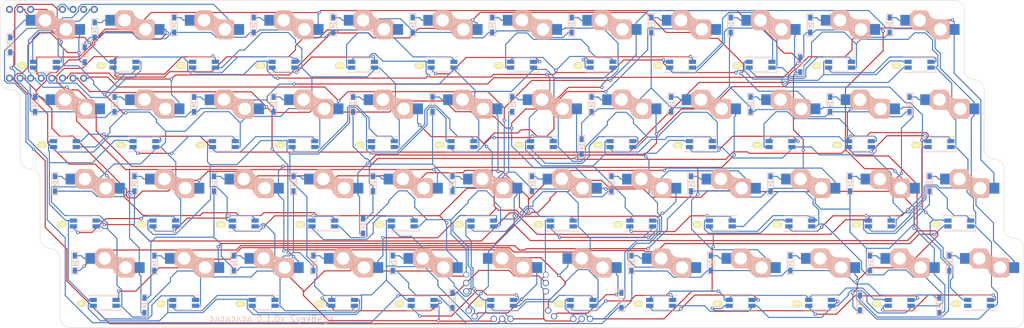
<source format=kicad_pcb>
(kicad_pcb (version 20221018) (generator pcbnew)
  (layers (0 "F.Cu" signal) (31 "B.Cu" signal) (34 "B.Paste" user) (35 "F.Paste" user) (36 "B.SilkS" user "B.Silkscreen") (37 "F.SilkS" user "F.Silkscreen") (38 "B.Mask" user) (39 "F.Mask" user) (44 "Edge.Cuts" user))
  (net 0 "")
  (net 1 "Net-(D1-K)")
  (net 2 "Net-(D1-A)")
  (net 3 "Net-(D2-K)")
  (net 4 "Net-(D2-A)")
  (net 5 "Net-(D3-A)")
  (net 6 "Net-(D4-A)")
  (net 7 "Net-(D5-A)")
  (net 8 "Net-(D6-A)")
  (net 9 "Net-(D10-K)")
  (net 10 "Net-(D7-A)")
  (net 11 "Net-(D8-A)")
  (net 12 "Net-(D9-A)")
  (net 13 "Net-(D10-A)")
  (net 14 "Net-(D11-A)")
  (net 15 "Net-(D12-A)")
  (net 16 "Net-(D17-K)")
  (net 17 "Net-(D13-A)")
  (net 18 "Net-(D14-A)")
  (net 19 "Net-(D15-A)")
  (net 20 "Net-(D16-A)")
  (net 21 "Net-(D17-A)")
  (net 22 "Net-(D18-A)")
  (net 23 "Net-(D25-K)")
  (net 24 "Net-(D19-A)")
  (net 25 "Net-(D20-A)")
  (net 26 "Net-(D21-A)")
  (net 27 "Net-(D22-A)")
  (net 28 "Net-(D23-A)")
  (net 29 "Net-(D24-A)")
  (net 30 "P1")
  (net 31 "P2")
  (net 32 "P3")
  (net 33 "P4")
  (net 34 "P5")
  (net 35 "Net-(D25-A)")
  (net 36 "Net-(D26-A)")
  (net 37 "Net-(D27-A)")
  (net 38 "Net-(D28-A)")
  (net 39 "P6")
  (net 40 "Net-(D29-A)")
  (net 41 "Net-(D30-A)")
  (net 42 "Net-(D31-A)")
  (net 43 "Net-(D32-A)")
  (net 44 "Net-(D33-K)")
  (net 45 "Net-(D33-A)")
  (net 46 "Net-(D34-A)")
  (net 47 "Net-(D35-A)")
  (net 48 "Net-(D36-A)")
  (net 49 "Net-(D37-A)")
  (net 50 "Net-(D38-A)")
  (net 51 "Net-(D39-A)")
  (net 52 "Net-(D40-A)")
  (net 53 "Net-(D41-K)")
  (net 54 "Net-(D41-A)")
  (net 55 "SW42_2")
  (net 56 "SW43_2")
  (net 57 "Net-(D44-A)")
  (net 58 "Net-(D45-A)")
  (net 59 "Net-(D46-A)")
  (net 60 "Net-(D47-A)")
  (net 61 "Net-(D48-A)")
  (net 62 "P7")
  (net 63 "P8")
  (net 64 "ws2812")
  (net 65 "GND")
  (net 66 "3V3")
  (net 67 "Net-(LED1-DOUT)")
  (net 68 "Net-(LED2-DOUT)")
  (net 69 "Net-(LED3-DOUT)")
  (net 70 "Net-(LED4-DOUT)")
  (net 71 "Net-(LED5-DOUT)")
  (net 72 "Net-(LED6-DOUT)")
  (net 73 "Net-(LED7-DOUT)")
  (net 74 "Net-(LED8-DOUT)")
  (net 75 "Net-(LED10-DIN)")
  (net 76 "Net-(LED10-DOUT)")
  (net 77 "Net-(LED11-DOUT)")
  (net 78 "Net-(LED12-DOUT)")
  (net 79 "Net-(LED13-DOUT)")
  (net 80 "Net-(LED14-DOUT)")
  (net 81 "Net-(LED15-DOUT)")
  (net 82 "Net-(LED16-DOUT)")
  (net 83 "Net-(LED17-DOUT)")
  (net 84 "Net-(LED18-DOUT)")
  (net 85 "Net-(LED19-DOUT)")
  (net 86 "Net-(LED20-DOUT)")
  (net 87 "Net-(LED21-DOUT)")
  (net 88 "Net-(LED22-DOUT)")
  (net 89 "Net-(LED23-DOUT)")
  (net 90 "Net-(LED24-DOUT)")
  (net 91 "Net-(LED25-DOUT)")
  (net 92 "Net-(LED26-DOUT)")
  (net 93 "Net-(LED27-DOUT)")
  (net 94 "Net-(LED28-DOUT)")
  (net 95 "Net-(LED29-DOUT)")
  (net 96 "Net-(LED30-DOUT)")
  (net 97 "Net-(LED31-DOUT)")
  (net 98 "Net-(LED32-DOUT)")
  (net 99 "Net-(LED33-DOUT)")
  (net 100 "Net-(LED34-DOUT)")
  (net 101 "Net-(LED35-DOUT)")
  (net 102 "Net-(LED36-DOUT)")
  (net 103 "Net-(LED37-DOUT)")
  (net 104 "Net-(LED38-DOUT)")
  (net 105 "Net-(LED39-DOUT)")
  (net 106 "Net-(LED40-DOUT)")
  (net 107 "Net-(LED41-DOUT)")
  (net 108 "Net-(LED42-DOUT)")
  (net 109 "Net-(LED43-DOUT)")
  (net 110 "Net-(LED44-DOUT)")
  (net 111 "Net-(LED45-DOUT)")
  (net 112 "Net-(LED46-DOUT)")
  (net 113 "Net-(LED47-DOUT)")
  (net 116 "VR-X")
  (net 117 "VR-Y")
  (footprint "sglib:ChocV1_V2_Hotswap" (layer "F.Cu") (at 157.1625 123.825 180)
    (fp_text reference "SW18" hide)
    (fp_text value "SW_PUSH" hide)
  )
  (footprint "sglib:ChocV1_V2_Hotswap" (layer "F.Cu") (at 176.2125 123.825 180)
    (fp_text reference "SW19" hide)
    (fp_text value "SW_PUSH" hide)
  )
  (footprint "sglib:Hole-2.5mm" (layer "F.Cu") (at 76.2 152.4)
    (fp_text reference "H5" hide)
    (fp_text value "MountingHole" hide)
  )
  (footprint "sglib:ChocV1_V2_Hotswap" (layer "F.Cu") (at 61.9125 123.825 180)
    (fp_text reference "SW13" hide)
    (fp_text value "SW_PUSH" hide)
  )
  (footprint "sglib:ChocV1_V2_Hotswap" (layer "F.Cu") (at 195.2625 123.825 180)
    (fp_text reference "SW20" hide)
    (fp_text value "SW_PUSH" hide)
  )
  (footprint "sglib:ChocV1_V2_Hotswap" (layer "F.Cu") (at 242.8875 161.925 180)
    (fp_text reference "SW46" hide)
    (fp_text value "SW_PUSH" hide)
  )
  (footprint "sglib:ChocV1_V2_Hotswap" (layer "F.Cu") (at 123.825 142.875 180)
    (fp_text reference "SW28" hide)
    (fp_text value "SW_PUSH" hide)
  )
  (footprint "sglib:ChocV1_V2_Hotswap" (layer "F.Cu") (at 161.925 142.875 180)
    (fp_text reference "SW30" hide)
    (fp_text value "SW_PUSH" hide)
  )
  (footprint "sglib:ChocV1_V2_Hotswap" (layer "F.Cu") (at 100.0125 123.825 180)
    (fp_text reference "SW15" hide)
    (fp_text value "SW_PUSH" hide)
  )
  (footprint "sglib:ChocV1_V2_Hotswap" (layer "F.Cu") (at 200.025 142.875 180)
    (fp_text reference "SW32" hide)
    (fp_text value "SW_PUSH" hide)
  )
  (footprint "sglib:Hole-2.5mm" (layer "F.Cu") (at 71.4375 114.3)
    (fp_text reference "H1" hide)
    (fp_text value "MountingHole" hide)
  )
  (footprint "sglib:ChocV1_V2_Hotswap" (layer "F.Cu") (at 138.1125 123.825 180)
    (fp_text reference "SW17" hide)
    (fp_text value "SW_PUSH" hide)
  )
  (footprint "sglib:ChocV1_V2_Hotswap" (layer "F.Cu") (at 233.3625 123.825 180)
    (fp_text reference "SW22" hide)
    (fp_text value "SW_PUSH" hide)
  )
  (footprint "sglib:ChocV1_V2_Hotswap" (layer "F.Cu") (at 133.35 104.775 180)
    (fp_text reference "SW5" hide)
    (fp_text value "SW_PUSH" hide)
  )
  (footprint "sglib:ChocV1_V2_Hotswap" (layer "F.Cu") (at 204.7875 161.925 180)
    (fp_text reference "SW44" hide)
    (fp_text value "SW_PUSH" hide)
  )
  (footprint "sglib:ChocV1_V2_Hotswap" (layer "F.Cu") (at 257.175 142.875 180)
    (fp_text reference "SW35" hide)
    (fp_text value "SW_PUSH" hide)
  )
  (footprint "sglib:ChocV1_V2_Hotswap" (layer "F.Cu") (at 76.2 104.775 180)
    (fp_text reference "SW2" hide)
    (fp_text value "SW_PUSH" hide)
  )
  (footprint "sglib:ChocV1_V2_Hotswap" (layer "F.Cu") (at 228.6 104.775 180)
    (fp_text reference "SW10" hide)
    (fp_text value "SW_PUSH" hide)
  )
  (footprint "sglib:FJ08K-S_ChocV1_V2_Hotswap" (layer "F.Cu") (at 185.7375 161.925 180)
    (fp_text reference "U3" hide)
    (fp_text value "RKJXV122400R" hide)
  )
  (footprint "sglib:ChocV1_V2_Hotswap" (layer "F.Cu") (at 66.675 142.875 180)
    (fp_text reference "SW25" hide)
    (fp_text value "SW_PUSH" hide)
  )
  (footprint "sglib:ChocV1_V2_Hotswap" (layer "F.Cu") (at 95.25 104.775 180)
    (fp_text reference "SW3" hide)
    (fp_text value "SW_PUSH" hide)
  )
  (footprint "sglib:ChocV1_V2_Hotswap" (layer "F.Cu") (at 214.3125 123.825 180)
    (fp_text reference "SW21" hide)
    (fp_text value "SW_PUSH" hide)
  )
  (footprint "sglib:Hole-2.5mm" (layer "F.Cu") (at 266.7 152.4)
    (fp_text reference "H4" hide)
    (fp_text value "MountingHole" hide)
  )
  (footprint "sglib:Hole-2.5mm" (layer "F.Cu") (at 166.6875 114.3)
    (fp_text reference "H2" hide)
    (fp_text value "MountingHole" hide)
  )
  (footprint "sglib:ChocV1_V2_Hotswap" (layer "F.Cu") (at 147.6375 161.925 180)
    (fp_text reference "SW41" hide)
    (fp_text value "SW_PUSH" hide)
  )
  (footprint "sglib:ChocV1_V2_Hotswap" (layer "F.Cu") (at 142.875 142.875 180)
    (fp_text reference "SW29" hide)
    (fp_text value "SW_PUSH" hide)
  )
  (footprint "sglib:Hole-2.5mm" (layer "F.Cu") (at 261.9375 114.3)
    (fp_text reference "H3" hide)
    (fp_text value "MountingHole" hide)
  )
  (footprint "sglib:ChocV1_V2_Hotswap" (layer "F.Cu") (at 109.5375 161.925 180)
    (fp_text reference "SW39" hide)
    (fp_text value "SW_PUSH" hide)
  )
  (footprint "sglib:ChocV1_V2_Hotswap" (layer "F.Cu") (at 128.5875 161.925 180)
    (fp_text reference "SW40" hide)
    (fp_text value "SW_PUSH" hide)
  )
  (footprint "sglib:ChocV1_V2_Hotswap" (layer "F.Cu") (at 80.9625 123.825 180)
    (fp_text reference "SW14" hide)
    (fp_text value "SW_PUSH" hide)
  )
  (footprint "sglib:ChocV1_V2_Hotswap" (layer "F.Cu") (at 57.15 104.775 180)
    (fp_text reference "SW1" hide)
    (fp_text value "SW_PUSH" hide)
  )
  (footprint "sglib:ChocV1_V2_Hotswap" (layer "F.Cu") (at 280.9875 161.925 180)
    (fp_text reference "SW48" hide)
    (fp_text value "SW_PUSH" hide)
  )
  (footprint "sglib:ChocV1_V2_Hotswap" (layer "F.Cu") (at 180.975 142.875 180)
    (fp_text reference "SW31" hide)
    (fp_text value "SW_PUSH" hide)
  )
  (footprint "sglib:ChocV1_V2_Hotswap" (layer "F.Cu") (at 247.65 104.775 180)
    (fp_text reference "SW11" hide)
    (fp_text value "SW_PUSH" hide)
  )
  (footprint "sglib:ChocV1_V2_Hotswap" (layer "F.Cu") (at 114.3 104.775 180)
    (fp_text reference "SW4" hide)
    (fp_text value "SW_PUSH" hide)
  )
  (footprint "sglib:ChocV1_V2_Hotswap" (layer "F.Cu") (at 276.225 142.875 180)
    (fp_text reference "SW36" hide)
    (fp_text value "SW_PUSH" hide)
  )
  (footprint "sglib:ChocV1_V2_Hotswap" (layer "F.Cu") (at 104.775 142.875 180)
    (fp_text reference "SW27" hide)
    (fp_text value "SW_PUSH" hide)
  )
  (footprint "sglib:ChocV1_V2_Hotswap" (layer "F.Cu") (at 261.9375 161.925 180)
    (fp_text reference "SW47" hide)
    (fp_text value "SW_PUSH" hide)
  )
  (footprint "sglib:ChocV1_V2_Hotswap" (layer "F.Cu") (at 219.075 142.875 180)
    (fp_text reference "SW33" hide)
    (fp_text value "SW_PUSH" hide)
  )
  (footprint "sglib:ChocV1_V2_Hotswap" (layer "F.Cu") (at 85.725 142.875 180)
    (fp_text reference "SW26" hide)
    (fp_text value "SW_PUSH" hide)
  )
  (footprint "sglib:ChocV1_V2_Hotswap" (layer "F.Cu") (at 190.5 104.775 180)
    (fp_text reference "SW8" hide)
    (fp_text value "SW_PUSH" hide)
  )
  (footprint "sglib:ChocV1_V2_Hotswap" (layer "F.Cu") (at 266.7 104.775 180)
    (fp_text reference "SW12" hide)
    (fp_text value "SW_PUSH" hide)
  )
  (footprint "sglib:ChocV1_V2_Hotswap" (layer "F.Cu") (at 209.55 104.775 180)
    (fp_text reference "SW9" hide)
    (fp_text value "SW_PUSH" hide)
  )
  (footprint "sglib:ChocV1_V2_Hotswap" (layer "F.Cu") (at 90.4875 161.925 180)
    (fp_text reference "SW38" hide)
    (fp_text value "SW_PUSH" hide)
  )
  (footprint "sglib:ChocV1_V2_Hotswap" (layer "F.Cu") (at 238.125 142.875 180)
    (fp_text reference "SW34" hide)
    (fp_text value "SW_PUSH" hide)
  )
  (footprint "sglib:ChocV1_V2_Hotswap" (layer "F.Cu") (at 223.8375 161.925 180)
    (fp_text reference "SW45" hide)
    (fp_text value "SW_PUSH" hide)
  )
  (footprint "sglib:ChocV1_V2_Hotswap" (layer "F.Cu") (at 152.4 104.775 180)
    (fp_text reference "SW6" hide)
    (fp_text value "SW_PUSH" hide)
  )
  (footprint "sglib:ChocV1_V2_Hotswap" (layer "F.Cu") (at 71.4375 161.925 180)
    (fp_text reference "SW37" hide)
    (fp_text value "SW_PUSH" hide)
  )
  (footprint "sglib:ChocV1_V2_Hotswap" (layer "F.Cu") (at 271.4625 123.825 180)
    (fp_text reference "SW24" hide)
    (fp_text value "SW_PUSH" hide)
  )
  (footprint "sglib:ChocV1_V2_Hotswap" (layer "F.Cu") (at 252.4125 123.825 180)
    (fp_text reference "SW23" hide)
    (fp_text value "SW_PUSH" hide)
  )
  (footprint "sglib:ChocV1_V2_Hotswap" (layer "F.Cu") (at 171.45 104.775 180)
    (fp_text reference "SW7" hide)
    (fp_text value "SW_PUSH" hide)
  )
  (footprint "sglib:FJ08K-S_ChocV1_V2_Hotswap" (layer "F.Cu") (at 166.6875 161.925 180)
    (fp_text reference "U2" hide)
    (fp_text value "RKJXV122400R" hide)
  )
  (footprint "sglib:ChocV1_V2_Hotswap" (layer "F.Cu") (at 119.0625 123.825 180)
    (fp_text reference "SW16" hide)
    (fp_text value "SW_PUSH" hide)
  )
  (footprint "sglib:Hole-2.5mm" (layer "F.Cu") (at 171.45 152.4)
    (fp_text reference "H6" hide)
    (fp_text value "MountingHole" hide)
  )
  (footprint "foostan/kbd:YS-SK6812MINI-E" (layer "B.Cu") (at 247.65 109.5375 180)
    (fp_text reference "LED11" hide)
    (fp_text value "YS-SK6812MINI-E" hide)
    (fp_line (start -1.8 -1.55) (end 1.8 -1.55) (stroke (width 0.12)) (layer "Edge.Cuts"))
    (fp_line (start -1.8 1.55) (end -1.8 -1.55) (stroke (width 0.12)) (layer "Edge.Cuts"))
    (fp_line (start 1.8 -1.55) (end 1.8 1.55) (stroke (width 0.12)) (layer "Edge.Cuts"))
    (fp_line (start 1.8 1.55) (end -1.8 1.55) (stroke (width 0.12)) (layer "Edge.Cuts"))
  )
  (footprint "foostan/kbd:D3_SMD_v2" (layer "B.Cu") (at 54.7688 119.0625 90)
    (fp_text reference "D13" hide)
    (fp_text value "1N4148W" hide)
  )
  (footprint "foostan/kbd:YS-SK6812MINI-E" (layer "B.Cu") (at 90.4875 166.6875 180)
    (fp_text reference "LED38" hide)
    (fp_text value "YS-SK6812MINI-E" hide)
    (fp_line (start -1.8 -1.55) (end 1.8 -1.55) (stroke (width 0.12)) (layer "Edge.Cuts"))
    (fp_line (start -1.8 1.55) (end -1.8 -1.55) (stroke (width 0.12)) (layer "Edge.Cuts"))
    (fp_line (start 1.8 -1.55) (end 1.8 1.55) (stroke (width 0.12)) (layer "Edge.Cuts"))
    (fp_line (start 1.8 1.55) (end -1.8 1.55) (stroke (width 0.12)) (layer "Edge.Cuts"))
  )
  (footprint "foostan/kbd:YS-SK6812MINI-E" (layer "B.Cu") (at 95.25 109.5375 180)
    (fp_text reference "LED3" hide)
    (fp_text value "YS-SK6812MINI-E" hide)
    (fp_line (start -1.8 -1.55) (end 1.8 -1.55) (stroke (width 0.12)) (layer "Edge.Cuts"))
    (fp_line (start -1.8 1.55) (end -1.8 -1.55) (stroke (width 0.12)) (layer "Edge.Cuts"))
    (fp_line (start 1.8 -1.55) (end 1.8 1.55) (stroke (width 0.12)) (layer "Edge.Cuts"))
    (fp_line (start 1.8 1.55) (end -1.8 1.55) (stroke (width 0.12)) (layer "Edge.Cuts"))
  )
  (footprint "foostan/kbd:YS-SK6812MINI-E" (layer "B.Cu") (at 271.4625 128.5875 180)
    (fp_text reference "LED24" hide)
    (fp_text value "YS-SK6812MINI-E" hide)
    (fp_line (start -1.8 -1.55) (end 1.8 -1.55) (stroke (width 0.12)) (layer "Edge.Cuts"))
    (fp_line (start -1.8 1.55) (end -1.8 -1.55) (stroke (width 0.12)) (layer "Edge.Cuts"))
    (fp_line (start 1.8 -1.55) (end 1.8 1.55) (stroke (width 0.12)) (layer "Edge.Cuts"))
    (fp_line (start 1.8 1.55) (end -1.8 1.55) (stroke (width 0.12)) (layer "Edge.Cuts"))
  )
  (footprint "foostan/kbd:D3_SMD_v2" (layer "B.Cu") (at 140.4938 157.1625 90)
    (fp_text reference "D41" hide)
    (fp_text value "1N4148W" hide)
  )
  (footprint "foostan/kbd:D3_SMD_v2" (layer "B.Cu") (at 211.9313 138.1125 90)
    (fp_text reference "D33" hide)
    (fp_text value "1N4148W" hide)
  )
  (footprint "foostan/kbd:D3_SMD_v2" (layer "B.Cu") (at 202.4063 100.0125 90)
    (fp_text reference "D9" hide)
    (fp_text value "1N4148W" hide)
  )
  (footprint "foostan/kbd:D3_SMD_v2" (layer "B.Cu") (at 69.0563 101.2031 90)
    (fp_text reference "D2" hide)
    (fp_text value "1N4148W" hide)
  )
  (footprint "foostan/kbd:D3_SMD_v2" (layer "B.Cu") (at 150.0188 119.0625 90)
    (fp_text reference "D18" hide)
    (fp_text value "1N4148W" hide)
  )
  (footprint "foostan/kbd:YS-SK6812MINI-E" (layer "B.Cu") (at 280.9875 166.6875 180)
    (fp_text reference "LED48" hide)
    (fp_text value "YS-SK6812MINI-E" hide)
    (fp_line (start -1.8 -1.55) (end 1.8 -1.55) (stroke (width 0.12)) (layer "Edge.Cuts"))
    (fp_line (start -1.8 1.55) (end -1.8 -1.55) (stroke (width 0.12)) (layer "Edge.Cuts"))
    (fp_line (start 1.8 -1.55) (end 1.8 1.55) (stroke (width 0.12)) (layer "Edge.Cuts"))
    (fp_line (start 1.8 1.55) (end -1.8 1.55) (stroke (width 0.12)) (layer "Edge.Cuts"))
  )
  (footprint "foostan/kbd:YS-SK6812MINI-E" (layer "B.Cu") (at 166.6875 166.6875 180)
    (fp_text reference "LED42" hide)
    (fp_text value "YS-SK6812MINI-E" hide)
    (fp_line (start -1.8 -1.55) (end 1.8 -1.55) (stroke (width 0.12)) (layer "Edge.Cuts"))
    (fp_line (start -1.8 1.55) (end -1.8 -1.55) (stroke (width 0.12)) (layer "Edge.Cuts"))
    (fp_line (start 1.8 -1.55) (end 1.8 1.55) (stroke (width 0.12)) (layer "Edge.Cuts"))
    (fp_line (start 1.8 1.55) (end -1.8 1.55) (stroke (width 0.12)) (layer "Edge.Cuts"))
  )
  (footprint "foostan/kbd:D3_SMD_v2" (layer "B.Cu") (at 78.5813 138.1125 90)
    (fp_text reference "D26" hide)
    (fp_text value "1N4148W" hide)
  )
  (footprint "foostan/kbd:YS-SK6812MINI-E" (layer "B.Cu") (at 209.55 109.5375 180)
    (fp_text reference "LED9" hide)
    (fp_text value "YS-SK6812MINI-E" hide)
    (fp_line (start -1.8 -1.55) (end 1.8 -1.55) (stroke (width 0.12)) (layer "Edge.Cuts"))
    (fp_line (start -1.8 1.55) (end -1.8 -1.55) (stroke (width 0.12)) (layer "Edge.Cuts"))
    (fp_line (start 1.8 -1.55) (end 1.8 1.55) (stroke (width 0.12)) (layer "Edge.Cuts"))
    (fp_line (start 1.8 1.55) (end -1.8 1.55) (stroke (width 0.12)) (layer "Edge.Cuts"))
  )
  (footprint "foostan/kbd:D3_SMD_v2" (layer "B.Cu") (at 173.8313 138.1125 90)
    (fp_text reference "D31" hide)
    (fp_text value "1N4148W" hide)
  )
  (footprint "foostan/kbd:YS-SK6812MINI-E" (layer "B.Cu") (at 276.225 147.6375 180)
    (fp_text reference "LED36" hide)
    (fp_text value "YS-SK6812MINI-E" hide)
    (fp_line (start -1.8 -1.55) (end 1.8 -1.55) (stroke (width 0.12)) (layer "Edge.Cuts"))
    (fp_line (start -1.8 1.55) (end -1.8 -1.55) (stroke (width 0.12)) (layer "Edge.Cuts"))
    (fp_line (start 1.8 -1.55) (end 1.8 1.55) (stroke (width 0.12)) (layer "Edge.Cuts"))
    (fp_line (start 1.8 1.55) (end -1.8 1.55) (stroke (width 0.12)) (layer "Edge.Cuts"))
  )
  (footprint "foostan/kbd:YS-SK6812MINI-E" (layer "B.Cu") (at 195.2625 128.5875 180)
    (fp_text reference "LED20" hide)
    (fp_text value "YS-SK6812MINI-E" hide)
    (fp_line (start -1.8 -1.55) (end 1.8 -1.55) (stroke (width 0.12)) (layer "Edge.Cuts"))
    (fp_line (start -1.8 1.55) (end -1.8 -1.55) (stroke (width 0.12)) (layer "Edge.Cuts"))
    (fp_line (start 1.8 -1.55) (end 1.8 1.55) (stroke (width 0.12)) (layer "Edge.Cuts"))
    (fp_line (start 1.8 1.55) (end -1.8 1.55) (stroke (width 0.12)) (layer "Edge.Cuts"))
  )
  (footprint "foostan/kbd:D3_SMD_v2" (layer "B.Cu") (at 183.3563 100.0125 90)
    (fp_text reference "D8" hide)
    (fp_text value "1N4148W" hide)
  )
  (footprint "foostan/kbd:YS-SK6812MINI-E" (layer "B.Cu") (at 133.35 109.5375 180)
    (fp_text reference "LED5" hide)
    (fp_text value "YS-SK6812MINI-E" hide)
    (fp_line (start -1.8 -1.55) (end 1.8 -1.55) (stroke (width 0.12)) (layer "Edge.Cuts"))
    (fp_line (start -1.8 1.55) (end -1.8 -1.55) (stroke (width 0.12)) (layer "Edge.Cuts"))
    (fp_line (start 1.8 -1.55) (end 1.8 1.55) (stroke (width 0.12)) (layer "Edge.Cuts"))
    (fp_line (start 1.8 1.55) (end -1.8 1.55) (stroke (width 0.12)) (layer "Edge.Cuts"))
  )
  (footprint "foostan/kbd:YS-SK6812MINI-E" (layer "B.Cu") (at 200.025 147.6375 180)
    (fp_text reference "LED32" hide)
    (fp_text value "YS-SK6812MINI-E" hide)
    (fp_line (start -1.8 -1.55) (end 1.8 -1.55) (stroke (width 0.12)) (layer "Edge.Cuts"))
    (fp_line (start -1.8 1.55) (end -1.8 -1.55) (stroke (width 0.12)) (layer "Edge.Cuts"))
    (fp_line (start 1.8 -1.55) (end 1.8 1.55) (stroke (width 0.12)) (layer "Edge.Cuts"))
    (fp_line (start 1.8 1.55) (end -1.8 1.55) (stroke (width 0.12)) (layer "Edge.Cuts"))
  )
  (footprint "foostan/kbd:YS-SK6812MINI-E" (layer "B.Cu") (at 176.2125 128.5875 180)
    (fp_text reference "LED19" hide)
    (fp_text value "YS-SK6812MINI-E" hide)
    (fp_line (start -1.8 -1.55) (end 1.8 -1.55) (stroke (width 0.12)) (layer "Edge.Cuts"))
    (fp_line (start -1.8 1.55) (end -1.8 -1.55) (stroke (width 0.12)) (layer "Edge.Cuts"))
    (fp_line (start 1.8 -1.55) (end 1.8 1.55) (stroke (width 0.12)) (layer "Edge.Cuts"))
    (fp_line (start 1.8 1.55) (end -1.8 1.55) (stroke (width 0.12)) (layer "Edge.Cuts"))
  )
  (footprint "foostan/kbd:D3_SMD_v2" (layer "B.Cu") (at 230.9813 138.1125 90)
    (fp_text reference "D34" hide)
    (fp_text value "1N4148W" hide)
  )
  (footprint "foostan/kbd:YS-SK6812MINI-E" (layer "B.Cu") (at 71.45 166.6875 180)
    (fp_text reference "LED37" hide)
    (fp_text value "YS-SK6812MINI-E" hide)
    (fp_line (start -1.8 -1.55) (end 1.8 -1.55) (stroke (width 0.12)) (layer "Edge.Cuts"))
    (fp_line (start -1.8 1.55) (end -1.8 -1.55) (stroke (width 0.12)) (layer "Edge.Cuts"))
    (fp_line (start 1.8 -1.55) (end 1.8 1.55) (stroke (width 0.12)) (layer "Edge.Cuts"))
    (fp_line (start 1.8 1.55) (end -1.8 1.55) (stroke (width 0.12)) (layer "Edge.Cuts"))
  )
  (footprint "foostan/kbd:D3_SMD_v2" (layer "B.Cu") (at 169.0688 119.0625 90)
    (fp_text reference "D19" hide)
    (fp_text value "1N4148W" hide)
  )
  (footprint "foostan/kbd:D3_SMD_v2" (layer "B.Cu") (at 216.6938 157.1625 90)
    (fp_text reference "D45" hide)
    (fp_text value "1N4148W" hide)
  )
  (footprint "foostan/kbd:YS-SK6812MINI-E" (layer "B.Cu") (at 147.6375 166.6875 180)
    (fp_text reference "LED41" hide)
    (fp_text value "YS-SK6812MINI-E" hide)
    (fp_line (start -1.8 -1.55) (end 1.8 -1.55) (stroke (width 0.12)) (layer "Edge.Cuts"))
    (fp_line (start -1.8 1.55) (end -1.8 -1.55) (stroke (width 0.12)) (layer "Edge.Cuts"))
    (fp_line (start 1.8 -1.55) (end 1.8 1.55) (stroke (width 0.12)) (layer "Edge.Cuts"))
    (fp_line (start 1.8 1.55) (end -1.8 1.55) (stroke (width 0.12)) (layer "Edge.Cuts"))
  )
  (footprint "foostan/kbd:YS-SK6812MINI-E" (layer "B.Cu") (at 257.175 147.6375 180)
    (fp_text reference "LED35" hide)
    (fp_text value "YS-SK6812MINI-E" hide)
    (fp_line (start -1.8 -1.55) (end 1.8 -1.55) (stroke (width 0.12)) (layer "Edge.Cuts"))
    (fp_line (start -1.8 1.55) (end -1.8 -1.55) (stroke (width 0.12)) (layer "Edge.Cuts"))
    (fp_line (start 1.8 -1.55) (end 1.8 1.55) (stroke (width 0.12)) (layer "Edge.Cuts"))
    (fp_line (start 1.8 1.55) (end -1.8 1.55) (stroke (width 0.12)) (layer "Edge.Cuts"))
  )
  (footprint "foostan/kbd:YS-SK6812MINI-E" (layer "B.Cu") (at 185.7375 166.6875 180)
    (fp_text reference "LED43" hide)
    (fp_text value "YS-SK6812MINI-E" hide)
    (fp_line (start -1.8 -1.55) (end 1.8 -1.55) (stroke (width 0.12)) (layer "Edge.Cuts"))
    (fp_line (start -1.8 1.55) (end -1.8 -1.55) (stroke (width 0.12)) (layer "Edge.Cuts"))
    (fp_line (start 1.8 -1.55) (end 1.8 1.55) (stroke (width 0.12)) (layer "Edge.Cuts"))
    (fp_line (start 1.8 1.55) (end -1.8 1.55) (stroke (width 0.12)) (layer "Edge.Cuts"))
  )
  (footprint "foostan/kbd:YS-SK6812MINI-E" (layer "B.Cu") (at 219.075 147.6375 180)
    (fp_text reference "LED33" hide)
    (fp_text value "YS-SK6812MINI-E" hide)
    (fp_line (start -1.8 -1.55) (end 1.8 -1.55) (stroke (width 0.12)) (layer "Edge.Cuts"))
    (fp_line (start -1.8 1.55) (end -1.8 -1.55) (stroke (width 0.12)) (layer "Edge.Cuts"))
    (fp_line (start 1.8 -1.55) (end 1.8 1.55) (stroke (width 0.12)) (layer "Edge.Cuts"))
    (fp_line (start 1.8 1.55) (end -1.8 1.55) (stroke (width 0.12)) (layer "Edge.Cuts"))
  )
  (footprint "foostan/kbd:D3_SMD_v2" (layer "B.Cu") (at 164.3063 100.0125 90)
    (fp_text reference "D7" hide)
    (fp_text value "1N4148W" hide)
  )
  (footprint "foostan/kbd:D3_SMD_v2" (layer "B.Cu") (at 59.5313 138.1125 90)
    (fp_text reference "D25" hide)
    (fp_text value "1N4148W" hide)
  )
  (footprint "foostan/kbd:YS-SK6812MINI-E" (layer "B.Cu") (at 223.8375 166.6875 180)
    (fp_text reference "LED45" hide)
    (fp_text value "YS-SK6812MINI-E" hide)
    (fp_line (start -1.8 -1.55) (end 1.8 -1.55) (stroke (width 0.12)) (layer "Edge.Cuts"))
    (fp_line (start -1.8 1.55) (end -1.8 -1.55) (stroke (width 0.12)) (layer "Edge.Cuts"))
    (fp_line (start 1.8 -1.55) (end 1.8 1.55) (stroke (width 0.12)) (layer "Edge.Cuts"))
    (fp_line (start 1.8 1.55) (end -1.8 1.55) (stroke (width 0.12)) (layer "Edge.Cuts"))
  )
  (footprint "foostan/kbd:D3_SMD_v2" (layer "B.Cu") (at 221.4563 100.0125 90)
    (fp_text reference "D10" hide)
    (fp_text value "1N4148W" hide)
  )
  (footprint "foostan/kbd:YS-SK6812MINI-E" (layer "B.Cu") (at 171.45 109.5375 180)
    (fp_text reference "LED7" hide)
    (fp_text value "YS-SK6812MINI-E" hide)
    (fp_line (start -1.8 -1.55) (end 1.8 -1.55) (stroke (width 0.12)) (layer "Edge.Cuts"))
    (fp_line (start -1.8 1.55) (end -1.8 -1.55) (stroke (width 0.12)) (layer "Edge.Cuts"))
    (fp_line (start 1.8 -1.55) (end 1.8 1.55) (stroke (width 0.12)) (layer "Edge.Cuts"))
    (fp_line (start 1.8 1.55) (end -1.8 1.55) (stroke (width 0.12)) (layer "Edge.Cuts"))
  )
  (footprint "foostan/kbd:D3_SMD_v2" (layer "B.Cu") (at 188.1188 119.0625 90)
    (fp_text reference "D20" hide)
    (fp_text value "1N4148W" hide)
  )
  (footprint "foostan/kbd:D3_SMD_v2" (layer "B.Cu") (at 64.2938 157.1625 90)
    (fp_text reference "D37" hide)
    (fp_text value "1N4148W" hide)
  )
  (footprint "foostan/kbd:D3_SMD_v2" (layer "B.Cu") (at 185.7375 129.1937 90)
    (fp_text reference "D51" hide)
    (fp_text value "1N4148W" hide)
  )
  (footprint "foostan/kbd:D3_SMD_v2" (layer "B.Cu") (at 48.8156 104.775 90)
    (fp_text reference "D1" hide)
    (fp_text value "1N4148W" hide)
  )
  (footprint "foostan/kbd:D3_SMD_v2" (layer "B.Cu") (at 133.35 148.2437 90)
    (fp_text reference "D52" hide)
    (fp_text value "1N4148W" hide)
  )
  (footprint "foostan/kbd:YS-SK6812MINI-E" (layer "B.Cu") (at 190.5 109.5375 180)
    (fp_text reference "LED8" hide)
    (fp_text value "YS-SK6812MINI-E" hide)
    (fp_line (start -1.8 -1.55) (end 1.8 -1.55) (stroke (width 0.12)) (layer "Edge.Cuts"))
    (fp_line (start -1.8 1.55) (end -1.8 -1.55) (stroke (width 0.12)) (layer "Edge.Cuts"))
    (fp_line (start 1.8 -1.55) (end 1.8 1.55) (stroke (width 0.12)) (layer "Edge.Cuts"))
    (fp_line (start 1.8 1.55) (end -1.8 1.55) (stroke (width 0.12)) (layer "Edge.Cuts"))
  )
  (footprint "foostan/kbd:D3_SMD_v2" (layer "B.Cu") (at 126.2063 100.0125 90)
    (fp_text reference "D5" hide)
    (fp_text value "1N4148W" hide)
  )
  (footprint "foostan/kbd:YS-SK6812MINI-E" (layer "B.Cu") (at 114.3 109.5375 180)
    (fp_text reference "LED4" hide)
    (fp_text value "YS-SK6812MINI-E" hide)
    (fp_line (start -1.8 -1.55) (end 1.8 -1.55) (stroke (width 0.12)) (layer "Edge.Cuts"))
    (fp_line (start -1.8 1.55) (end -1.8 -1.55) (stroke (width 0.12)) (layer "Edge.Cuts"))
    (fp_line (start 1.8 -1.55) (end 1.8 1.55) (stroke (width 0.12)) (layer "Edge.Cuts"))
    (fp_line (start 1.8 1.55) (end -1.8 1.55) (stroke (width 0.12)) (layer "Edge.Cuts"))
  )
  (footprint "foostan/kbd:D3_SMD_v2" (layer "B.Cu") (at 264.3188 119.0625 90)
    (fp_text reference "D24" hide)
    (fp_text value "1N4148W" hide)
  )
  (footprint "foostan/kbd:D3_SMD_v2" (layer "B.Cu") (at 238.125 109.5375 90)
    (fp_text reference "D50" hide)
    (fp_text value "1N4148W" hide)
  )
  (footprint "foostan/kbd:YS-SK6812MINI-E" (layer "B.Cu") (at 228.6 109.5375 180)
    (fp_text reference "LED10" hide)
    (fp_text value "YS-SK6812MINI-E" hide)
    (fp_line (start -1.8 -1.55) (end 1.8 -1.55) (stroke (width 0.12)) (layer "Edge.Cuts"))
    (fp_line (start -1.8 1.55) (end -1.8 -1.55) (stroke (width 0.12)) (layer "Edge.Cuts"))
    (fp_line (start 1.8 -1.55) (end 1.8 1.55) (stroke (width 0.12)) (layer "Edge.Cuts"))
    (fp_line (start 1.8 1.55) (end -1.8 1.55) (stroke (width 0.12)) (layer "Edge.Cuts"))
  )
  (footprint "foostan/kbd:YS-SK6812MINI-E" (layer "B.Cu") (at 161.925 147.6375 180)
    (fp_text reference "LED30" hide)
    (fp_text value "YS-SK6812MINI-E" hide)
    (fp_line (start -1.8 -1.55) (end 1.8 -1.55) (stroke (width 0.12)) (layer "Edge.Cuts"))
    (fp_line (start -1.8 1.55) (end -1.8 -1.55) (stroke (width 0.12)) (layer "Edge.Cuts"))
    (fp_line (start 1.8 -1.55) (end 1.8 1.55) (stroke (width 0.12)) (layer "Edge.Cuts"))
    (fp_line (start 1.8 1.55) (end -1.8 1.55) (stroke (width 0.12)) (layer "Edge.Cuts"))
  )
  (footprint "foostan/kbd:YS-SK6812MINI-E" (layer "B.Cu") (at 128.5875 166.6875 180)
    (fp_text reference "LED40" hide)
    (fp_text value "YS-SK6812MINI-E" hide)
    (fp_line (start -1.8 -1.55) (end 1.8 -1.55) (stroke (width 0.12)) (layer "Edge.Cuts"))
    (fp_line (start -1.8 1.55) (end -1.8 -1.55) (stroke (width 0.12)) (layer "Edge.Cuts"))
    (fp_line (start 1.8 -1.55) (end 1.8 1.55) (stroke (width 0.12)) (layer "Edge.Cuts"))
    (fp_line (start 1.8 1.55) (end -1.8 1.55) (stroke (width 0.12)) (layer "Edge.Cuts"))
  )
  (footprint "foostan/kbd:D3_SMD_v2" (layer "B.Cu") (at 121.4438 157.1625 90)
    (fp_text reference "D40" hide)
    (fp_text value "1N4148W" hide)
  )
  (footprint "foostan/kbd:YS-SK6812MINI-E" (layer "B.Cu") (at 233.3625 128.5875 180)
    (fp_text reference "LED22" hide)
    (fp_text value "YS-SK6812MINI-E" hide)
    (fp_line (start -1.8 -1.55) (end 1.8 -1.55) (stroke (width 0.12)) (layer "Edge.Cuts"))
    (fp_line (start -1.8 1.55) (end -1.8 -1.55) (stroke (width 0.12)) (layer "Edge.Cuts"))
    (fp_line (start 1.8 -1.55) (end 1.8 1.55) (stroke (width 0.12)) (layer "Edge.Cuts"))
    (fp_line (start 1.8 1.55) (end -1.8 1.55) (stroke (width 0.12)) (layer "Edge.Cuts"))
  )
  (footprint "foostan/kbd:D3_SMD_v2" (layer "B.Cu") (at 273.8438 157.1625 90)
    (fp_text reference "D48" hide)
    (fp_text value "1N4148W" hide)
  )
  (footprint "foostan/kbd:YS-SK6812MINI-E" (layer "B.Cu") (at 61.9125 128.5875 180)
    (fp_text reference "LED13" hide)
    (fp_text value "YS-SK6812MINI-E" hide)
    (fp_line (start -1.8 -1.55) (end 1.8 -1.55) (stroke (width 0.12)) (layer "Edge.Cuts"))
    (fp_line (start -1.8 1.55) (end -1.8 -1.55) (stroke (width 0.12)) (layer "Edge.Cuts"))
    (fp_line (start 1.8 -1.55) (end 1.8 1.55) (stroke (width 0.12)) (layer "Edge.Cuts"))
    (fp_line (start 1.8 1.55) (end -1.8 1.55) (stroke (width 0.12)) (layer "Edge.Cuts"))
  )
  (footprint "foostan/kbd:YS-SK6812MINI-E" (layer "B.Cu") (at 238.125 147.6375 180)
    (fp_text reference "LED34" hide)
    (fp_text value "YS-SK6812MINI-E" hide)
    (fp_line (start -1.8 -1.55) (end 1.8 -1.55) (stroke (width 0.12)) (layer "Edge.Cuts"))
    (fp_line (start -1.8 1.55) (end -1.8 -1.55) (stroke (width 0.12)) (layer "Edge.Cuts"))
    (fp_line (start 1.8 -1.55) (end 1.8 1.55) (stroke (width 0.12)) (layer "Edge.Cuts"))
    (fp_line (start 1.8 1.55) (end -1.8 1.55) (stroke (width 0.12)) (layer "Edge.Cuts"))
  )
  (footprint "foostan/kbd:D3_SMD_v2" (layer "B.Cu") (at 92.8688 119.0625 90)
    (fp_text reference "D15" hide)
    (fp_text value "1N4148W" hide)
  )
  (footprint "foostan/kbd:YS-SK6812MINI-E" (layer "B.Cu") (at 76.2 109.5375 180)
    (fp_text reference "LED2" hide)
    (fp_text value "YS-SK6812MINI-E" hide)
    (fp_line (start -1.8 -1.55) (end 1.8 -1.55) (stroke (width 0.12)) (layer "Edge.Cuts"))
    (fp_line (start -1.8 1.55) (end -1.8 -1.55) (stroke (width 0.12)) (layer "Edge.Cuts"))
    (fp_line (start 1.8 -1.55) (end 1.8 1.55) (stroke (width 0.12)) (layer "Edge.Cuts"))
    (fp_line (start 1.8 1.55) (end -1.8 1.55) (stroke (width 0.12)) (layer "Edge.Cuts"))
  )
  (footprint "foostan/kbd:YS-SK6812MINI-E" (layer "B.Cu") (at 100.0125 128.5875 180)
    (fp_text reference "LED15" hide)
    (fp_text value "YS-SK6812MINI-E" hide)
    (fp_line (start -1.8 -1.55) (end 1.8 -1.55) (stroke (width 0.12)) (layer "Edge.Cuts"))
    (fp_line (start -1.8 1.55) (end -1.8 -1.55) (stroke (width 0.12)) (layer "Edge.Cuts"))
    (fp_line (start 1.8 -1.55) (end 1.8 1.55) (stroke (width 0.12)) (layer "Edge.Cuts"))
    (fp_line (start 1.8 1.55) (end -1.8 1.55) (stroke (width 0.12)) (layer "Edge.Cuts"))
  )
  (footprint "foostan/kbd:D3_SMD_v2" (layer "B.Cu") (at 240.5063 100.0125 90)
    (fp_text reference "D11" hide)
    (fp_text value "1N4148W" hide)
  )
  (footprint "foostan/kbd:D3_SMD_v2" (layer "B.Cu") (at 73.8188 119.0625 90)
    (fp_text reference "D14" hide)
    (fp_text value "1N4148W" hide)
  )
  (footprint "sglib:rp2040-zero_wide_with_choc_socket" (layer "B.Cu") (at 58.801 105.156 -90)
    (fp_text reference "U1" hide)
    (fp_text value "rp2040-zero" hide)
  )
  (footprint "foostan/kbd:D3_SMD_v2" (layer "B.Cu") (at 145.2563 100.0125 90)
    (fp_text reference "D6" hide)
    (fp_text value "1N4148W" hide)
  )
  (footprint "foostan/kbd:D3_SMD_v2" (layer "B.Cu") (at 259.5563 100.0125 90)
    (fp_text reference "D12" hide)
    (fp_text value "1N4148W" hide)
  )
  (footprint "foostan/kbd:D3_SMD_v2" (layer "B.Cu") (at 192.8813 138.1125 90)
    (fp_text reference "D32" hide)
    (fp_text value "1N4148W" hide)
  )
  (footprint "foostan/kbd:YS-SK6812MINI-E" (layer "B.Cu") (at 242.8875 166.6875 180)
    (fp_text reference "LED46" hide)
    (fp_text value "YS-SK6812MINI-E" hide)
    (fp_line (start -1.8 -1.55) (end 1.8 -1.55) (stroke (width 0.12)) (layer "Edge.Cuts"))
    (fp_line (start -1.8 1.55) (end -1.8 -1.55) (stroke (width 0.12)) (layer "Edge.Cuts"))
    (fp_line (start 1.8 -1.55) (end 1.8 1.55) (stroke (width 0.12)) (layer "Edge.Cuts"))
    (fp_line (start 1.8 1.55) (end -1.8 1.55) (stroke (width 0.12)) (layer "Edge.Cuts"))
  )
  (footprint "foostan/kbd:D3_SMD_v2" (layer "B.Cu") (at 116.6813 138.1125 90)
    (fp_text reference "D28" hide)
    (fp_text value "1N4148W" hide)
  )
  (footprint "foostan/kbd:YS-SK6812MINI-E" (layer "B.Cu") (at 123.825 147.6375 180)
    (fp_text reference "LED28" hide)
    (fp_text value "YS-SK6812MINI-E" hide)
    (fp_line (start -1.8 -1.55) (end 1.8 -1.55) (stroke (width 0.12)) (layer "Edge.Cuts"))
    (fp_line (start -1.8 1.55) (end -1.8 -1.55) (stroke (width 0.12)) (layer "Edge.Cuts"))
    (fp_line (start 1.8 -1.55) (end 1.8 1.55) (stroke (width 0.12)) (layer "Edge.Cuts"))
    (fp_line (start 1.8 1.55) (end -1.8 1.55) (stroke (width 0.12)) (layer "Edge.Cuts"))
  )
  (footprint "foostan/kbd:D3_SMD_v2" (layer "B.Cu") (at 195.2625 166.0812 90)
    (fp_text reference "D43" hide)
    (fp_text value "1N4148W" hide)
  )
  (footprint "foostan/kbd:D3_SMD_v2" (layer "B.Cu") (at 107.1563 100.0125 90)
    (fp_text reference "D4" hide)
    (fp_text value "1N4148W" hide)
  )
  (footprint "foostan/kbd:YS-SK6812MINI-E" (layer "B.Cu") (at 109.5375 166.6875 180)
    (fp_text reference "LED39" hide)
    (fp_text value "YS-SK6812MINI-E" hide)
    (fp_line (start -1.8 -1.55) (end 1.8 -1.55) (stroke (width 0.12)) (layer "Edge.Cuts"))
    (fp_line (start -1.8 1.55) (end -1.8 -1.55) (stroke (width 0.12)) (layer "Edge.Cuts"))
    (fp_line (start 1.8 -1.55) (end 1.8 1.55) (stroke (width 0.12)) (layer "Edge.Cuts"))
    (fp_line (start 1.8 1.55) (end -1.8 1.55) (stroke (width 0.12)) (layer "Edge.Cuts"))
  )
  (footprint "foostan/kbd:D3_SMD_v2" (layer "B.Cu") (at 154.7813 138.1125 90)
    (fp_text reference "D30" hide)
    (fp_text value "1N4148W" hide)
  )
  (footprint "foostan/kbd:D3_SMD_v2" (layer "B.Cu") (at 97.6313 138.1125 90)
    (fp_text reference "D27" hide)
    (fp_text value "1N4148W" hide)
  )
  (footprint "foostan/kbd:D3_SMD_v2" (layer "B.Cu") (at 130.9688 119.0625 90)
    (fp_text reference "D17" hide)
    (fp_text value "1N4148W" hide)
  )
  (footprint "foostan/kbd:D3_SMD_v2" (layer "B.Cu") (at 135.7313 138.1125 90)
    (fp_text reference "D29" hide)
    (fp_text value "1N4148W" hide)
  )
  (footprint "foostan/kbd:D3_SMD_v2" (layer "B.Cu") (at 245.2688 119.0625 90)
    (fp_text reference "D23" hide)
    (fp_text value "1N4148W" hide)
  )
  (footprint "foostan/kbd:YS-SK6812MINI-E" (layer "B.Cu") (at 57.15 109.5375 180)
    (fp_text reference "LED1" hide)
    (fp_text value "YS-SK6812MINI-E" hide)
    (fp_line (start -1.8 -1.55) (end 1.8 -1.55) (stroke (width 0.12)) (layer "Edge.Cuts"))
    (fp_line (start -1.8 1.55) (end -1.8 -1.55) (stroke (width 0.12)) (layer "Edge.Cuts"))
    (fp_line (start 1.8 -1.55) (end 1.8 1.55) (stroke (width 0.12)) (layer "Edge.Cuts"))
    (fp_line (start 1.8 1.55) (end -1.8 1.55) (stroke (width 0.12)) (layer "Edge.Cuts"))
  )
  (footprint "foostan/kbd:D3_SMD_v2" (layer "B.Cu") (at 254.7938 157.1625 90)
    (fp_text reference "D47" hide)
    (fp_text value "1N4148W" hide)
  )
  (footprint "foostan/kbd:D3_SMD_v2" (layer "B.Cu") (at 88.1063 100.0125 90)
    (fp_text reference "D3" hide)
    (fp_text value "1N4148W" hide)
  )
  (footprint "foostan/kbd:YS-SK6812MINI-E" (layer "B.Cu") (at 252.4125 128.5875 180)
    (fp_text reference "LED23" hide)
    (fp_text value "YS-SK6812MINI-E" hide)
    (fp_line (start -1.8 -1.55) (end 1.8 -1.55) (stroke (width 0.12)) (layer "Edge.Cuts"))
    (fp_line (start -1.8 1.55) (end -1.8 -1.55) (stroke (width 0.12)) (layer "Edge.Cuts"))
    (fp_line (start 1.8 -1.55) (end 1.8 1.55) (stroke (width 0.12)) (layer "Edge.Cuts"))
    (fp_line (start 1.8 1.55) (end -1.8 1.55) (stroke (width 0.12)) (layer "Edge.Cuts"))
  )
  (footprint "foostan/kbd:YS-SK6812MINI-E" (layer "B.Cu") (at 80.9625 128.5875 180)
    (fp_text reference "LED14" hide)
    (fp_text value "YS-SK6812MINI-E" hide)
    (fp_line (start -1.8 -1.55) (end 1.8 -1.55) (stroke (width 0.12)) (layer "Edge.Cuts"))
    (fp_line (start -1.8 1.55) (end -1.8 -1.55) (stroke (width 0.12)) (layer "Edge.Cuts"))
    (fp_line (start 1.8 -1.55) (end 1.8 1.55) (stroke (width 0.12)) (layer "Edge.Cuts"))
    (fp_line (start 1.8 1.55) (end -1.8 1.55) (stroke (width 0.12)) (layer "Edge.Cuts"))
  )
  (footprint "foostan/kbd:D3_SMD_v2" (layer "B.Cu") (at 226.2188 119.0625 90)
    (fp_text reference "D22" hide)
    (fp_text value "1N4148W" hide)
  )
  (footprint "foostan/kbd:YS-SK6812MINI-E" (layer "B.Cu") (at 214.3125 128.5875 180)
    (fp_text reference "LED21" hide)
    (fp_text value "YS-SK6812MINI-E" hide)
    (fp_line (start -1.8 -1.55) (end 1.8 -1.55) (stroke (width 0.12)) (layer "Edge.Cuts"))
    (fp_line (start -1.8 1.55) (end -1.8 -1.55) (stroke (width 0.12)) (layer "Edge.Cuts"))
    (fp_line (start 1.8 -1.55) (end 1.8 1.55) (stroke (width 0.12)) (layer "Edge.Cuts"))
    (fp_line (start 1.8 1.55) (end -1.8 1.55) (stroke (width 0.12)) (layer "Edge.Cuts"))
  )
  (footprint "foostan/kbd:D3_SMD_v2" (layer "B.Cu") (at 269.0813 138.1125 90)
    (fp_text reference "D36" hide)
    (fp_text value "1N4148W" hide)
  )
  (footprint "foostan/kbd:YS-SK6812MINI-E" (layer "B.Cu") (at 180.975 147.6375 180)
    (fp_text reference "LED31" hide)
    (fp_text value "YS-SK6812MINI-E" hide)
    (fp_line (start -1.8 -1.55) (end 1.8 -1.55) (stroke (width 0.12)) (layer "Edge.Cuts"))
    (fp_line (start -1.8 1.55) (end -1.8 -1.55) (stroke (width 0.12)) (layer "Edge.Cuts"))
    (fp_line (start 1.8 -1.55) (end 1.8 1.55) (stroke (width 0.12)) (layer "Edge.Cuts"))
    (fp_line (start 1.8 1.55) (end -1.8 1.55) (stroke (width 0.12)) (layer "Edge.Cuts"))
  )
  (footprint "foostan/kbd:D3_SMD_v2" (layer "B.Cu") (at 111.9188 119.0625 90)
    (fp_text reference "D16" hide)
    (fp_text value "1N4148W" hide)
  )
  (footprint "foostan/kbd:YS-SK6812MINI-E" (layer "B.Cu") (at 152.4 109.5375 180)
    (fp_text reference "LED6" hide)
    (fp_text value "YS-SK6812MINI-E" hide)
    (fp_line (start -1.8 -1.55) (end 1.8 -1.55) (stroke (width 0.12)) (layer "Edge.Cuts"))
    (fp_line (start -1.8 1.55) (end -1.8 -1.55) (stroke (width 0.12)) (layer "Edge.Cuts"))
    (fp_line (start 1.8 -1.55) (end 1.8 1.55) (stroke (width 0.12)) (layer "Edge.Cuts"))
    (fp_line (start 1.8 1.55) (end -1.8 1.55) (stroke (width 0.12)) (layer "Edge.Cuts"))
  )
  (footprint "foostan/kbd:D3_SMD_v2" (layer "B.Cu") (at 252.4125 166.6875 90)
    (fp_text reference "D54" hide)
    (fp_text value "1N4148W" hide)
  )
  (footprint "foostan/kbd:YS-SK6812MINI-E" (layer "B.Cu") (at 261.9375 166.6875 180)
    (fp_text reference "LED47" hide)
    (fp_text value "YS-SK6812MINI-E" hide)
    (fp_line (start -1.8 -1.55) (end 1.8 -1.55) (stroke (width 0.12)) (layer "Edge.Cuts"))
    (fp_line (start -1.8 1.55) (end -1.8 -1.55) (stroke (width 0.12)) (layer "Edge.Cuts"))
    (fp_line (start 1.8 -1.55) (end 1.8 1.55) (stroke (width 0.12)) (layer "Edge.Cuts"))
    (fp_line (start 1.8 1.55) (end -1.8 1.55) (stroke (width 0.12)) (layer "Edge.Cuts"))
  )
  (footprint "foostan/kbd:D3_SMD_v2" (layer "B.Cu") (at 235.7438 157.1625 90)
    (fp_text reference "D46" hide)
    (fp_text value "1N4148W" hide)
  )
  (footprint "foostan/kbd:D3_SMD_v2" (layer "B.Cu") (at 271.4625 167.2937 90)
    (fp_text reference "D55" hide)
    (fp_text value "1N4148W" hide)
  )
  (footprint "foostan/kbd:YS-SK6812MINI-E" (layer "B.Cu") (at 266.7 109.5375 180)
    (fp_text reference "LED12" hide)
    (fp_text value "YS-SK6812MINI-E" hide)
    (fp_line (start -1.8 -1.55) (end 1.8 -1.55) (stroke (width 0.12)) (layer "Edge.Cuts"))
    (fp_line (start -1.8 1.55) (end -1.8 -1.55) (stroke (width 0.12)) (layer "Edge.Cuts"))
    (fp_line (start 1.8 -1.55) (end 1.8 1.55) (stroke (width 0.12)) (layer "Edge.Cuts"))
    (fp_line (start 1.8 1.55) (end -1.8 1.55) (stroke (width 0.12)) (layer "Edge.Cuts"))
  )
  (footprint "foostan/kbd:YS-SK6812MINI-E" (layer "B.Cu") (at 85.725 147.6375 180)
    (fp_text reference "LED26" hide)
    (fp_text value "YS-SK6812MINI-E" hide)
    (fp_line (start -1.8 -1.55) (end 1.8 -1.55) (stroke (width 0.12)) (layer "Edge.Cuts"))
    (fp_line (start -1.8 1.55) (end -1.8 -1.55) (stroke (width 0.12)) (layer "Edge.Cuts"))
    (fp_line (start 1.8 -1.55) (end 1.8 1.55) (stroke (width 0.12)) (layer "Edge.Cuts"))
    (fp_line (start 1.8 1.55) (end -1.8 1.55) (stroke (width 0.12)) (layer "Edge.Cuts"))
  )
  (footprint "foostan/kbd:YS-SK6812MINI-E" (layer "B.Cu") (at 142.875 147.6375 180)
    (fp_text reference "LED29" hide)
    (fp_text value "YS-SK6812MINI-E" hide)
    (fp_line (start -1.8 -1.55) (end 1.8 -1.55) (stroke (width 0.12)) (layer "Edge.Cuts"))
    (fp_line (start -1.8 1.55) (end -1.8 -1.55) (stroke (width 0.12)) (layer "Edge.Cuts"))
    (fp_line (start 1.8 -1.55) (end 1.8 1.55) (stroke (width 0.12)) (layer "Edge.Cuts"))
    (fp_line (start 1.8 1.55) (end -1.8 1.55) (stroke (width 0.12)) (layer "Edge.Cuts"))
  )
  (footprint "foostan/kbd:YS-SK6812MINI-E" (layer "B.Cu") (at 104.775 147.6375 180)
    (fp_text reference "LED27" hide)
    (fp_text value "YS-SK6812MINI-E" hide)
    (fp_line (start -1.8 -1.55) (end 1.8 -1.55) (stroke (width 0.12)) (layer "Edge.Cuts"))
    (fp_line (start -1.8 1.55) (end -1.8 -1.55) (stroke (width 0.12)) (layer "Edge.Cuts"))
    (fp_line (start 1.8 -1.55) (end 1.8 1.55) (stroke (width 0.12)) (layer "Edge.Cuts"))
    (fp_line (start 1.8 1.55) (end -1.8 1.55) (stroke (width 0.12)) (layer "Edge.Cuts"))
  )
  (footprint "foostan/kbd:D3_SMD_v2" (layer "B.Cu") (at 250.0313 138.1125 90)
    (fp_text reference "D35" hide)
    (fp_text value "1N4148W" hide)
  )
  (footprint "foostan/kbd:D3_SMD_v2" (layer "B.Cu") (at 154.7813 166.0812 90)
    (fp_text reference "D42" hide)
    (fp_text value "1N4148W" hide)
  )
  (footprint "foostan/kbd:D3_SMD_v2" (layer "B.Cu") (at 197.6438 157.1625 90)
    (fp_text reference "D44" hide)
    (fp_text value "1N4148W" hide)
  )
  (footprint "foostan/kbd:D3_SMD_v2" (layer "B.Cu") (at 102.3938 157.1625 90)
    (fp_text reference "D39" hide)
    (fp_text value "1N4148W" hide)
  )
  (footprint "foostan/kbd:D3_SMD_v2" (layer "B.Cu") (at 66.675 107.1562 90)
    (fp_text reference "D49" hide)
    (fp_text value "1N4148W" hide)
  )
  (footprint "foostan/kbd:D3_SMD_v2" (layer "B.Cu") (at 80.9625 167.2937 90)
    (fp_text reference "D53" hide)
    (fp_text value "1N4148W" hide)
  )
  (footprint "foostan/kbd:D3_SMD_v2" (layer "B.Cu") (at 83.3438 157.1625 90)
    (fp_text reference "D38" hide)
    (fp_text value "1N4148W" hide)
  )
  (footprint "foostan/kbd:YS-SK6812MINI-E" (layer "B.Cu") (at 204.7875 166.6875 180)
    (fp_text reference "LED44" hide)
    (fp_text value "YS-SK6812MINI-E" hide)
    (fp_line (start -1.8 -1.55) (end 1.8 -1.55) (stroke (width 0.12)) (layer "Edge.Cuts"))
    (fp_line (start -1.8 1.55) (end -1.8 -1.55) (stroke (width 0.12)) (layer "Edge.Cuts"))
    (fp_line (start 1.8 -1.55) (end 1.8 1.55) (stroke (width 0.12)) (layer "Edge.Cuts"))
    (fp_line (start 1.8 1.55) (end -1.8 1.55) (stroke (width 0.12)) (layer "Edge.Cuts"))
  )
  (footprint "foostan/kbd:YS-SK6812MINI-E" (layer "B.Cu") (at 138.1125 128.5875 180)
    (fp_text reference "LED17" hide)
    (fp_text value "YS-SK6812MINI-E" hide)
    (fp_line (start -1.8 -1.55) (end 1.8 -1.55) (stroke (width 0.12)) (layer "Edge.Cuts"))
    (fp_line (start -1.8 1.55) (end -1.8 -1.55) (stroke (width 0.12)) (layer "Edge.Cuts"))
    (fp_line (start 1.8 -1.55) (end 1.8 1.55) (stroke (width 0.12)) (layer "Edge.Cuts"))
    (fp_line (start 1.8 1.55) (end -1.8 1.55) (stroke (width 0.12)) (layer "Edge.Cuts"))
  )
  (footprint "foostan/kbd:YS-SK6812MINI-E" (layer "B.Cu") (at 157.1625 128.5875 180)
    (fp_text reference "LED18" hide)
    (fp_text value "YS-SK6812MINI-E" hide)
    (fp_line (start -1.8 -1.55) (end 1.8 -1.55) (stroke (width 0.12)) (layer "Edge.Cuts"))
    (fp_line (start -1.8 1.55) (end -1.8 -1.55) (stroke (width 0.12)) (layer "Edge.Cuts"))
    (fp_line (start 1.8 -1.55) (end 1.8 1.55) (stroke (width 0.12)) (layer "Edge.Cuts"))
    (fp_line (start 1.8 1.55) (end -1.8 1.55) (stroke (width 0.12)) (layer "Edge.Cuts"))
  )
  (footprint "foostan/kbd:YS-SK6812MINI-E" (layer "B.Cu") (at 119.0625 128.5875 180)
    (fp_text reference "LED16" hide)
    (fp_text value "YS-SK6812MINI-E" hide)
    (fp_line (start -1.8 -1.55) (end 1.8 -1.55) (stroke (width 0.12)) (layer "Edge.Cuts"))
    (fp_line (start -1.8 1.55) (end -1.8 -1.55) (stroke (width 0.12)) (layer "Edge.Cuts"))
    (fp_line (start 1.8 -1.55) (end 1.8 1.55) (stroke (width 0.12)) (layer "Edge.Cuts"))
    (fp_line (start 1.8 1.55) (end -1.8 1.55) (stroke (width 0.12)) (layer "Edge.Cuts"))
  )
  (footprint "foostan/kbd:YS-SK6812MINI-E" (layer "B.Cu") (at 66.675 147.6375 180)
    (fp_text reference "LED25" hide)
    (fp_text value "YS-SK6812MINI-E" hide)
    (fp_line (start -1.8 -1.55) (end 1.8 -1.55) (stroke (width 0.12)) (layer "Edge.Cuts"))
    (fp_line (start -1.8 1.55) (end -1.8 -1.55) (stroke (width 0.12)) (layer "Edge.Cuts"))
    (fp_line (start 1.8 -1.55) (end 1.8 1.55) (stroke (width 0.12)) (layer "Edge.Cuts"))
    (fp_line (start 1.8 1.55) (end -1.8 1.55) (stroke (width 0.12)) (layer "Edge.Cuts"))
  )
  (footprint "foostan/kbd:D3_SMD_v2" (layer "B.Cu") (at 207.1688 119.0625 90)
    (fp_text reference "D21" hide)
    (fp_text value "1N4148W" hide)
  )
  (gr_line (start 275.034375 94.059375) (end 48.815625 94.059375) (stroke (width 0.1)) (layer "Edge.Cuts"))
  (gr_arc (start 58.340625 153.590625) (mid 56.656827 152.893173) (end 55.959375 151.209375) (stroke (width 0.1)) (layer "Edge.Cuts"))
  (gr_line (start 63.103125 172.640625) (end 289.321875 172.640625) (stroke (width 0.1)) (layer "Edge.Cuts"))
  (gr_arc (start 284.559375 132.159375) (mid 282.875577 131.461923) (end 282.178125 129.778125) (stroke (width 0.1)) (layer "Edge.Cuts"))
  (gr_arc (start 48.815625 115.490625) (mid 50.499423 116.188077) (end 51.196875 117.871875) (stroke (width 0.1)) (layer "Edge.Cuts"))
  (gr_arc (start 284.559375 132.159375) (mid 286.243173 132.856827) (end 286.940625 134.540625) (stroke (width 0.1)) (layer "Edge.Cuts"))
  (gr_arc (start 58.340625 153.590625) (mid 60.024423 154.288077) (end 60.721875 155.971875) (stroke (width 0.1)) (layer "Edge.Cuts"))
  (gr_arc (start 48.815625 115.490625) (mid 47.131827 114.793173) (end 46.434375 113.109375) (stroke (width 0.1)) (layer "Edge.Cuts"))
  (gr_line (start 291.703125 170.259375) (end 291.703125 153.590625) (stroke (width 0.1)) (layer "Edge.Cuts"))
  (gr_arc (start 289.321875 151.209375) (mid 291.005673 151.906827) (end 291.703125 153.590625) (stroke (width 0.1)) (layer "Edge.Cuts"))
  (gr_arc (start 63.103125 172.640625) (mid 61.419327 171.943173) (end 60.721875 170.259375) (stroke (width 0.1)) (layer "Edge.Cuts"))
  (gr_line (start 277.415625 110.728125) (end 277.415625 96.440625) (stroke (width 0.1)) (layer "Edge.Cuts"))
  (gr_line (start 55.959375 136.921875) (end 55.959375 151.209375) (stroke (width 0.1)) (layer "Edge.Cuts"))
  (gr_arc (start 289.321875 151.209375) (mid 287.638077 150.511923) (end 286.940625 148.828125) (stroke (width 0.1)) (layer "Edge.Cuts"))
  (gr_line (start 60.721875 155.971875) (end 60.721875 170.259375) (stroke (width 0.1)) (layer "Edge.Cuts"))
  (gr_line (start 51.196875 117.871875) (end 51.196875 132.159375) (stroke (width 0.1)) (layer "Edge.Cuts"))
  (gr_arc (start 279.796875 113.109375) (mid 278.113077 112.411923) (end 277.415625 110.728125) (stroke (width 0.1)) (layer "Edge.Cuts"))
  (gr_line (start 282.178125 129.778125) (end 282.178125 115.490625) (stroke (width 0.1)) (layer "Edge.Cuts"))
  (gr_line (start 46.434375 96.440625) (end 46.434375 113.109375) (stroke (width 0.1)) (layer "Edge.Cuts"))
  (gr_arc (start 46.434375 96.440625) (mid 47.131827 94.756827) (end 48.815625 94.059375) (stroke (width 0.1)) (layer "Edge.Cuts"))
  (gr_line (start 286.940625 148.828125) (end 286.940625 134.540625) (stroke (width 0.1)) (layer "Edge.Cuts"))
  (gr_arc (start 275.034375 94.059375) (mid 276.718173 94.756827) (end 277.415625 96.440625) (stroke (width 0.1)) (layer "Edge.Cuts"))
  (gr_arc (start 53.578125 134.540625) (mid 51.894327 133.843173) (end 51.196875 132.159375) (stroke (width 0.1)) (layer "Edge.Cuts"))
  (gr_arc (start 291.703125 170.259375) (mid 291.005673 171.943173) (end 289.321875 172.640625) (stroke (width 0.1)) (layer "Edge.Cuts"))
  (gr_arc (start 53.578125 134.540625) (mid 55.261923 135.238077) (end 55.959375 136.921875) (stroke (width 0.1)) (layer "Edge.Cuts"))
  (gr_arc (start 279.796875 113.109375) (mid 281.480673 113.806827) (end 282.178125 115.490625) (stroke (width 0.1)) (layer "Edge.Cuts"))
  (gr_text "sg48key2 v0.1.0	" (at 126.4 171.4) (layer "B.SilkS") (effects (font (size 1.5 1.5)) (justify left bottom mirror)))
  (gr_text "JLCJLCJLCJLC" (at 107 171.2) (layer "B.SilkS") (effects (font (size 1 1)) (justify left bottom mirror)))
  (segment (start 163.1962 114.1642) (end 116.8693 114.1642) (width 0.25) (layer "F.Cu") (net 1))
  (segment (start 234.1131 112.5701) (end 192.2486 112.5701) (width 0.25) (layer "F.Cu") (net 1))
  (segment (start 192.2486 112.5701) (end 192.1589 112.6598) (width 0.25) (layer "F.Cu") (net 1))
  (segment (start 237.4937 109.1895) (end 234.1131 112.5701) (width 0.25) (layer "F.Cu") (net 1))
  (segment (start 192.1589 112.6598) (end 164.7006 112.6598) (width 0.25) (layer "F.Cu") (net 1))
  (segment (start 164.7006 112.6598) (end 163.1962 114.1642) (width 0.25) (layer "F.Cu") (net 1))
  (via (at 237.4937 109.1895) (size 0.8) (drill 0.4) (layers "F.Cu" "B.Cu") (net 1))
  (via (at 116.8693 114.1642) (size 0.8) (drill 0.4) (layers "F.Cu" "B.Cu") (net 1))
  (segment (start 75.1199 120.3633) (end 74.6457 120.8375) (width 0.25) (layer "B.Cu") (net 1))
  (segment (start 237.8938 108.7894) (end 238.125 108.7894) (width 0.25) (layer "B.Cu") (net 1))
  (segment (start 64.926 120.8375) (end 54.7688 120.8375) (width 0.25) (layer "B.Cu") (net 1))
  (segment (start 251.87335 102.95) (end 258.3938 102.95) (width 0.25) (layer "B.Cu") (net 1))
  (segment (start 53.9419 120.8375) (end 53.6 120.4956) (width 0.25) (layer "B.Cu") (net 1))
  (segment (start 53.6 120.4956) (end 53.6 114.316701) (width 0.25) (layer "B.Cu") (net 1))
  (segment (start 90.8598 122.0196) (end 84.4962 122.0196) (width 0.25) (layer "B.Cu") (net 1))
  (segment (start 238.9519 102.515) (end 239.6794 101.7875) (width 0.25) (layer "B.Cu") (net 1))
  (segment (start 238.125 107.7625) (end 238.125 108.7894) (width 0.25) (layer "B.Cu") (net 1))
  (segment (start 238.125 107.7625) (end 238.9519 107.7625) (width 0.25) (layer "B.Cu") (net 1))
  (segment (start 51.0653 110.958) (end 50.7988 110.958) (width 0.25) (layer "B.Cu") (net 1))
  (segment (start 250.12335 101.2) (end 251.87335 102.95) (width 0.25) (layer "B.Cu") (net 1))
  (segment (start 92.8688 120.8375) (end 92.0419 120.8375) (width 0.25) (layer "B.Cu") (net 1))
  (segment (start 71.6294 122.2) (end 66.2885 122.2) (width 0.25) (layer "B.Cu") (net 1))
  (segment (start 258.3938 102.95) (end 259.5563 101.7875) (width 0.25) (layer "B.Cu") (net 1))
  (segment (start 72.9919 120.8375) (end 71.6294 122.2) (width 0.25) (layer "B.Cu") (net 1))
  (segment (start 84.4962 122.0196) (end 82.8399 120.3633) (width 0.25) (layer "B.Cu") (net 1))
  (segment (start 110.369 117.143) (end 110.369 118.2608) (width 0.25) (layer "B.Cu") (net 1))
  (segment (start 240.5063 101.7875) (end 239.6794 101.7875) (width 0.25) (layer "B.Cu") (net 1))
  (segment (start 49.6425 106.55) (end 48.8156 106.55) (width 0.25) (layer "B.Cu") (net 1))
  (segment (start 111.9188 120.8375) (end 111.9188 119.8106) (width 0.25) (layer "B.Cu") (net 1))
  (segment (start 54.7688 120.8375) (end 53.9419 120.8375) (width 0.25) (layer "B.Cu") (net 1))
  (segment (start 237.4937 109.1895) (end 237.8938 108.7894) (width 0.25) (layer "B.Cu") (net 1))
  (segment (start 52.546 112.4387) (end 51.0653 110.958) (width 0.25) (layer "B.Cu") (net 1))
  (segment (start 113.3478 114.1642) (end 110.369 117.143) (width 0.25) (layer "B.Cu") (net 1))
  (segment (start 49.6425 109.8017) (end 49.6425 106.55) (width 0.25) (layer "B.Cu") (net 1))
  (segment (start 52.546 113.262701) (end 52.546 112.4387) (width 0.25) (layer "B.Cu") (net 1))
  (segment (start 238.9519 107.7625) (end 238.9519 102.515) (width 0.25) (layer "B.Cu") (net 1))
  (segment (start 53.6 114.316701) (end 52.546 113.262701) (width 0.25) (layer "B.Cu") (net 1))
  (segment (start 66.2885 122.2) (end 64.926 120.8375) (width 0.25) (layer "B.Cu") (net 1))
  (segment (start 94.4892 120.044) (end 93.6957 120.8375) (width 0.25) (layer "B.Cu") (net 1))
  (segment (start 73.8188 120.8375) (end 74.6457 120.8375) (width 0.25) (layer "B.Cu") (net 1))
  (segment (start 111.9188 119.8106) (end 110.369 118.2608) (width 0.25) (layer "B.Cu") (net 1))
  (segment (start 240.5063 101.7875) (end 241.3332 101.7875) (width 0.25) (layer "B.Cu") (net 1))
  (segment (start 101.7503 120.044) (end 94.4892 120.044) (width 0.25) (layer "B.Cu") (net 1))
  (segment (start 93.6957 120.8375) (end 92.8688 120.8375) (width 0.25) (layer "B.Cu") (net 1))
  (segment (start 241.9207 101.2) (end 250.12335 101.2) (width 0.25) (layer "B.Cu") (net 1))
  (segment (start 73.8188 120.8375) (end 72.9919 120.8375) (width 0.25) (layer "B.Cu") (net 1))
  (segment (start 241.3332 101.7875) (end 241.9207 101.2) (width 0.25) (layer "B.Cu") (net 1))
  (segment (start 116.8693 114.1642) (end 113.3478 114.1642) (width 0.25) (layer "B.Cu") (net 1))
  (segment (start 50.7988 110.958) (end 49.6425 109.8017) (width 0.25) (layer "B.Cu") (net 1))
  (segment (start 92.0419 120.8375) (end 90.8598 122.0196) (width 0.25) (layer "B.Cu") (net 1))
  (segment (start 110.369 118.2608) (end 110.1082 118) (width 0.25) (layer "B.Cu") (net 1))
  (segment (start 103.7943 118) (end 101.7503 120.044) (width 0.25) (layer "B.Cu") (net 1))
  (segment (start 110.1082 118) (end 103.7943 118) (width 0.25) (layer "B.Cu") (net 1))
  (segment (start 82.8399 120.3633) (end 75.1199 120.3633) (width 0.25) (layer "B.Cu") (net 1))
  (segment (start 49.6425 101.4556) (end 52.2231 98.875) (width 0.25) (layer "B.Cu") (net 2))
  (segment (start 48.8156 103) (end 49.6425 103) (width 0.25) (layer "B.Cu") (net 2))
  (segment (start 49.6425 103) (end 49.6425 101.4556) (width 0.25) (layer "B.Cu") (net 2))
  (segment (start 53.85 98.875) (end 52.2231 98.875) (width 0.25) (layer "B.Cu") (net 2))
  (segment (start 116.3759 101.2) (end 108.5707 101.2) (width 0.25) (layer "B.Cu") (net 3))
  (segment (start 182.5294 101.7875) (end 181.3169 103) (width 0.25) (layer "B.Cu") (net 3))
  (segment (start 107.1563 101.7875) (end 106.3294 101.7875) (width 0.25) (layer "B.Cu") (net 3))
  (segment (start 181.3169 103) (end 175.4711 103) (width 0.25) (layer "B.Cu") (net 3))
  (segment (start 105.1617 102.9552) (end 106.3294 101.7875) (width 0.25) (layer "B.Cu") (net 3))
  (segment (start 183.3563 101.7875) (end 182.5294 101.7875) (width 0.25) (layer "B.Cu") (net 3))
  (segment (start 165.4874 101.4333) (end 165.1332 101.7875) (width 0.25) (layer "B.Cu") (net 3))
  (segment (start 145.2563 101.4313) (end 145.2563 101.7875) (width 0.25) (layer "B.Cu") (net 3))
  (segment (start 69.0563 102.9781) (end 69.8832 102.9781) (width 0.25) (layer "B.Cu") (net 3))
  (segment (start 66.675 104.2635) (end 67.9604 102.9781) (width 0.25) (layer "B.Cu") (net 3))
  (segment (start 162.1669 103.1) (end 155.8437 103.1) (width 0.25) (layer "B.Cu") (net 3))
  (segment (start 87.2794 101.7875) (end 88.1063 101.7875) (width 0.25) (layer "B.Cu") (net 3))
  (segment (start 125.3794 101.7875) (end 124.1973 102.9696) (width 0.25) (layer "B.Cu") (net 3))
  (segment (start 127.0332 101.7875) (end 127.6207 101.2) (width 0.25) (layer "B.Cu") (net 3))
  (segment (start 69.8832 102.9781) (end 70.9613 101.9) (width 0.25) (layer "B.Cu") (net 3))
  (segment (start 124.1973 102.9696) (end 118.1455 102.9696) (width 0.25) (layer "B.Cu") (net 3))
  (segment (start 118.1455 102.9696) (end 116.3759 101.2) (width 0.25) (layer "B.Cu") (net 3))
  (segment (start 137.328795 98.5) (end 142.325 98.5) (width 0.25) (layer "B.Cu") (net 3))
  (segment (start 134.9324 100.9004) (end 134.9324 100.896395) (width 0.25) (layer "B.Cu") (net 3))
  (segment (start 173.9044 101.4333) (end 165.4874 101.4333) (width 0.25) (layer "B.Cu") (net 3))
  (segment (start 126.2063 101.7875) (end 127.0332 101.7875) (width 0.25) (layer "B.Cu") (net 3))
  (segment (start 165.1332 101.7875) (end 164.3063 101.7875) (width 0.25) (layer "B.Cu") (net 3))
  (segment (start 154.5312 101.7875) (end 145.2563 101.7875) (width 0.25) (layer "B.Cu") (net 3))
  (segment (start 96.9625 101.7875) (end 98.1302 102.9552) (width 0.25) (layer "B.Cu") (net 3))
  (segment (start 134.9324 100.896395) (end 137.328795 98.5) (width 0.25) (layer "B.Cu") (net 3))
  (segment (start 87.2794 102.0976) (end 87.2794 101.7875) (width 0.25) (layer "B.Cu") (net 3))
  (segment (start 164.3063 101.7875) (end 163.4794 101.7875) (width 0.25) (layer "B.Cu") (net 3))
  (segment (start 66.675 104.3543) (end 66.675 104.2635) (width 0.25) (layer "B.Cu") (net 3))
  (segment (start 107.9832 101.7875) (end 107.1563 101.7875) (width 0.25) (layer "B.Cu") (net 3))
  (segment (start 88.1063 101.7875) (end 96.9625 101.7875) (width 0.25) (layer "B.Cu") (net 3))
  (segment (start 79.425 103.3) (end 86.077 103.3) (width 0.25) (layer "B.Cu") (net 3))
  (segment (start 67.9604 102.9781) (end 69.0563 102.9781) (width 0.25) (layer "B.Cu") (net 3))
  (segment (start 163.4794 101.7875) (end 162.1669 103.1) (width 0.25) (layer "B.Cu") (net 3))
  (segment (start 70.9613 101.9) (end 78.025 101.9) (width 0.25) (layer "B.Cu") (net 3))
  (segment (start 127.6207 101.2) (end 134.6328 101.2) (width 0.25) (layer "B.Cu") (net 3))
  (segment (start 78.025 101.9) (end 79.425 103.3) (width 0.25) (layer "B.Cu") (net 3))
  (segment (start 134.6328 101.2) (end 134.9324 100.9004) (width 0.25) (layer "B.Cu") (net 3))
  (segment (start 98.1302 102.9552) (end 105.1617 102.9552) (width 0.25) (layer "B.Cu") (net 3))
  (segment (start 86.077 103.3) (end 87.2794 102.0976) (width 0.25) (layer "B.Cu") (net 3))
  (segment (start 126.2063 101.7875) (end 125.3794 101.7875) (width 0.25) (layer "B.Cu") (net 3))
  (segment (start 66.675 105.3812) (end 66.675 104.3543) (width 0.25) (layer "B.Cu") (net 3))
  (segment (start 108.5707 101.2) (end 107.9832 101.7875) (width 0.25) (layer "B.Cu") (net 3))
  (segment (start 155.8437 103.1) (end 154.5312 101.7875) (width 0.25) (layer "B.Cu") (net 3))
  (segment (start 175.4711 103) (end 173.9044 101.4333) (width 0.25) (layer "B.Cu") (net 3))
  (segment (start 142.325 98.5) (end 145.2563 101.4313) (width 0.25) (layer "B.Cu") (net 3))
  (segment (start 70.72 99.4281) (end 71.2731 98.875) (width 0.25) (layer "B.Cu") (net 4))
  (segment (start 69.0563 99.4281) (end 70.72 99.4281) (width 0.25) (layer "B.Cu") (net 4))
  (segment (start 72.9 98.875) (end 71.2731 98.875) (width 0.25) (layer "B.Cu") (net 4))
  (segment (start 89.6856 98.2375) (end 90.3231 98.875) (width 0.25) (layer "B.Cu") (net 5))
  (segment (start 88.1063 98.2375) (end 89.6856 98.2375) (width 0.25) (layer "B.Cu") (net 5))
  (segment (start 91.95 98.875) (end 90.3231 98.875) (width 0.25) (layer "B.Cu") (net 5))
  (segment (start 111 98.875) (end 109.3731 98.875) (width 0.25) (layer "B.Cu") (net 6))
  (segment (start 108.7356 98.2375) (end 109.3731 98.875) (width 0.25) (layer "B.Cu") (net 6))
  (segment (start 107.1563 98.2375) (end 108.7356 98.2375) (width 0.25) (layer "B.Cu") (net 6))
  (segment (start 130.05 98.875) (end 128.4231 98.875) (width 0.25) (layer "B.Cu") (net 7))
  (segment (start 126.2063 98.2375) (end 127.7856 98.2375) (width 0.25) (layer "B.Cu") (net 7))
  (segment (start 127.7856 98.2375) (end 128.4231 98.875) (width 0.25) (layer "B.Cu") (net 7))
  (segment (start 146.8356 98.2375) (end 147.4731 98.875) (width 0.25) (layer "B.Cu") (net 8))
  (segment (start 145.2563 98.2375) (end 146.8356 98.2375) (width 0.25) (layer "B.Cu") (net 8))
  (segment (start 149.1 98.875) (end 147.4731 98.875) (width 0.25) (layer "B.Cu") (net 8))
  (segment (start 237.58585 122) (end 244.1063 122) (width 0.25) (layer "B.Cu") (net 9))
  (segment (start 185.7375 123.5156) (end 185.7375 127.4187) (width 0.25) (layer "B.Cu") (net 9))
  (segment (start 207.1688 119.8671) (end 202.5539 115.2522) (width 0.25) (layer "B.Cu") (net 9))
  (segment (start 188.4156 120.8375) (end 185.7375 123.5156) (width 0.25) (layer "B.Cu") (net 9))
  (segment (start 226.2188 120.7925) (end 226.2188 119.8106) (width 0.25) (layer "B.Cu") (net 9))
  (segment (start 245.2688 120.8375) (end 246.0957 120.8375) (width 0.25) (layer "B.Cu") (net 9))
  (segment (start 202.4063 115.1046) (end 197.4097 120.1012) (width 0.25) (layer "B.Cu") (net 9))
  (segment (start 226.2188 120.8375) (end 227.0457 120.8375) (width 0.25) (layer "B.Cu") (net 9))
  (segment (start 221.4563 101.7875) (end 221.4563 102.8144) (width 0.25) (layer "B.Cu") (net 9))
  (segment (start 202.5538 115.2521) (end 202.4063 115.1046) (width 0.25) (layer "B.Cu") (net 9))
  (segment (start 207.1688 120.8375) (end 207.1688 119.8671) (width 0.25) (layer "B.Cu") (net 9))
  (segment (start 188.1188 120.8375) (end 188.4156 120.8375) (width 0.25) (layer "B.Cu") (net 9))
  (segment (start 244.1063 122) (end 245.2688 120.8375) (width 0.25) (layer "B.Cu") (net 9))
  (segment (start 202.4063 115.1046) (end 202.4063 101.7875) (width 0.25) (layer "B.Cu") (net 9))
  (segment (start 246.0957 120.8375) (end 254.5785 120.8375) (width 0.25) (layer "B.Cu") (net 9))
  (segment (start 227.5832 120.3) (end 235.88585 120.3) (width 0.25) (layer "B.Cu") (net 9))
  (segment (start 227.0457 120.8375) (end 227.5832 120.3) (width 0.25) (layer "B.Cu") (net 9))
  (segment (start 216.0289 119.8671) (end 207.1688 119.8671) (width 0.25) (layer "B.Cu") (net 9))
  (segment (start 235.88585 120.3) (end 237.58585 122) (width 0.25) (layer "B.Cu") (net 9))
  (segment (start 255.7606 122.0196) (end 262.3098 122.0196) (width 0.25) (layer "B.Cu") (net 9))
  (segment (start 189.682 120.1012) (end 188.9457 120.8375) (width 0.25) (layer "B.Cu") (net 9))
  (segment (start 262.3098 122.0196) (end 263.4919 120.8375) (width 0.25) (layer "B.Cu") (net 9))
  (segment (start 226.2188 120.7925) (end 226.2188 120.8375) (width 0.25) (layer "B.Cu") (net 9))
  (segment (start 197.4097 120.1012) (end 189.682 120.1012) (width 0.25) (layer "B.Cu") (net 9))
  (segment (start 254.5785 120.8375) (end 255.7606 122.0196) (width 0.25) (layer "B.Cu") (net 9))
  (segment (start 221.1521 114.7439) (end 216.0289 119.8671) (width 0.25) (layer "B.Cu") (net 9))
  (segment (start 264.3188 120.8375) (end 263.4919 120.8375) (width 0.25) (layer "B.Cu") (net 9))
  (segment (start 188.4156 120.8375) (end 188.9457 120.8375) (width 0.25) (layer "B.Cu") (net 9))
  (segment (start 221.4563 102.8144) (end 221.1521 103.1186) (width 0.25) (layer "B.Cu") (net 9))
  (segment (start 221.1521 114.7439) (end 226.2188 119.8106) (width 0.25) (layer "B.Cu") (net 9))
  (segment (start 202.5539 115.2522) (end 202.5539 115.2521) (width 0.25) (layer "B.Cu") (net 9))
  (segment (start 221.1521 103.1186) (end 221.1521 114.7439) (width 0.25) (layer "B.Cu") (net 9))
  (segment (start 202.5539 115.2521) (end 202.5538 115.2521) (width 0.25) (layer "B.Cu") (net 9))
  (segment (start 164.3063 98.2375) (end 165.8856 98.2375) (width 0.25) (layer "B.Cu") (net 10))
  (segment (start 165.8856 98.2375) (end 166.5231 98.875) (width 0.25) (layer "B.Cu") (net 10))
  (segment (start 168.15 98.875) (end 166.5231 98.875) (width 0.25) (layer "B.Cu") (net 10))
  (segment (start 184.9356 98.2375) (end 185.5731 98.875) (width 0.25) (layer "B.Cu") (net 11))
  (segment (start 183.3563 98.2375) (end 184.9356 98.2375) (width 0.25) (layer "B.Cu") (net 11))
  (segment (start 187.2 98.875) (end 185.5731 98.875) (width 0.25) (layer "B.Cu") (net 11))
  (segment (start 206.25 98.875) (end 204.6231 98.875) (width 0.25) (layer "B.Cu") (net 12))
  (segment (start 203.9856 98.2375) (end 204.6231 98.875) (width 0.25) (layer "B.Cu") (net 12))
  (segment (start 202.4063 98.2375) (end 203.9856 98.2375) (width 0.25) (layer "B.Cu") (net 12))
  (segment (start 223.0356 98.2375) (end 223.6731 98.875) (width 0.25) (layer "B.Cu") (net 13))
  (segment (start 221.4563 98.2375) (end 223.0356 98.2375) (width 0.25) (layer "B.Cu") (net 13))
  (segment (start 225.3 98.875) (end 223.6731 98.875) (width 0.25) (layer "B.Cu") (net 13))
  (segment (start 244.35 98.875) (end 242.7231 98.875) (width 0.25) (layer "B.Cu") (net 14))
  (segment (start 240.5063 98.2375) (end 242.0856 98.2375) (width 0.25) (layer "B.Cu") (net 14))
  (segment (start 242.0856 98.2375) (end 242.7231 98.875) (width 0.25) (layer "B.Cu") (net 14))
  (segment (start 263.4 98.875) (end 261.7731 98.875) (width 0.25) (layer "B.Cu") (net 15))
  (segment (start 261.1356 98.2375) (end 261.7731 98.875) (width 0.25) (layer "B.Cu") (net 15))
  (segment (start 259.5563 98.2375) (end 261.1356 98.2375) (width 0.25) (layer "B.Cu") (net 15))
  (segment (start 135.7313 139.8875) (end 135.7313 138.8606) (width 0.25) (layer "B.Cu") (net 16))
  (segment (start 164.3983 139) (end 168.0741 135.3242) (width 0.25) (layer "B.Cu") (net 16))
  (segment (start 135.1964 133.8812) (end 135.1964 133.3903) (width 0.25) (layer "B.Cu") (net 16))
  (segment (start 154.7813 138.8035) (end 154.7813 138.1584) (width 0.25) (layer "B.Cu") (net 16))
  (segment (start 154.7813 138.8035) (end 154.7813 139.8875) (width 0.25) (layer "B.Cu") (net 16))
  (segment (start 182.7671 139.374) (end 173.8313 139.374) (width 0.25) (layer "B.Cu") (net 16))
  (segment (start 150.0132 133.3903) (end 150.0132 121.87) (width 0.25) (layer "B.Cu") (net 16))
  (segment (start 135.1964 132.8928) (end 134.4197 132.1161) (width 0.25) (layer "B.Cu") (net 16))
  (segment (start 133.9466 132.1161) (end 130.9688 129.1383) (width 0.25) (layer "B.Cu") (net 16))
  (segment (start 168.2419 135.3242) (end 168.2419 120.8375) (width 0.25) (layer "B.Cu") (net 16))
  (segment (start 150.0132 133.3903) (end 135.1964 133.3903) (width 0.25) (layer "B.Cu") (net 16))
  (segment (start 150.0132 121.87) (end 150.0188 121.8644) (width 0.25) (layer "B.Cu") (net 16))
  (segment (start 130.9688 129.1383) (end 130.9688 120.8375) (width 0.25) (layer "B.Cu") (net 16))
  (segment (start 154.9778 139) (end 164.3983 139) (width 0.25) (layer "B.Cu") (net 16))
  (segment (start 173.8313 139.374) (end 169.7815 135.3242) (width 0.25) (layer "B.Cu") (net 16))
  (segment (start 135.7313 139.8875) (end 135.7313 144.9143) (width 0.25) (layer "B.Cu") (net 16))
  (segment (start 135.1964 133.3903) (end 135.1964 132.8928) (width 0.25) (layer "B.Cu") (net 16))
  (segment (start 134.8647 137.994) (end 134.8647 134.2129) (width 0.25) (layer "B.Cu") (net 16))
  (segment (start 135.7313 144.9143) (end 134.1769 146.4687) (width 0.25) (layer "B.Cu") (net 16))
  (segment (start 150.0188 120.8375) (end 150.0188 121.8644) (width 0.25) (layer "B.Cu") (net 16))
  (segment (start 192.0544 139.8875) (end 190.7419 141.2) (width 0.25) (layer "B.Cu") (net 16))
  (segment (start 133.35 146.4687) (end 134.1769 146.4687) (width 0.25) (layer "B.Cu") (net 16))
  (segment (start 169.7815 135.3242) (end 168.2419 135.3242) (width 0.25) (layer "B.Cu") (net 16))
  (segment (start 169.0688 120.8375) (end 168.2419 120.8375) (width 0.25) (layer "B.Cu") (net 16))
  (segment (start 184.5931 141.2) (end 182.7671 139.374) (width 0.25) (layer "B.Cu") (net 16))
  (segment (start 134.4197 132.1161) (end 133.9466 132.1161) (width 0.25) (layer "B.Cu") (net 16))
  (segment (start 134.8647 134.2129) (end 135.1964 133.8812) (width 0.25) (layer "B.Cu") (net 16))
  (segment (start 154.7813 138.8035) (end 154.9778 139) (width 0.25) (layer "B.Cu") (net 16))
  (segment (start 192.8813 139.8875) (end 192.0544 139.8875) (width 0.25) (layer "B.Cu") (net 16))
  (segment (start 168.0741 135.3242) (end 168.2419 135.3242) (width 0.25) (layer "B.Cu") (net 16))
  (segment (start 135.7313 138.8606) (end 134.8647 137.994) (width 0.25) (layer "B.Cu") (net 16))
  (segment (start 154.7813 138.1584) (end 150.0132 133.3903) (width 0.25) (layer "B.Cu") (net 16))
  (segment (start 190.7419 141.2) (end 184.5931 141.2) (width 0.25) (layer "B.Cu") (net 16))
  (segment (start 173.8313 139.8875) (end 173.8313 139.374) (width 0.25) (layer "B.Cu") (net 16))
  (segment (start 58.6125 117.925) (end 56.9856 117.925) (width 0.25) (layer "B.Cu") (net 17))
  (segment (start 54.7688 117.2875) (end 56.3481 117.2875) (width 0.25) (layer "B.Cu") (net 17))
  (segment (start 56.3481 117.2875) (end 56.9856 117.925) (width 0.25) (layer "B.Cu") (net 17))
  (segment (start 75.3981 117.2875) (end 76.0356 117.925) (width 0.25) (layer "B.Cu") (net 18))
  (segment (start 73.8188 117.2875) (end 75.3981 117.2875) (width 0.25) (layer "B.Cu") (net 18))
  (segment (start 77.6625 117.925) (end 76.0356 117.925) (width 0.25) (layer "B.Cu") (net 18))
  (segment (start 92.8688 117.2875) (end 94.4481 117.2875) (width 0.25) (layer "B.Cu") (net 19))
  (segment (start 96.7125 117.925) (end 95.0856 117.925) (width 0.25) (layer "B.Cu") (net 19))
  (segment (start 94.4481 117.2875) (end 95.0856 117.925) (width 0.25) (layer "B.Cu") (net 19))
  (segment (start 115.7625 117.925) (end 114.1356 117.925) (width 0.25) (layer "B.Cu") (net 20))
  (segment (start 111.9188 117.2875) (end 113.4981 117.2875) (width 0.25) (layer "B.Cu") (net 20))
  (segment (start 113.4981 117.2875) (end 114.1356 117.925) (width 0.25) (layer "B.Cu") (net 20))
  (segment (start 130.9688 117.2875) (end 132.5481 117.2875) (width 0.25) (layer "B.Cu") (net 21))
  (segment (start 134.8125 117.925) (end 133.1856 117.925) (width 0.25) (layer "B.Cu") (net 21))
  (segment (start 132.5481 117.2875) (end 133.1856 117.925) (width 0.25) (layer "B.Cu") (net 21))
  (segment (start 151.5981 117.2875) (end 152.2356 117.925) (width 0.25) (layer "B.Cu") (net 22))
  (segment (start 153.8625 117.925) (end 152.2356 117.925) (width 0.25) (layer "B.Cu") (net 22))
  (segment (start 150.0188 117.2875) (end 151.5981 117.2875) (width 0.25) (layer "B.Cu") (net 22))
  (segment (start 116.6813 140.9144) (end 116.6813 154.6373) (width 0.25) (layer "B.Cu") (net 23))
  (segment (start 76.6193 140.4846) (end 77.2164 139.8875) (width 0.25) (layer "B.Cu") (net 23))
  (segment (start 111.6582 158.1612) (end 114.4004 155.419) (width 0.25) (layer "B.Cu") (net 23))
  (segment (start 76.028 141.2) (end 76.6193 140.6087) (width 0.25) (layer "B.Cu") (net 23))
  (segment (start 121.4438 158.9375) (end 121.4438 157.9106) (width 0.25) (layer "B.Cu") (net 23))
  (segment (start 78.5813 139.8875) (end 78.5813 140.9144) (width 0.25) (layer "B.Cu") (net 23))
  (segment (start 114.4004 155.419) (end 115.7955 155.419) (width 0.25) (layer "B.Cu") (net 23))
  (segment (start 83.7116 150.9293) (end 82.5169 152.124) (width 0.25) (layer "B.Cu") (net 23))
  (segment (start 59.5313 139.8875) (end 68.3245 139.8875) (width 0.25) (layer "B.Cu") (net 23))
  (segment (start 99.3951 152.6931) (end 97.6313 150.9293) (width 0.25) (layer "B.Cu") (net 23))
  (segment (start 82.5169 152.124) (end 78.5813 148.1884) (width 0.25) (layer "B.Cu") (net 23))
  (segment (start 99.3951 155.5253) (end 99.3951 152.6931) (width 0.25) (layer "B.Cu") (net 23))
  (segment (start 97.6313 150.9293) (end 83.7116 150.9293) (width 0.25) (layer "B.Cu") (net 23))
  (segment (start 118.1705 154.6373) (end 121.4438 157.9106) (width 0.25) (layer "B.Cu") (net 23))
  (segment (start 102.8073 158.9375) (end 99.3951 155.5253) (width 0.25) (layer "B.Cu") (net 23))
  (segment (start 76.6193 140.6087) (end 76.6193 140.4846) (width 0.25) (layer "B.Cu") (net 23))
  (segment (start 97.6313 139.8875) (end 97.6313 140.9144) (width 0.25) (layer "B.Cu") (net 23))
  (segment (start 82.5169 164.7912) (end 82.5169 158.9375) (width 0.25) (layer "B.Cu") (net 23))
  (segment (start 115.7955 155.419) (end 116.5772 154.6373) (width 0.25) (layer "B.Cu") (net 23))
  (segment (start 80.9625 165.5187) (end 81.7894 165.5187) (width 0.25) (layer "B.Cu") (net 23))
  (segment (start 116.5772 154.6373) (end 116.6813 154.6373) (width 0.25) (layer "B.Cu") (net 23))
  (segment (start 81.7894 165.5187) (end 82.5169 164.7912) (width 0.25) (layer "B.Cu") (net 23))
  (segment (start 78.5813 148.1884) (end 78.5813 140.9144) (width 0.25) (layer "B.Cu") (net 23))
  (segment (start 69.637 141.2) (end 76.028 141.2) (width 0.25) (layer "B.Cu") (net 23))
  (segment (start 103.997 158.1612) (end 111.6582 158.1612) (width 0.25) (layer "B.Cu") (net 23))
  (segment (start 116.6813 139.8875) (end 116.6813 140.9144) (width 0.25) (layer "B.Cu") (net 23))
  (segment (start 103.2207 158.9375) (end 103.997 158.1612) (width 0.25) (layer "B.Cu") (net 23))
  (segment (start 77.2164 139.8875) (end 78.5813 139.8875) (width 0.25) (layer "B.Cu") (net 23))
  (segment (start 82.5169 158.9375) (end 82.5169 152.124) (width 0.25) (layer "B.Cu") (net 23))
  (segment (start 97.6313 150.9293) (end 97.6313 140.9144) (width 0.25) (layer "B.Cu") (net 23))
  (segment (start 116.6813 154.6373) (end 118.1705 154.6373) (width 0.25) (layer "B.Cu") (net 23))
  (segment (start 102.3938 158.9375) (end 102.8073 158.9375) (width 0.25) (layer "B.Cu") (net 23))
  (segment (start 68.3245 139.8875) (end 69.637 141.2) (width 0.25) (layer "B.Cu") (net 23))
  (segment (start 102.8073 158.9375) (end 103.2207 158.9375) (width 0.25) (layer "B.Cu") (net 23))
  (segment (start 83.3438 158.9375) (end 82.5169 158.9375) (width 0.25) (layer "B.Cu") (net 23))
  (segment (start 169.0688 117.2875) (end 169.8957 117.2875) (width 0.25) (layer "B.Cu") (net 24))
  (segment (start 170.5332 117.925) (end 171.2856 117.925) (width 0.25) (layer "B.Cu") (net 24))
  (segment (start 169.8957 117.2875) (end 170.5332 117.925) (width 0.25) (layer "B.Cu") (net 24))
  (segment (start 172.9125 117.925) (end 171.2856 117.925) (width 0.25) (layer "B.Cu") (net 24))
  (segment (start 189.6981 117.2875) (end 190.3356 117.925) (width 0.25) (layer "B.Cu") (net 25))
  (segment (start 188.1188 117.2875) (end 189.6981 117.2875) (width 0.25) (layer "B.Cu") (net 25))
  (segment (start 191.9625 117.925) (end 190.3356 117.925) (width 0.25) (layer "B.Cu") (net 25))
  (segment (start 207.1688 117.2875) (end 208.7481 117.2875) (width 0.25) (layer "B.Cu") (net 26))
  (segment (start 211.0125 117.925) (end 209.3856 117.925) (width 0.25) (layer "B.Cu") (net 26))
  (segment (start 208.7481 117.2875) (end 209.3856 117.925) (width 0.25) (layer "B.Cu") (net 26))
  (segment (start 227.7981 117.2875) (end 228.4356 117.925) (width 0.25) (layer "B.Cu") (net 27))
  (segment (start 230.0625 117.925) (end 228.4356 117.925) (width 0.25) (layer "B.Cu") (net 27))
  (segment (start 226.2188 117.2875) (end 227.7981 117.2875) (width 0.25) (layer "B.Cu") (net 27))
  (segment (start 246.8481 117.2875) (end 247.4856 117.925) (width 0.25) (layer "B.Cu") (net 28))
  (segment (start 245.2688 117.2875) (end 246.8481 117.2875) (width 0.25) (layer "B.Cu") (net 28))
  (segment (start 249.1125 117.925) (end 247.4856 117.925) (width 0.25) (layer "B.Cu") (net 28))
  (segment (start 264.3188 117.2875) (end 265.8981 117.2875) (width 0.25) (layer "B.Cu") (net 29))
  (segment (start 268.1625 117.925) (end 266.5356 117.925) (width 0.25) (layer "B.Cu") (net 29))
  (segment (start 265.8981 117.2875) (end 266.5356 117.925) (width 0.25) (layer "B.Cu") (net 29))
  (segment (start 162.2471 128.4688) (end 160.5783 126.8) (width 0.25) (layer "F.Cu") (net 30))
  (segment (start 53.9739 117.5204) (end 53.9739 116.9809) (width 0.25) (layer "F.Cu") (net 30))
  (segment (start 170.8248 143.6831) (end 170.8248 139.9248) (width 0.25) (layer "F.Cu") (net 30))
  (segment (start 202.7283 138.8944) (end 192.121605 138.8944) (width 0.25) (layer "F.Cu") (net 30))
  (segment (start 54.275 103.641) (end 54.275 103.584136) (width 0.25) (layer "F.Cu") (net 30))
  (segment (start 158.208267 139.2179) (end 151.6737 145.752467) (width 0.25) (layer "F.Cu") (net 30))
  (segment (start 57.7879 121.3344) (end 53.9739 117.5204) (width 0.25) (layer "F.Cu") (net 30))
  (segment (start 185.19835 137.3) (end 182.49835 140) (width 0.25) (layer "F.Cu") (net 30))
  (segment (start 102.899336 145.0652) (end 103.584136 145.75) (width 0.25) (layer "F.Cu") (net 30))
  (segment (start 182.2085 115.9897) (end 191.5029 115.9897) (width 0.25) (layer "F.Cu") (net 30))
  (segment (start 84.486036 145.7019) (end 84.534136 145.75) (width 0.25) (layer "F.Cu") (net 30))
  (segment (start 94.2655 145.75) (end 94.9503 145.0652) (width 0.25) (layer "F.Cu") (net 30))
  (segment (start 167.6953 136.7953) (end 164.3043 136.7953) (width 0.25) (layer "F.Cu") (net 30))
  (segment (start 164.7967 125.9192) (end 170.4583 125.9192) (width 0.25) (layer "F.Cu") (net 30))
  (segment (start 175.272633 144.9512) (end 173.8104 144.9512) (width 0.25) (layer "F.Cu") (net 30))
  (segment (start 76.0715 141.1616) (end 80.6118 145.7019) (width 0.25) (layer "F.Cu") (net 30))
  (segment (start 50.6269 111.5991) (end 51.663 111.5991) (width 0.25) (layer "F.Cu") (net 30))
  (segment (start 178.1 141.684136) (end 178.1 142.1124) (width 0.25) (layer "F.Cu") (net 30))
  (segment (start 164.3043 136.7953) (end 163.7893 137.3103) (width 0.25) (layer "F.Cu") (net 30))
  (segment (start 202.8118 138.8109) (end 202.7283 138.8944) (width 0.25) (layer "F.Cu") (net 30))
  (segment (start 160.5783 126.8) (end 149.6833 126.8) (width 0.25) (layer "F.Cu") (net 30))
  (segment (start 49.8179 112.776) (end 49.8179 112.4081) (width 0.25) (layer "F.Cu") (net 30))
  (segment (start 162.2471 128.4688) (end 164.7967 125.9192) (width 0.25) (layer "F.Cu") (net 30))
  (segment (start 182.49835 140) (end 179.784136 140) (width 0.25) (layer "F.Cu") (net 30))
  (segment (start 170.8248 139.9248) (end 167.6953 136.7953) (width 0.25) (layer "F.Cu") (net 30))
  (segment (start 173.8104 144.9512) (end 173.2866 145.475) (width 0.25) (layer "F.Cu") (net 30))
  (segment (start 71.9501 136.1501) (end 76.0715 140.2715) (width 0.25) (layer "F.Cu") (net 30))
  (segment (start 178.1 142.1124) (end 177.1425 143.0699) (width 0.25) (layer "F.Cu") (net 30))
  (segment (start 109.5812 145.0447) (end 121.6447 145.0447) (width 0.25) (layer "F.Cu") (net 30))
  (segment (start 170.4583 125.9192) (end 171.2275 125.15) (width 0.25) (layer "F.Cu") (net 30))
  (segment (start 80.6118 145.7019) (end 84.486036 145.7019) (width 0.25) (layer "F.Cu") (net 30))
  (segment (start 53.5481 116.5551) (end 53.0086 116.5551) (width 0.25) (layer "F.Cu") (net 30))
  (segment (start 172.6167 145.475) (end 170.8248 143.6831) (width 0.25) (layer "F.Cu") (net 30))
  (segment (start 151.6737 145.7779) (end 153.3774 147.4817) (width 0.25) (layer "F.Cu") (net 30))
  (segment (start 179.784136 140) (end 178.1 141.684136) (width 0.25) (layer "F.Cu") (net 30))
  (segment (start 177.1425 143.0699) (end 177.1425 143.081333) (width 0.25) (layer "F.Cu") (net 30))
  (segment (start 173.2866 145.475) (end 172.6167 145.475) (width 0.25) (layer "F.Cu") (net 30))
  (segment (start 163.7893 138.2107) (end 162.7821 139.2179) (width 0.25) (layer "F.Cu") (net 30))
  (segment (start 62.8978 133.3963) (end 57.7879 128.2864) (width 0.25) (layer "F.Cu") (net 30))
  (segment (start 76.0715 140.2715) (end 76.0715 141.1616) (width 0.25) (layer "F.Cu") (net 30))
  (segment (start 190.527205 137.3) (end 185.19835 137.3) (width 0.25) (layer "F.Cu") (net 30))
  (segment (start 175.021636 126.7) (end 177.403364 126.7) (width 0.25) (layer "F.Cu") (net 30))
  (segment (start 149.6833 126.8) (end 146.9111 124.0278) (width 0.25) (layer "F.Cu") (net 30))
  (segment (start 62.6072 106.6414) (end 65.275 106.6414) (width 0.25) (layer "F.Cu") (net 30))
  (segment (start 177.403364 126.7) (end 179.0875 125.015864) (width 0.25) (layer "F.Cu") (net 30))
  (segment (start 121.6447 145.0447) (end 122.3779 145.7779) (width 0.25) (layer "F.Cu") (net 30))
  (segment (start 192.121605 138.8944) (end 190.527205 137.3) (width 0.25) (layer "F.Cu") (net 30))
  (segment (start 55.959136 101.9) (end 58.5 101.9) (width 0.25) (layer "F.Cu") (net 30))
  (segment (start 94.9503 145.0652) (end 102.899336 145.0652) (width 0.25) (layer "F.Cu") (net 30))
  (segment (start 162.7821 139.2179) (end 158.208267 139.2179) (width 0.25) (layer "F.Cu") (net 30))
  (segment (start 53.9739 116.9809) (end 53.5481 116.5551) (width 0.25) (layer "F.Cu") (net 30))
  (segment (start 151.6737 145.752467) (end 151.6737 145.7779) (width 0.25) (layer "F.Cu") (net 30))
  (segment (start 57.7879 128.2864) (end 57.7879 121.3344) (width 0.25) (layer "F.Cu") (net 30))
  (segment (start 53.0443 104.8717) (end 54.275 103.641) (width 0.25) (layer "F.Cu") (net 30))
  (segment (start 171.2275 125.15) (end 173.471636 125.15) (width 0.25) (layer "F.Cu") (net 30))
  (segment (start 163.7893 137.3103) (end 163.7893 138.2107) (width 0.25) (layer "F.Cu") (net 30))
  (segment (start 84.534136 145.75) (end 94.2655 145.75) (width 0.25) (layer "F.Cu") (net 30))
  (segment (start 53.0443 110.2178) (end 53.0443 104.8717) (width 0.25) (layer "F.Cu") (net 30))
  (segment (start 58.5 101.9) (end 60.3372 103.7372) (width 0.25) (layer "F.Cu") (net 30))
  (segment (start 179.0875 125.015864) (end 179.0875 119.1107) (width 0.25) (layer "F.Cu") (net 30))
  (segment (start 54.275 103.584136) (end 55.959136 101.9) (width 0.25) (layer "F.Cu") (net 30))
  (segment (start 122.3779 145.7779) (end 151.6737 145.7779) (width 0.25) (layer "F.Cu") (net 30))
  (segment (start 51.663 111.5991) (end 53.0443 110.2178) (width 0.25) (layer "F.Cu") (net 30))
  (segment (start 53.0086 116.5551) (end 49.2295 112.776) (width 0.25) (layer "F.Cu") (net 30))
  (segment (start 60.3372 103.7372) (end 60.3372 104.3714) (width 0.25) (layer "F.Cu") (net 30))
  (segment (start 177.1425 143.081333) (end 175.272633 144.9512) (width 0.25) (layer "F.Cu") (net 30))
  (segment (start 71.9501 136.1501) (end 69.1963 133.3963) (width 0.25) (layer "F.Cu") (net 30))
  (segment (start 162.9516 129.1734) (end 162.2471 128.4688) (width 0.25) (layer "F.Cu") (net 30))
  (segment (start 179.0875 119.1107) (end 182.2085 115.9897) (width 0.25) (layer "F.Cu") (net 30))
  (segment (start 173.471636 125.15) (end 175.021636 126.7) (width 0.25) (layer "F.Cu") (net 30))
  (segment (start 49.8179 112.4081) (end 50.6269 111.5991) (width 0.25) (layer "F.Cu") (net 30))
  (segment (start 69.1963 133.3963) (end 62.8978 133.3963) (width 0.25) (layer "F.Cu") (net 30))
  (segment (start 108.8759 145.75) (end 109.5812 145.0447) (width 0.25) (layer "F.Cu") (net 30))
  (segment (start 48.641 112.776) (end 49.2295 112.776) (width 0.25) (layer "F.Cu") (net 30))
  (segment (start 49.2295 112.776) (end 49.8179 112.776) (width 0.25) (layer "F.Cu") (net 30))
  (segment (start 60.3372 104.3714) (end 62.6072 106.6414) (width 0.25) (layer "F.Cu") (net 30))
  (segment (start 103.584136 145.75) (end 108.8759 145.75) (width 0.25) (layer "F.Cu") (net 30))
  (via (at 146.9111 124.0278) (size 0.8) (drill 0.4) (layers "F.Cu" "B.Cu") (net 30))
  (via (at 153.3774 147.4817) (size 0.8) (drill 0.4) (layers "F.Cu" "B.Cu") (net 30))
  (via (at 202.8118 138.8109) (size 0.8) (drill 0.4) (layers "F.Cu" "B.Cu") (net 30))
  (via (at 191.5029 115.9897) (size 0.8) (drill 0.4) (layers "F.Cu" "B.Cu") (net 30))
  (via (at 162.9516 129.1734) (size 0.8) (drill 0.4) (layers "F.Cu" "B.Cu") (net 30))
  (via (at 65.275 106.6414) (size 0.8) (drill 0.4) (layers "F.Cu" "B.Cu") (net 30))
  (via (at 164.3043 136.7953) (size 0.8) (drill 0.4) (layers "F.Cu" "B.Cu") (net 30))
  (via (at 71.9501 136.1501) (size 0.8) (drill 0.4) (layers "F.Cu" "B.Cu") (net 30))
  (segment (start 74.975 139.175) (end 71.9501 136.1501) (width 0.25) (layer "B.Cu") (net 30))
  (segment (start 201.5559 105.9367) (end 201.5559 100.9712) (width 0.25) (layer "B.Cu") (net 30))
  (segment (start 162.9516 129.1734) (end 164.3043 130.5261) (width 0.25) (layer "B.Cu") (net 30))
  (segment (start 203.0938 100.7625) (end 203.2313 100.9) (width 0.25) (layer "B.Cu") (net 30))
  (segment (start 223.2 135) (end 206.54835 135) (width 0.25) (layer "B.Cu") (net 30))
  (segment (start 65.8481 108.9312) (end 65.275 108.3581) (width 0.25) (layer "B.Cu") (net 30))
  (segment (start 215.975 99.2) (end 217.85 101.075) (width 0.25) (layer "B.Cu") (net 30))
  (segment (start 66.675 108.9312) (end 65.8481 108.9312) (width 0.25) (layer "B.Cu") (net 30))
  (segment (start 203.2313 100.9) (end 212.07335 100.9) (width 0.25) (layer "B.Cu") (net 30))
  (segment (start 146.4125 123.5292) (end 146.9111 124.0278) (width 0.25) (layer "B.Cu") (net 30))
  (segment (start 202.8118 138.73655) (end 202.8118 138.8109) (width 0.25) (layer "B.Cu") (net 30))
  (segment (start 155.9375 158.225) (end 155.9375 156.5981) (width 0.25) (layer "B.Cu") (net 30))
  (segment (start 65.45 101.075) (end 65.45 102.7019) (width 0.25) (layer "B.Cu") (net 30))
  (segment (start 206.54835 135) (end 202.8118 138.73655) (width 0.25) (layer "B.Cu") (net 30))
  (segment (start 227.375 139.175) (end 223.2 135) (width 0.25) (layer "B.Cu") (net 30))
  (segment (start 164.3043 130.5261) (end 164.3043 136.7953) (width 0.25) (layer "B.Cu") (net 30))
  (segment (start 191.5029 115.9897) (end 201.5559 105.9367) (width 0.25) (layer "B.Cu") (net 30))
  (segment (start 65.275 102.8769) (end 65.45 102.7019) (width 0.25) (layer "B.Cu") (net 30))
  (segment (start 212.07335 100.9) (end 213.77335 99.2) (width 0.25) (layer "B.Cu") (net 30))
  (segment (start 153.3774 154.038) (end 153.3774 147.4817) (width 0.25) (layer "B.Cu") (net 30))
  (segment (start 65.275 108.3581) (end 65.275 106.6414) (width 0.25) (layer "B.Cu") (net 30))
  (segment (start 65.275 106.6414) (end 65.275 102.8769) (width 0.25) (layer "B.Cu") (net 30))
  (segment (start 146.4125 120.125) (end 146.4125 123.5292) (width 0.25) (layer "B.Cu") (net 30))
  (segment (start 201.5559 100.9712) (end 201.7646 100.7625) (width 0.25) (layer "B.Cu") (net 30))
  (segment (start 201.7646 100.7625) (end 203.0938 100.7625) (width 0.25) (layer "B.Cu") (net 30))
  (segment (start 155.9375 156.5981) (end 153.3774 154.038) (width 0.25) (layer "B.Cu") (net 30))
  (segment (start 213.77335 99.2) (end 215.975 99.2) (width 0.25) (layer "B.Cu") (net 30))
  (segment (start 59.8238 111.4149) (end 58.4571 111.4149) (width 0.25) (layer "F.Cu") (net 31))
  (segment (start 76.6886 139.513) (end 63.8275 126.6519) (width 0.25) (layer "F.Cu") (net 31))
  (segment (start 58.8 124.778364) (end 58.8 120.1151) (width 0.25) (layer "F.Cu") (net 31))
  (segment (start 62.8584 108.3803) (end 59.8238 111.4149) (width 0.25) (layer "F.Cu") (net 31))
  (segment (start 172.9849 141.3849) (end 172.9849 141.9988) (width 0.25) (layer "F.Cu") (net 31))
  (segment (start 76.6886 141.1176) (end 76.6886 139.513) (width 0.25) (layer "F.Cu") (net 31))
  (segment (start 142.09835 138.85) (end 145.2425 138.85) (width 0.25) (layer "F.Cu") (net 31))
  (segment (start 96.1518 135.145) (end 103.95335 135.145) (width 0.25) (layer "F.Cu") (net 31))
  (segment (start 57.4573 113.3353) (end 55.0161 115.7765) (width 0.25) (layer "F.Cu") (net 31))
  (segment (start 102.9 136.19835) (end 102.9 137.75165) (width 0.25) (layer "F.Cu") (net 31))
  (segment (start 148.6279 135.4646) (end 157.2747 135.4646) (width 0.25) (layer "F.Cu") (net 31))
  (segment (start 63.103364 126.7) (end 60.721636 126.7) (width 0.25) (layer "F.Cu") (net 31))
  (segment (start 165.6994 135.1432) (end 166.7432 135.1432) (width 0.25) (layer "F.Cu") (net 31))
  (segment (start 63.8275 126.6519) (end 63.151464 126.6519) (width 0.25) (layer "F.Cu") (net 31))
  (segment (start 80.5383 139.8609) (end 78.9104 141.4888) (width 0.25) (layer "F.Cu") (net 31))
  (segment (start 123.04835 138.85) (end 124.60165 138.85) (width 0.25) (layer "F.Cu") (net 31))
  (segment (start 86.4219 101.9049) (end 84.9174 103.4094) (width 0.25) (layer "F.Cu") (net 31))
  (segment (start 103.95335 135.145) (end 102.9 136.19835) (width 0.25) (layer "F.Cu") (net 31))
  (segment (start 108.2033 136.19835) (end 120.3967 136.19835) (width 0.25) (layer "F.Cu") (net 31))
  (segment (start 94.025 137.2718) (end 96.1518 135.145) (width 0.25) (layer "F.Cu") (net 31))
  (segment (start 172.9849 141.9988) (end 172.9849 144.7475) (width 0.25) (layer "F.Cu") (net 31))
  (segment (start 63.151464 126.6519) (end 63.103364 126.7) (width 0.25) (layer "F.Cu") (net 31))
  (segment (start 157.2747 135.4646) (end 157.8393 134.9) (width 0.25) (layer "F.Cu") (net 31))
  (segment (start 57.4573 112.4147) (end 57.4573 113.3353) (width 0.25) (layer "F.Cu") (net 31))
  (segment (start 103.99835 138.85) (end 105.55165 138.85) (width 0.25) (layer "F.Cu") (net 31))
  (segment (start 84.9174 103.4094) (end 79.728 103.4094) (width 0.25) (layer "F.Cu") (net 31))
  (segment (start 180.0676 134.9161) (end 172.9849 141.9988) (width 0.25) (layer "F.Cu") (net 31))
  (segment (start 68.9551 104.2449) (end 68.9551 104.7141) (width 0.25) (layer "F.Cu") (net 31))
  (segment (start 71.6 101.6) (end 68.9551 104.2449) (width 0.25) (layer "F.Cu") (net 31))
  (segment (start 68.9551 104.7141) (end 65.2889 108.3803) (width 0.25) (layer "F.Cu") (net 31))
  (segment (start 89.2575 137.2718) (end 86.6684 139.8609) (width 0.25) (layer "F.Cu") (net 31))
  (segment (start 77.9186 101.6) (end 71.6 101.6) (width 0.25) (layer "F.Cu") (net 31))
  (segment (start 52.3482 113.1087) (end 55.0161 115.7765) (width 0.25) (layer "F.Cu") (net 31))
  (segment (start 139.4467 136.19835) (end 142.09835 138.85) (width 0.25) (layer "F.Cu") (net 31))
  (segment (start 127.2533 136.19835) (end 139.4467 136.19835) (width 0.25) (layer "F.Cu") (net 31))
  (segment (start 105.55165 138.85) (end 108.2033 136.19835) (width 0.25) (layer "F.Cu") (net 31))
  (segment (start 58.8 120.1151) (end 55.016 116.3311) (width 0.25) (layer "F.Cu") (net 31))
  (segment (start 145.2425 138.85) (end 148.6279 135.4646) (width 0.25) (layer "F.Cu") (net 31))
  (segment (start 238.839 130.0431) (end 238.839 127.5126) (width 0.25) (layer "F.Cu") (net 31))
  (segment (start 78.9104 141.4888) (end 77.0598 141.4888) (width 0.25) (layer "F.Cu") (net 31))
  (segment (start 94.025 137.2718) (end 89.2575 137.2718) (width 0.25) (layer "F.Cu") (net 31))
  (segment (start 158.6875 167.3905) (end 158.6875 168.525) (width 0.25) (layer "F.Cu") (net 31))
  (segment (start 120.3967 136.19835) (end 123.04835 138.85) (width 0.25) (layer "F.Cu") (net 31))
  (segment (start 51.181 112.776) (end 52.3482 112.776) (width 0.25) (layer "F.Cu") (net 31))
  (segment (start 166.7432 135.1432) (end 172.9849 141.3849) (width 0.25) (layer "F.Cu") (net 31))
  (segment (start 102.9 137.75165) (end 103.99835 138.85) (width 0.25) (layer "F.Cu") (net 31))
  (segment (start 65.2889 108.3803) (end 62.8584 108.3803) (width 0.25) (layer "F.Cu") (net 31))
  (segment (start 165.4562 134.9) (end 165.6994 135.1432) (width 0.25) (layer "F.Cu") (net 31))
  (segment (start 79.728 103.4094) (end 77.9186 101.6) (width 0.25) (layer "F.Cu") (net 31))
  (segment (start 55.016 116.3311) (end 55.016 115.7766) (width 0.25) (layer "F.Cu") (net 31))
  (segment (start 124.60165 138.85) (end 127.2533 136.19835) (width 0.25) (layer "F.Cu") (net 31))
  (segment (start 238.839 127.5126) (end 236.4829 125.1565) (width 0.25) (layer "F.Cu") (net 31))
  (segment (start 77.0598 141.4888) (end 76.6886 141.1176) (width 0.25) (layer "F.Cu") (net 31))
  (segment (start 236.4829 125.1565) (end 236.4829 112.1277) (width 0.25) (layer "F.Cu") (net 31))
  (segment (start 205.5599 134.9161) (end 180.0676 134.9161) (width 0.25) (layer "F.Cu") (net 31))
  (segment (start 157.8393 134.9) (end 165.4562 134.9) (width 0.25) (layer "F.Cu") (net 31))
  (segment (start 52.3482 112.776) (end 52.3482 113.1087) (width 0.25) (layer "F.Cu") (net 31))
  (segment (start 161.609 164.469) (end 158.6875 167.3905) (width 0.25) (layer "F.Cu") (net 31))
  (segment (start 55.016 115.7766) (end 55.0161 115.7765) (width 0.25) (layer "F.Cu") (net 31))
  (segment (start 58.4571 111.4149) (end 57.4573 112.4147) (width 0.25) (layer "F.Cu") (net 31))
  (segment (start 86.6684 139.8609) (end 80.5383 139.8609) (width 0.25) (layer "F.Cu") (net 31))
  (segment (start 236.4829 112.1277) (end 236.9692 111.6414) (width 0.25) (layer "F.Cu") (net 31))
  (segment (start 60.721636 126.7) (end 58.8 124.778364) (width 0.25) (layer "F.Cu") (net 31))
  (via (at 205.5599 134.9161) (size 0.8) (drill 0.4) (layers "F.Cu" "B.Cu") (net 31))
  (via (at 238.839 130.0431) (size 0.8) (drill 0.4) (layers "F.Cu" "B.Cu") (net 31))
  (via (at 86.4219 101.9049) (size 0.8) (drill 0.4) (layers "F.Cu" "B.Cu") (net 31))
  (via (at 94.025 137.2718) (size 0.8) (drill 0.4) (layers "F.Cu" "B.Cu") (net 31))
  (via (at 165.6994 135.1432) (size 0.8) (drill 0.4) (layers "F.Cu" "B.Cu") (net 31))
  (via (at 161.609 164.469) (size 0.8) (drill 0.4) (layers "F.Cu" "B.Cu") (net 31))
  (via (at 236.9692 111.6414) (size 0.8) (drill 0.4) (layers "F.Cu" "B.Cu") (net 31))
  (via (at 172.9849 144.7475) (size 0.8) (drill 0.4) (layers "F.Cu" "B.Cu") (net 31))
  (segment (start 236.9 101.075) (end 236.9 102.7019) (width 0.25) (layer "B.Cu") (net 31))
  (segment (start 205.5599 134.9161) (end 206.1302 134.3458) (width 0.25) (layer "B.Cu") (net 31))
  (segment (start 163.3875 154.3981) (end 172.9849 144.8007) (width 0.25) (layer "B.Cu") (net 31))
  (segment (start 243.2227 134.3458) (end 246.425 137.5481) (width 0.25) (layer "B.Cu") (net 31))
  (segment (start 206.1302 134.3458) (end 238.839 134.3458) (width 0.25) (layer "B.Cu") (net 31))
  (segment (start 163.3875 156.025) (end 163.3875 162.6905) (width 0.25) (layer "B.Cu") (net 31))
  (segment (start 94.025 137.2718) (end 94.025 139.175) (width 0.25) (layer "B.Cu") (net 31))
  (segment (start 172.9849 144.8007) (end 172.9849 144.7475) (width 0.25) (layer "B.Cu") (net 31))
  (segment (start 84.5 101.075) (end 86.1269 101.075) (width 0.25) (layer "B.Cu") (net 31))
  (segment (start 163.3875 162.6905) (end 161.609 164.469) (width 0.25) (layer "B.Cu") (net 31))
  (segment (start 165.4625 121.7519) (end 165.6994 121.9888) (width 0.25) (layer "B.Cu") (net 31))
  (segment (start 165.4625 120.125) (end 165.4625 121.7519) (width 0.25) (layer "B.Cu") (net 31))
  (segment (start 237.2981 111.3125) (end 236.9692 111.6414) (width 0.25) (layer "B.Cu") (net 31))
  (segment (start 86.1269 101.6099) (end 86.4219 101.9049) (width 0.25) (layer "B.Cu") (net 31))
  (segment (start 238.125 111.3125) (end 237.2981 111.3125) (width 0.25) (layer "B.Cu") (net 31))
  (segment (start 86.1269 101.075) (end 86.1269 101.6099) (width 0.25) (layer "B.Cu") (net 31))
  (segment (start 163.3875 156.025) (end 163.3875 154.3981) (width 0.25) (layer "B.Cu") (net 31))
  (segment (start 236.7548 102.8471) (end 236.9 102.7019) (width 0.25) (layer "B.Cu") (net 31))
  (segment (start 238.839 134.3458) (end 238.839 130.0431) (width 0.25) (layer "B.Cu") (net 31))
  (segment (start 237.2981 111.3125) (end 236.7548 110.7692) (width 0.25) (layer "B.Cu") (net 31))
  (segment (start 246.425 139.175) (end 246.425 137.5481) (width 0.25) (layer "B.Cu") (net 31))
  (segment (start 165.6994 121.9888) (end 165.6994 135.1432) (width 0.25) (layer "B.Cu") (net 31))
  (segment (start 236.7548 110.7692) (end 236.7548 102.8471) (width 0.25) (layer "B.Cu") (net 31))
  (segment (start 238.839 134.3458) (end 243.2227 134.3458) (width 0.25) (layer "B.Cu") (net 31))
  (segment (start 168.0564 153.9632) (end 169.9447 155.8515) (width 0.25) (layer "F.Cu") (net 32))
  (segment (start 248.9468 129.9027) (end 253.5441 134.5) (width 0.25) (layer "F.Cu") (net 32))
  (segment (start 65.077 115.577) (end 63.019 115.577) (width 0.25) (layer "F.Cu") (net 32))
  (segment (start 136.8798 132.0445) (end 134.968 133.9563) (width 0.25) (layer "F.Cu") (net 32))
  (segment (start 260.2151 134.5) (end 260.8177 135.1026) (width 0.25) (layer "F.Cu") (net 32))
  (segment (start 225.4995 130.4575) (end 225.8423 130.8003) (width 0.25) (layer "F.Cu") (net 32))
  (segment (start 177.7375 166.312) (end 181.7 162.3495) (width 0.25) (layer "F.Cu") (net 32))
  (segment (start 248.9468 115.2245) (end 257.9866 106.1847) (width 0.25) (layer "F.Cu") (net 32))
  (segment (start 225.8423 130.8003) (end 248.0492 130.8003) (width 0.25) (layer "F.Cu") (net 32))
  (segment (start 181.7 162.3495) (end 181.7 161.513667) (width 0.25) (layer "F.Cu") (net 32))
  (segment (start 184.6629 132.2438) (end 220.2307 132.2438) (width 0.25) (layer "F.Cu") (net 32))
  (segment (start 184.4636 132.0445) (end 184.4636 131.9754) (width 0.25) (layer "F.Cu") (net 32))
  (segment (start 220.2307 132.2438) (end 222.017 130.4575) (width 0.25) (layer "F.Cu") (net 32))
  (segment (start 184.4636 132.0445) (end 184.6629 132.2438) (width 0.25) (layer "F.Cu") (net 32))
  (segment (start 175.9761 155.8515) (end 180.2466 160.122) (width 0.25) (layer "F.Cu") (net 32))
  (segment (start 181.7 161.513667) (end 180.308333 160.122) (width 0.25) (layer "F.Cu") (net 32))
  (segment (start 63.019 115.5769) (end 62.3948 114.9527) (width 0.25) (layer "F.Cu") (net 32))
  (segment (start 257.9866 106.1847) (end 257.9866 101.5) (width 0.25) (layer "F.Cu") (net 32))
  (segment (start 77.936 133.9563) (end 69.4265 125.4468) (width 0.25) (layer "F.Cu") (net 32))
  (segment (start 222.017 130.4575) (end 225.4995 130.4575) (width 0.25) (layer "F.Cu") (net 32))
  (segment (start 69.4265 119.9265) (end 65.077 115.577) (width 0.25) (layer "F.Cu") (net 32))
  (segment (start 134.968 133.9563) (end 114.215 133.9563) (width 0.25) (layer "F.Cu") (net 32))
  (segment (start 114.5687 153.9632) (end 168.0564 153.9632) (width 0.25) (layer "F.Cu") (net 32))
  (segment (start 63.019 115.577) (end 63.019 115.5769) (width 0.25) (layer "F.Cu") (net 32))
  (segment (start 253.5441 134.5) (end 260.2151 134.5) (width 0.25) (layer "F.Cu") (net 32))
  (segment (start 69.4265 125.4468) (end 69.4265 119.9265) (width 0.25) (layer "F.Cu") (net 32))
  (segment (start 177.7375 168.525) (end 177.7375 166.312) (width 0.25) (layer "F.Cu") (net 32))
  (segment (start 248.0492 130.8003) (end 248.9468 129.9027) (width 0.25) (layer "F.Cu") (net 32))
  (segment (start 184.4636 132.0445) (end 136.8798 132.0445) (width 0.25) (layer "F.Cu") (net 32))
  (segment (start 180.308333 160.122) (end 180.2466 160.122) (width 0.25) (layer "F.Cu") (net 32))
  (segment (start 169.9447 155.8515) (end 175.9761 155.8515) (width 0.25) (layer "F.Cu") (net 32))
  (segment (start 248.9468 129.9027) (end 248.9468 115.2245) (width 0.25) (layer "F.Cu") (net 32))
  (segment (start 114.3695 154.1624) (end 114.5687 153.9632) (width 0.25) (layer "F.Cu") (net 32))
  (segment (start 114.215 133.9563) (end 77.936 133.9563) (width 0.25) (layer "F.Cu") (net 32))
  (via (at 62.3948 114.9527) (size 0.8) (drill 0.4) (layers "F.Cu" "B.Cu") (net 32))
  (via (at 114.215 133.9563) (size 0.8) (drill 0.4) (layers "F.Cu" "B.Cu") (net 32))
  (via (at 114.3695 154.1624) (size 0.8) (drill 0.4) (layers "F.Cu" "B.Cu") (net 32))
  (via (at 180.2466 160.122) (size 0.8) (drill 0.4) (layers "F.Cu" "B.Cu") (net 32))
  (via (at 184.4636 131.9754) (size 0.8) (drill 0.4) (layers "F.Cu" "B.Cu") (net 32))
  (via (at 260.8177 135.1026) (size 0.8) (drill 0.4) (layers "F.Cu" "B.Cu") (net 32))
  (via (at 257.9866 101.5) (size 0.8) (drill 0.4) (layers "F.Cu" "B.Cu") (net 32))
  (segment (start 184.5125 130.5706) (end 184.5125 121.7519) (width 0.25) (layer "B.Cu") (net 32))
  (segment (start 65.9323 95.0481) (end 65.151 95.8294) (width 0.25) (layer "B.Cu") (net 32))
  (segment (start 58.3918 101.3082) (end 55.5497 101.3082) (width 0.25) (layer "B.Cu") (net 32))
  (segment (start 63.6465 98.2504) (end 61.4496 98.2504) (width 0.25) (layer "B.Cu") (net 32))
  (segment (start 113.075 135.0963) (end 114.215 133.9563) (width 0.25) (layer "B.Cu") (net 32))
  (segment (start 54.8979 113.1418) (end 54.8979 112.776) (width 0.25) (layer "B.Cu") (net 32))
  (segment (start 184.5125 120.125) (end 184.5125 121.7519) (width 0.25) (layer "B.Cu") (net 32))
  (segment (start 61.4496 98.2504) (end 59.2432 100.4568) (width 0.25) (layer "B.Cu") (net 32))
  (segment (start 113.075 139.175) (end 113.075 135.0963) (width 0.25) (layer "B.Cu") (net 32))
  (segment (start 53.721 111.5991) (end 53.721 112.776) (width 0.25) (layer "B.Cu") (net 32))
  (segment (start 65.151 96.7459) (end 63.6465 98.2504) (width 0.25) (layer "B.Cu") (net 32))
  (segment (start 53.1844 111.0625) (end 53.721 111.5991) (width 0.25) (layer "B.Cu") (net 32))
  (segment (start 65.151 95.8294) (end 65.151 96.7459) (width 0.25) (layer "B.Cu") (net 32))
  (segment (start 59.237095 100.4568) (end 58.8124 100.881495) (width 0.25) (layer "B.Cu") (net 32))
  (segment (start 184.4636 131.9754) (end 184.9106 131.5284) (width 0.25) (layer "B.Cu") (net 32))
  (segment (start 255.95 101.075) (end 257.5769 101.075) (width 0.25) (layer "B.Cu") (net 32))
  (segment (start 103.55 101.075) (end 97.5231 95.0481) (width 0.25) (layer "B.Cu") (net 32))
  (segment (start 184.9106 131.5284) (end 184.9106 130.9687) (width 0.25) (layer "B.Cu") (net 32))
  (segment (start 257.5769 101.075) (end 257.5769 101.0903) (width 0.25) (layer "B.Cu") (net 32))
  (segment (start 114.3695 142.0964) (end 114.3695 154.1624) (width 0.25) (layer "B.Cu") (net 32))
  (segment (start 97.5231 95.0481) (end 65.9323 95.0481) (width 0.25) (layer "B.Cu") (net 32))
  (segment (start 62.3948 114.9527) (end 56.7088 114.9527) (width 0.25) (layer "B.Cu") (net 32))
  (segment (start 185.7375 130.9687) (end 184.9106 130.9687) (width 0.25) (layer "B.Cu") (net 32))
  (segment (start 113.075 139.175) (end 113.075 140.8019) (width 0.25) (layer "B.Cu") (net 32))
  (segment (start 58.8124 100.8876) (end 58.3918 101.3082) (width 0.25) (layer "B.Cu") (net 32))
  (segment (start 184.9106 130.9687) (end 184.5125 130.5706) (width 0.25) (layer "B.Cu") (net 32))
  (segment (start 260.8177 135.1026) (end 264.8901 139.175) (width 0.25) (layer "B.Cu") (net 32))
  (segment (start 257.5769 101.0903) (end 257.9866 101.5) (width 0.25) (layer "B.Cu") (net 32))
  (segment (start 55.5497 101.3082) (end 53.1844 103.6735) (width 0.25) (layer "B.Cu") (net 32))
  (segment (start 182.4375 156.025) (end 182.4375 157.9311) (width 0.25) (layer "B.Cu") (net 32))
  (segment (start 264.8901 139.175) (end 265.475 139.175) (width 0.25) (layer "B.Cu") (net 32))
  (segment (start 56.7088 114.9527) (end 54.8979 113.1418) (width 0.25) (layer "B.Cu") (net 32))
  (segment (start 58.8124 100.881495) (end 58.8124 100.8876) (width 0.25) (layer "B.Cu") (net 32))
  (segment (start 182.4375 157.9311) (end 180.2466 160.122) (width 0.25) (layer "B.Cu") (net 32))
  (segment (start 53.721 112.776) (end 54.8979 112.776) (width 0.25) (layer "B.Cu") (net 32))
  (segment (start 53.1844 103.6735) (end 53.1844 111.0625) (width 0.25) (layer "B.Cu") (net 32))
  (segment (start 113.075 140.8019) (end 114.3695 142.0964) (width 0.25) (layer "B.Cu") (net 32))
  (segment (start 59.2432 100.4568) (end 59.237095 100.4568) (width 0.25) (layer "B.Cu") (net 32))
  (segment (start 134.4695 133.1939) (end 136.4387 131.2247) (width 0.25) (layer "F.Cu") (net 33))
  (segment (start 82.62335 97) (end 78.62335 101) (width 0.25) (layer "F.Cu") (net 33))
  (segment (start 229.4179 101.1179) (end 227.5122 101.1179) (width 0.25) (layer "F.Cu") (net 33))
  (segment (start 271.0635 98.8365) (end 269.1473 100.7527) (width 0.25) (layer "F.Cu") (net 33))
  (segment (start 274.584 98.8365) (end 271.0635 98.8365) (width 0.25) (layer "F.Cu") (net 33))
  (segment (start 71.5474 101) (end 68.5051 104.0423) (width 0.25) (layer "F.Cu") (net 33))
  (segment (start 200.7761 131.2247) (end 201.0683 131.5169) (width 0.25) (layer "F.Cu") (net 33))
  (segment (start 250.525 103.584136) (end 250.525 105.965864) (width 0.25) (layer "F.Cu") (net 33))
  (segment (start 248.840864 107.65) (end 240.051 107.65) (width 0.25) (layer "F.Cu") (net 33))
  (segment (start 240.051 107.65) (end 238.5271 109.1739) (width 0.25) (layer "F.Cu") (net 33))
  (segment (start 232.4461 104.1461) (end 229.4179 101.1179) (width 0.25) (layer "F.Cu") (net 33))
  (segment (start 251.159136 102.95) (end 250.525 103.584136) (width 0.25) (layer "F.Cu") (net 33))
  (segment (start 235.2201 114.0653) (end 235.2201 112.2312) (width 0.25) (layer "F.Cu") (net 33))
  (segment (start 115.07665 97) (end 82.62335 97) (width 0.25) (layer "F.Cu") (net 33))
  (segment (start 136.4387 131.2247) (end 200.7761 131.2247) (width 0.25) (layer "F.Cu") (net 33))
  (segment (start 203.6702 128.3306) (end 203.6702 126.1648) (width 0.25) (layer "F.Cu") (net 33))
  (segment (start 200.7761 131.2247) (end 203.6702 128.3306) (width 0.25) (layer "F.Cu") (net 33))
  (segment (start 234.4751 114.8103) (end 235.2201 114.0653) (width 0.25) (layer "F.Cu") (net 33))
  (segment (start 238.5271 109.1973) (end 238.5271 109.1739) (width 0.25) (layer "F.Cu") (net 33))
  (segment (start 115.09535 97.0187) (end 115.07665 97) (width 0.25) (layer "F.Cu") (net 33))
  (segment (start 55.1753 111.6903) (end 56.261 112.776) (width 0.25) (layer "F.Cu") (net 33))
  (segment (start 65.291705 107.7) (end 55.1753 107.7) (width 0.25) (layer "F.Cu") (net 33))
  (segment (start 227.5122 101.1179) (end 222.9372 96.5429) (width 0.25) (layer "F.Cu") (net 33))
  (segment (start 232.4461 104.994933) (end 232.4461 104.1461) (width 0.25) (layer "F.Cu") (net 33))
  (segment (start 209.6671 120.1679) (end 216.4321 120.1679) (width 0.25) (layer "F.Cu") (net 33))
  (segment (start 236.8342 110.6171) (end 237.1073 110.6171) (width 0.25) (layer "F.Cu") (net 33))
  (segment (start 233.6189 106.1) (end 233.551167 106.1) (width 0.25) (layer "F.Cu") (net 33))
  (segment (start 238.5271 109.1739) (end 236.1245 106.7713) (width 0.25) (layer "F.Cu") (net 33))
  (segment (start 203.6702 126.1648) (end 209.6671 120.1679) (width 0.25) (layer "F.Cu") (net 33))
  (segment (start 222.9372 96.5429) (end 123.2805 96.5429) (width 0.25) (layer "F.Cu") (net 33))
  (segment (start 68.5051 104.486605) (end 65.291705 107.7) (width 0.25) (layer "F.Cu") (net 33))
  (segment (start 234.2902 106.7713) (end 233.6189 106.1) (width 0.25) (layer "F.Cu") (net 33))
  (segment (start 216.4321 120.1679) (end 221.7897 114.8103) (width 0.25) (layer "F.Cu") (net 33))
  (segment (start 233.551167 106.1) (end 232.4461 104.994933) (width 0.25) (layer "F.Cu") (net 33))
  (segment (start 237.1073 110.6171) (end 238.5271 109.1973) (width 0.25) (layer "F.Cu") (net 33))
  (segment (start 255.62395 100.7527) (end 253.42665 102.95) (width 0.25) (layer "F.Cu") (net 33))
  (segment (start 68.5051 104.0423) (end 68.5051 104.486605) (width 0.25) (layer "F.Cu") (net 33))
  (segment (start 55.1753 107.7) (end 55.1753 111.6903) (width 0.25) (layer "F.Cu") (net 33))
  (segment (start 269.1473 100.7527) (end 255.62395 100.7527) (width 0.25) (layer "F.Cu") (net 33))
  (segment (start 253.42665 102.95) (end 251.159136 102.95) (width 0.25) (layer "F.Cu") (net 33))
  (segment (start 235.2201 112.2312) (end 236.8342 110.6171) (width 0.25) (layer "F.Cu") (net 33))
  (segment (start 250.525 105.965864) (end 248.840864 107.65) (width 0.25) (layer "F.Cu") (net 33))
  (segment (start 122.8047 97.0187) (end 115.09535 97.0187) (width 0.25) (layer "F.Cu") (net 33))
  (segment (start 78.62335 101) (end 71.5474 101) (width 0.25) (layer "F.Cu") (net 33))
  (segment (start 221.7897 114.8103) (end 234.4751 114.8103) (width 0.25) (layer "F.Cu") (net 33))
  (segment (start 123.2805 96.5429) (end 122.8047 97.0187) (width 0.25) (layer "F.Cu") (net 33))
  (segment (start 236.1245 106.7713) (end 234.2902 106.7713) (width 0.25) (layer "F.Cu") (net 33))
  (via (at 274.584 98.8365) (size 0.8) (drill 0.4) (layers "F.Cu" "B.Cu") (net 33))
  (via (at 201.0683 131.5169) (size 0.8) (drill 0.4) (layers "F.Cu" "B.Cu") (net 33))
  (via (at 203.6702 126.1648) (size 0.8) (drill 0.4) (layers "F.Cu" "B.Cu") (net 33))
  (via (at 134.4695 133.1939) (size 0.8) (drill 0.4) (layers "F.Cu" "B.Cu") (net 33))
  (via (at 122.8047 97.0187) (size 0.8) (drill 0.4) (layers "F.Cu" "B.Cu") (net 33))
  (segment (start 204.8855 149.5089) (end 201.9933 152.4011) (width 0.25) (layer "B.Cu") (net 33))
  (segment (start 208.762 156.3) (end 211.1625 156.3) (width 0.25) (layer "B.Cu") (net 33))
  (segment (start 196.7685 154.5667) (end 196.7685 156.2179) (width 0.25) (layer "B.Cu") (net 33))
  (segment (start 132.5231 141.2) (end 132.125 140.8019) (width 0.25) (layer "B.Cu") (net 33))
  (segment (start 132.125 139.175) (end 132.125 140.8019) (width 0.25) (layer "B.Cu") (net 33))
  (segment (start 203.5625 126.0571) (end 203.5625 120.125) (width 0.25) (layer "B.Cu") (net 33))
  (segment (start 122.6 97.2234) (end 122.8047 97.0187) (width 0.25) (layer "B.Cu") (net 33))
  (segment (start 201.9 136.19835) (end 201.9 140.684136) (width 0.25) (layer "B.Cu") (net 33))
  (segment (start 133.35 150.0187) (end 132.5231 150.0187) (width 0.25) (layer "B.Cu") (net 33))
  (segment (start 201.8596 132.3082) (end 201.8596 136.15795) (width 0.25) (layer "B.Cu") (net 33))
  (segment (start 281.3875 132.3875) (end 281.3875 117.9875) (width 0.25) (layer "B.Cu") (net 33))
  (segment (start 196.7685 156.2179) (end 198.6661 158.1155) (width 0.25) (layer "B.Cu") (net 33))
  (segment (start 204.8855 146.0941) (end 204.8855 149.5089) (width 0.25) (layer "B.Cu") (net 33))
  (segment (start 198.6661 158.1155) (end 206.9465 158.1155) (width 0.25) (layer "B.Cu") (net 33))
  (segment (start 211.1625 156.3) (end 213.0875 158.225) (width 0.25) (layer "B.Cu") (net 33))
  (segment (start 203.6702 126.1648) (end 203.5625 126.0571) (width 0.25) (layer "B.Cu") (net 33))
  (segment (start 201.8596 136.15795) (end 201.9 136.19835) (width 0.25) (layer "B.Cu") (net 33))
  (segment (start 284.525 139.175) (end 284.525 135.525) (width 0.25) (layer "B.Cu") (net 33))
  (segment (start 203.9212 142.705336) (end 203.9212 145.1298) (width 0.25) (layer "B.Cu") (net 33))
  (segment (start 284.525 135.525) (end 281.3875 132.3875) (width 0.25) (layer "B.Cu") (net 33))
  (segment (start 275 111.6) (end 275 101.075) (width 0.25) (layer "B.Cu") (net 33))
  (segment (start 206.9465 158.1155) (end 208.762 156.3) (width 0.25) (layer "B.Cu") (net 33))
  (segment (start 132.5231 150.0187) (end 132.5231 141.2) (width 0.25) (layer "B.Cu") (net 33))
  (segment (start 203.9212 145.1298) (end 204.8855 146.0941) (width 0.25) (layer "B.Cu") (net 33))
  (segment (start 201.9933 152.4011) (end 198.9341 152.4011) (width 0.25) (layer "B.Cu") (net 33))
  (segment (start 274.584 98.8365) (end 275 99.2525) (width 0.25) (layer "B.Cu") (net 33))
  (segment (start 198.9341 152.4011) (end 196.7685 154.5667) (width 0.25) (layer "B.Cu") (net 33))
  (segment (start 132.125 135.5384) (end 134.4695 133.1939) (width 0.25) (layer "B.Cu") (net 33))
  (segment (start 275 99.2525) (end 275 101.075) (width 0.25) (layer "B.Cu") (net 33))
  (segment (start 201.0683 131.5169) (end 201.8596 132.3082) (width 0.25) (layer "B.Cu") (net 33))
  (segment (start 201.9 140.684136) (end 203.9212 142.705336) (width 0.25) (layer "B.Cu") (net 33))
  (segment (start 132.125 139.175) (end 132.125 135.5384) (width 0.25) (layer "B.Cu") (net 33))
  (segment (start 122.6 101.075) (end 122.6 97.2234) (width 0.25) (layer "B.Cu") (net 33))
  (segment (start 281.3875 117.9875) (end 275 111.6) (width 0.25) (layer "B.Cu") (net 33))
  (segment (start 97.101777 111.2125) (end 100.664277 107.65) (width 0.25) (layer "F.Cu") (net 34))
  (segment (start 64.7 122.986333) (end 64.7 118.8798) (width 0.25) (layer "F.Cu") (net 34))
  (segment (start 100.664277 107.65) (end 115.490864 107.65) (width 0.25) (layer "F.Cu") (net 34))
  (segment (start 59.3895 112.776) (end 59.9779 112.776) (width 0.25) (layer "F.Cu") (net 34))
  (segment (start 115.490864 107.65) (end 117.175 105.965864) (width 0.25) (layer "F.Cu") (net 34))
  (segment (start 213.5757 134.1798) (end 213.5757 140.5837) (width 0.25) (layer "F.Cu") (net 34))
  (segment (start 119.1 103.1) (end 122.8175 103.1) (width 0.25) (layer "F.Cu") (net 34))
  (segment (start 77.4215 134.6888) (end 150.2837 134.6888) (width 0.25) (layer "F.Cu") (net 34))
  (segment (start 124.7208 101.1967) (end 135.6574 101.1967) (width 0.25) (layer "F.Cu") (net 34))
  (segment (start 58.801 112.776) (end 59.3895 112.776) (width 0.25) (layer "F.Cu") (net 34))
  (segment (start 65.0606 117.8606) (end 65.0606 118.5192) (width 0.25) (layer "F.Cu") (net 34))
  (segment (start 76.4373 134.6948) (end 66.8925 125.15) (width 0.25) (layer "F.Cu") (net 34))
  (segment (start 213.5757 134.1798) (end 219.323 134.1798) (width 0.25) (layer "F.Cu") (net 34))
  (segment (start 219.323 134.1798) (end 222.298 131.2048) (width 0.25) (layer "F.Cu") (net 34))
  (segment (start 122.8175 103.1) (end 124.7208 101.1967) (width 0.25) (layer "F.Cu") (net 34))
  (segment (start 66.8925 125.15) (end 66.863667 125.15) (width 0.25) (layer "F.Cu") (net 34))
  (segment (start 77.4155 134.6948) (end 77.4215 134.6888) (width 0.25) (layer "F.Cu") (net 34))
  (segment (start 59.9779 113.5866) (end 62.4186 116.0273) (width 0.25) (layer "F.Cu") (net 34))
  (segment (start 85.727496 112.5109) (end 87.025896 111.2125) (width 0.25) (layer "F.Cu") (net 34))
  (segment (start 150.2837 134.6888) (end 150.7927 134.1798) (width 0.25) (layer "F.Cu") (net 34))
  (segment (start 65.0606 118.5192) (end 65.4644 118.5192) (width 0.25) (layer "F.Cu") (net 34))
  (segment (start 63.2273 116.0273) (end 65.0606 117.8606) (width 0.25) (layer "F.Cu") (net 34))
  (segment (start 61.7642 110.4013) (end 66.1099 110.4013) (width 0.25) (layer "F.Cu") (net 34))
  (segment (start 73.9106 108.300123) (end 73.9106 112.086205) (width 0.25) (layer "F.Cu") (net 34))
  (segment (start 59.9779 112.776) (end 59.9779 113.5866) (width 0.25) (layer "F.Cu") (net 34))
  (segment (start 62.4186 116.0273) (end 63.2273 116.0273) (width 0.25) (layer "F.Cu") (net 34))
  (segment (start 150.7927 134.1798) (end 213.5757 134.1798) (width 0.25) (layer "F.Cu") (net 34))
  (segment (start 59.3895 112.776) (end 61.7642 110.4013) (width 0.25) (layer "F.Cu") (net 34))
  (segment (start 66.863667 125.15) (end 64.7 122.986333) (width 0.25) (layer "F.Cu") (net 34))
  (segment (start 117.175 105.965864) (end 117.175 105.025) (width 0.25) (layer "F.Cu") (net 34))
  (segment (start 77.4155 140.7353) (end 77.4155 134.6948) (width 0.25) (layer "F.Cu") (net 34))
  (segment (start 74.335295 112.5109) (end 85.727496 112.5109) (width 0.25) (layer "F.Cu") (net 34))
  (segment (start 64.7 118.8798) (end 65.0606 118.5192) (width 0.25) (layer "F.Cu") (net 34))
  (segment (start 68.9048 107.6064) (end 74.604323 107.6064) (width 0.25) (layer "F.Cu") (net 34))
  (segment (start 117.175 105.025) (end 119.1 103.1) (width 0.25) (layer "F.Cu") (net 34))
  (segment (start 77.4155 134.6948) (end 76.4373 134.6948) (width 0.25) (layer "F.Cu") (net 34))
  (segment (start 74.604323 107.6064) (end 73.9106 108.300123) (width 0.25) (layer "F.Cu") (net 34))
  (segment (start 66.1099 110.4013) (end 68.9048 107.6064) (width 0.25) (layer "F.Cu") (net 34))
  (segment (start 87.025896 111.2125) (end 97.101777 111.2125) (width 0.25) (layer "F.Cu") (net 34))
  (segment (start 73.9106 112.086205) (end 74.335295 112.5109) (width 0.25) (layer "F.Cu") (net 34))
  (via (at 213.5757 140.5837) (size 0.8) (drill 0.4) (layers "F.Cu" "B.Cu") (net 34))
  (via (at 222.298 131.2048) (size 0.8) (drill 0.4) (layers "F.Cu" "B.Cu") (net 34))
  (via (at 65.4644 118.5192) (size 0.8) (drill 0.4) (layers "F.Cu" "B.Cu") (net 34))
  (via (at 150.2837 134.6888) (size 0.8) (drill 0.4) (layers "F.Cu" "B.Cu") (net 34))
  (via (at 77.4155 140.7353) (size 0.8) (drill 0.4) (layers "F.Cu" "B.Cu") (net 34))
  (via (at 135.6574 101.1967) (size 0.8) (drill 0.4) (layers "F.Cu" "B.Cu") (net 34))
  (segment (start 222.298 122.0664) (end 222.298 131.2048) (width 0.25) (layer "B.Cu") (net 34))
  (segment (start 213.5757 140.5837) (end 212.0777 142.0817) (width 0.25) (layer "B.Cu") (net 34))
  (segment (start 79.7375 153.4948) (end 79.7375 158.225) (width 0.25) (layer "B.Cu") (net 34))
  (segment (start 222.6125 120.125) (end 222.6125 121.7519) (width 0.25) (layer "B.Cu") (net 34))
  (segment (start 222.6125 121.7519) (end 222.298 122.0664) (width 0.25) (layer "B.Cu") (net 34))
  (segment (start 151.175 135.5801) (end 150.2837 134.6888) (width 0.25) (layer "B.Cu") (net 34))
  (segment (start 80.9625 169.0687) (end 80.1356 169.0687) (width 0.25) (layer "B.Cu") (net 34))
  (segment (start 65.4644 118.5192) (end 66.0836 117.9) (width 0.25) (layer "B.Cu") (net 34))
  (segment (start 80.1356 160.25) (end 79.7375 159.8519) (width 0.25) (layer "B.Cu") (net 34))
  (segment (start 137.77335 99) (end 135.6574 101.11595) (width 0.25) (layer "B.Cu") (net 34))
  (segment (start 135.6574 101.11595) (end 135.6574 101.1967) (width 0.25) (layer "B.Cu") (net 34))
  (segment (start 66.0836 117.9) (end 67.9875 117.9) (width 0.25) (layer "B.Cu") (net 34))
  (segment (start 67.9875 117.9) (end 70.2125 120.125) (width 0.25) (layer "B.Cu") (net 34))
  (segment (start 212.0777 149.041) (end 216.9686 153.9319) (width 0.25) (layer "B.Cu") (net 34))
  (segment (start 139.575 99) (end 137.77335 99) (width 0.25) (layer "B.Cu") (net 34))
  (segment (start 80.1356 169.0687) (end 80.1356 160.25) (width 0.25) (layer "B.Cu") (net 34))
  (segment (start 77.4155 140.7353) (end 77.4155 151.1728) (width 0.25) (layer "B.Cu") (net 34))
  (segment (start 151.175 139.175) (end 151.175 135.5801) (width 0.25) (layer "B.Cu") (net 34))
  (segment (start 216.9686 153.9319) (end 227.8444 153.9319) (width 0.25) (layer "B.Cu") (net 34))
  (segment (start 141.65 101.075) (end 139.575 99) (width 0.25) (layer "B.Cu") (net 34))
  (segment (start 212.0777 142.0817) (end 212.0777 149.041) (width 0.25) (layer "B.Cu") (net 34))
  (segment (start 227.8444 153.9319) (end 232.1375 158.225) (width 0.25) (layer "B.Cu") (net 34))
  (segment (start 77.4155 151.1728) (end 79.7375 153.4948) (width 0.25) (layer "B.Cu") (net 34))
  (segment (start 79.7375 158.225) (end 79.7375 159.8519) (width 0.25) (layer "B.Cu") (net 34))
  (segment (start 59.5313 136.3375) (end 61.1106 136.3375) (width 0.25) (layer "B.Cu") (net 35))
  (segment (start 61.1106 136.3375) (end 61.7481 136.975) (width 0.25) (layer "B.Cu") (net 35))
  (segment (start 63.375 136.975) (end 61.7481 136.975) (width 0.25) (layer "B.Cu") (net 35))
  (segment (start 78.5813 136.3375) (end 80.1606 136.3375) (width 0.25) (layer "B.Cu") (net 36))
  (segment (start 80.1606 136.3375) (end 80.7981 136.975) (width 0.25) (layer "B.Cu") (net 36))
  (segment (start 82.425 136.975) (end 80.7981 136.975) (width 0.25) (layer "B.Cu") (net 36))
  (segment (start 99.2106 136.3375) (end 99.8481 136.975) (width 0.25) (layer "B.Cu") (net 37))
  (segment (start 97.6313 136.3375) (end 99.2106 136.3375) (width 0.25) (layer "B.Cu") (net 37))
  (segment (start 101.475 136.975) (end 99.8481 136.975) (width 0.25) (layer "B.Cu") (net 37))
  (segment (start 120.525 136.975) (end 118.8981 136.975) (width 0.25) (layer "B.Cu") (net 38))
  (segment (start 116.6813 136.3375) (end 118.2606 136.3375) (width 0.25) (layer "B.Cu") (net 38))
  (segment (start 118.2606 136.3375) (end 118.8981 136.975) (width 0.25) (layer "B.Cu") (net 38))
  (segment (start 266.1155 138.2454) (end 259.3134 131.4433) (width 0.25) (layer "F.Cu") (net 39))
  (segment (start 224.4917 109.3355) (end 224.4917 111.05) (width 0.25) (layer "F.Cu") (net 39))
  (segment (start 266.1155 149.4178) (end 270.5646 149.4178) (width 0.25) (layer "F.Cu") (net 39))
  (segment (start 72.4705 111.5575) (end 63.4245 111.5575) (width 0.25) (layer "F.Cu") (net 39))
  (segment (start 224.4917 111.05) (end 223.8942 111.6475) (width 0.25) (layer "F.Cu") (net 39))
  (segment (start 88.4182 111.9988) (end 115.6515 111.9988) (width 0.25) (layer "F.Cu") (net 39))
  (segment (start 218.3752 103.219) (end 224.4917 109.3355) (width 0.25) (layer "F.Cu") (net 39))
  (segment (start 146.7111 100.8204) (end 155.00295 100.8204) (width 0.25) (layer "F.Cu") (net 39))
  (segment (start 249.4039 129.432) (end 249.4039 120.9963) (width 0.25) (layer "F.Cu") (net 39))
  (segment (start 132.159136 101.9) (end 134.540864 101.9) (width 0.25) (layer "F.Cu") (net 39))
  (segment (start 155.00295 100.8204) (end 157.01185 98.8115) (width 0.25) (layer "F.Cu") (net 39))
  (segment (start 249.4039 120.9963) (end 250.3103 120.0899) (width 0.25) (layer "F.Cu") (net 39))
  (segment (start 62.5082 112.4738) (end 62.5082 112.776) (width 0.25) (layer "F.Cu") (net 39))
  (segment (start 270.5646 149.4178) (end 271.0582 149.9114) (width 0.25) (layer "F.Cu") (net 39))
  (segment (start 87.4346 112.9824) (end 73.8954 112.9824) (width 0.25) (layer "F.Cu") (net 39))
  (segment (start 271.0582 150.5774) (end 263.3677 158.2679) (width 0.25) (layer "F.Cu") (net 39))
  (segment (start 173.4219 151.7407) (end 263.7926 151.7407) (width 0.25) (layer "F.Cu") (net 39))
  (segment (start 263.3677 158.2679) (end 254.8977 158.2679) (width 0.25) (layer "F.Cu") (net 39))
  (segment (start 201.1756 96.9929) (end 205.9728 101.7901) (width 0.25) (layer "F.Cu") (net 39))
  (segment (start 157.01185 98.8115) (end 159.6113 98.8115) (width 0.25) (layer "F.Cu") (net 39))
  (segment (start 63.4245 111.5575) (end 62.5082 112.4738) (width 0.25) (layer "F.Cu") (net 39))
  (segment (start 266.1155 149.4178) (end 266.1155 138.2454) (width 0.25) (layer "F.Cu") (net 39))
  (segment (start 144.4315 103.1) (end 146.7111 100.8204) (width 0.25) (layer "F.Cu") (net 39))
  (segment (start 213.824 103.219) (end 218.3752 103.219) (width 0.25) (layer "F.Cu") (net 39))
  (segment (start 254.8977 158.2679) (end 251.7811 161.3845) (width 0.25) (layer "F.Cu") (net 39))
  (segment (start 250.72 164.3373) (end 251.7811 163.2762) (width 0.25) (layer "F.Cu") (net 39))
  (segment (start 251.4152 131.4433) (end 249.4039 129.432) (width 0.25) (layer "F.Cu") (net 39))
  (segment (start 169.5721 147.8909) (end 173.4219 151.7407) (width 0.25) (layer "F.Cu") (net 39))
  (segment (start 212.3951 101.7901) (end 213.824 103.219) (width 0.25) (layer "F.Cu") (net 39))
  (segment (start 161.4299 96.9929) (end 201.1756 96.9929) (width 0.25) (layer "F.Cu") (net 39))
  (segment (start 271.0582 149.9114) (end 271.0582 150.5774) (width 0.25) (layer "F.Cu") (net 39))
  (segment (start 205.9728 101.7901) (end 212.3951 101.7901) (width 0.25) (layer "F.Cu") (net 39))
  (segment (start 87.4346 112.9824) (end 88.4182 111.9988) (width 0.25) (layer "F.Cu") (net 39))
  (segment (start 134.540864 101.9) (end 135.740864 103.1) (width 0.25) (layer "F.Cu") (net 39))
  (segment (start 169.5721 147.8909) (end 169.5721 145.838) (width 0.25) (layer "F.Cu") (net 39))
  (segment (start 165.0274 152.4356) (end 169.5721 147.8909) (width 0.25) (layer "F.Cu") (net 39))
  (segment (start 115.6515 111.9988) (end 125.7267 101.9236) (width 0.25) (layer "F.Cu") (net 39))
  (segment (start 99.4228 152.4356) (end 165.0274 152.4356) (width 0.25) (layer "F.Cu") (net 39))
  (segment (start 73.8954 112.9824) (end 72.4705 111.5575) (width 0.25) (layer "F.Cu") (net 39))
  (segment (start 125.7267 101.9236) (end 132.135536 101.9236) (width 0.25) (layer "F.Cu") (net 39))
  (segment (start 135.740864 103.1) (end 144.4315 103.1) (width 0.25) (layer "F.Cu") (net 39))
  (segment (start 259.3134 131.4433) (end 251.4152 131.4433) (width 0.25) (layer "F.Cu") (net 39))
  (segment (start 132.135536 101.9236) (end 132.159136 101.9) (width 0.25) (layer "F.Cu") (net 39))
  (segment (start 98.6682 153.1902) (end 99.4228 152.4356) (width 0.25) (layer "F.Cu") (net 39))
  (segment (start 251.7811 163.2762) (end 251.7811 161.3845) (width 0.25) (layer "F.Cu") (net 39))
  (segment (start 61.341 112.776) (end 62.5082 112.776) (width 0.25) (layer "F.Cu") (net 39))
  (segment (start 159.6113 98.8115) (end 161.4299 96.9929) (width 0.25) (layer "F.Cu") (net 39))
  (segment (start 263.7926 151.7407) (end 266.1155 149.4178) (width 0.25) (layer "F.Cu") (net 39))
  (via (at 98.6682 153.1902) (size 0.8) (drill 0.4) (layers "F.Cu" "B.Cu") (net 39))
  (via (at 87.4346 112.9824) (size 0.8) (drill 0.4) (layers "F.Cu" "B.Cu") (net 39))
  (via (at 159.6113 98.8115) (size 0.8) (drill 0.4) (layers "F.Cu" "B.Cu") (net 39))
  (via (at 169.5721 145.838) (size 0.8) (drill 0.4) (layers "F.Cu" "B.Cu") (net 39))
  (via (at 251.7811 161.3845) (size 0.8) (drill 0.4) (layers "F.Cu" "B.Cu") (net 39))
  (via (at 250.3103 120.0899) (size 0.8) (drill 0.4) (layers "F.Cu" "B.Cu") (net 39))
  (via (at 250.72 164.3373) (size 0.8) (drill 0.4) (layers "F.Cu" "B.Cu") (net 39))
  (via (at 223.8942 111.6475) (size 0.8) (drill 0.4) (layers "F.Cu" "B.Cu") (net 39))
  (segment (start 237.4375 115.9) (end 228.1467 115.9) (width 0.25) (layer "B.Cu") (net 39))
  (segment (start 170.225 140.8019) (end 169.5721 141.4548) (width 0.25) (layer "B.Cu") (net 39))
  (segment (start 159.6113 98.8115) (end 160.2479 99.4481) (width 0.25) (layer "B.Cu") (net 39))
  (segment (start 98.6682 156.4788) (end 98.7875 156.5981) (width 0.25) (layer "B.Cu") (net 39))
  (segment (start 251.7811 160.4455) (end 251.1875 159.8519) (width 0.25) (layer "B.Cu") (net 39))
  (segment (start 241.6625 120.125) (end 237.4375 115.9) (width 0.25) (layer "B.Cu") (net 39))
  (segment (start 243.6038 119.8106) (end 250.031 119.8106) (width 0.25) (layer "B.Cu") (net 39))
  (segment (start 160.2479 99.4481) (end 160.7 99.4481) (width 0.25) (layer "B.Cu") (net 39))
  (segment (start 252.4125 168.4625) (end 251.5856 168.4625) (width 0.25) (layer "B.Cu") (net 39))
  (segment (start 243.2894 120.125) (end 243.6038 119.8106) (width 0.25) (layer "B.Cu") (net 39))
  (segment (start 250.72 167.5969) (end 250.72 164.3373) (width 0.25) (layer "B.Cu") (net 39))
  (segment (start 169.5721 141.4548) (end 169.5721 145.838) (width 0.25) (layer "B.Cu") (net 39))
  (segment (start 89.2625 120.125) (end 89.2625 118.4981) (width 0.25) (layer "B.Cu") (net 39))
  (segment (start 98.7875 158.225) (end 98.7875 156.5981) (width 0.25) (layer "B.Cu") (net 39))
  (segment (start 87.4346 116.6702) (end 87.4346 112.9824) (width 0.25) (layer "B.Cu") (net 39))
  (segment (start 89.2625 118.4981) (end 87.4346 116.6702) (width 0.25) (layer "B.Cu") (net 39))
  (segment (start 251.1875 158.225) (end 251.1875 159.8519) (width 0.25) (layer "B.Cu") (net 39))
  (segment (start 251.5856 168.4625) (end 250.72 167.5969) (width 0.25) (layer "B.Cu") (net 39))
  (segment (start 170.225 139.175) (end 170.225 140.8019) (width 0.25) (layer "B.Cu") (net 39))
  (segment (start 160.7 101.075) (end 160.7 99.4481) (width 0.25) (layer "B.Cu") (net 39))
  (segment (start 228.1467 115.9) (end 223.8942 111.6475) (width 0.25) (layer "B.Cu") (net 39))
  (segment (start 241.6625 120.125) (end 243.2894 120.125) (width 0.25) (layer "B.Cu") (net 39))
  (segment (start 250.031 119.8106) (end 250.3103 120.0899) (width 0.25) (layer "B.Cu") (net 39))
  (segment (start 251.7811 161.3845) (end 251.7811 160.4455) (width 0.25) (layer "B.Cu") (net 39))
  (segment (start 98.6682 153.1902) (end 98.6682 156.4788) (width 0.25) (layer "B.Cu") (net 39))
  (segment (start 139.575 136.975) (end 137.9481 136.975) (width 0.25) (layer "B.Cu") (net 40))
  (segment (start 135.7313 136.3375) (end 137.3106 136.3375) (width 0.25) (layer "B.Cu") (net 40))
  (segment (start 137.3106 136.3375) (end 137.9481 136.975) (width 0.25) (layer "B.Cu") (net 40))
  (segment (start 156.3606 136.3375) (end 156.9981 136.975) (width 0.25) (layer "B.Cu") (net 41))
  (segment (start 158.625 136.975) (end 156.9981 136.975) (width 0.25) (layer "B.Cu") (net 41))
  (segment (start 154.7813 136.3375) (end 156.3606 136.3375) (width 0.25) (layer "B.Cu") (net 41))
  (segment (start 177.675 136.975) (end 176.0481 136.975) (width 0.25) (layer "B.Cu") (net 42))
  (segment (start 175.2957 136.975) (end 176.0481 136.975) (width 0.25) (layer "B.Cu") (net 42))
  (segment (start 174.6582 136.3375) (end 175.2957 136.975) (width 0.25) (layer "B.Cu") (net 42))
  (segment (start 173.8313 136.3375) (end 174.6582 136.3375) (width 0.25) (layer "B.Cu") (net 42))
  (segment (start 196.725 136.975) (end 195.0981 136.975) (width 0.25) (layer "B.Cu") (net 43))
  (segment (start 194.4606 136.3375) (end 195.0981 136.975) (width 0.25) (layer "B.Cu") (net 43))
  (segment (start 192.8813 136.3375) (end 194.4606 136.3375) (width 0.25) (layer "B.Cu") (net 43))
  (segment (start 172.458697 153.6894) (end 172.123097 154.025) (width 0.25) (layer "F.Cu") (net 44))
  (segment (start 104.0086 152.9813) (end 102.9899 154) (width 0.25) (layer "F.Cu") (net 44))
  (segment (start 70.3912 154.025) (end 66.5346 157.8816) (width 0.25) (layer "F.Cu") (net 44))
  (segment (start 102.9899 154) (end 76.898097 154) (width 0.25) (layer "F.Cu") (net 44))
  (segment (start 76.873097 154.025) (end 70.3912 154.025) (width 0.25) (layer "F.Cu") (net 44))
  (segment (start 172.123097 154.025) (end 170.776903 154.025) (width 0.25) (layer "F.Cu") (net 44))
  (segment (start 169.733203 152.9813) (end 104.0086 152.9813) (width 0.25) (layer "F.Cu") (net 44))
  (segment (start 76.898097 154) (end 76.873097 154.025) (width 0.25) (layer "F.Cu") (net 44))
  (segment (start 170.776903 154.025) (end 169.733203 152.9813) (width 0.25) (layer "F.Cu") (net 44))
  (segment (start 201.6401 153.6894) (end 172.458697 153.6894) (width 0.25) (layer "F.Cu") (net 44))
  (via (at 201.6401 153.6894) (size 0.8) (drill 0.4) (layers "F.Cu" "B.Cu") (net 44))
  (via (at 66.5346 157.8816) (size 0.8) (drill 0.4) (layers "F.Cu" "B.Cu") (net 44))
  (segment (start 211.9313 139.8875) (end 211.9313 140.9144) (width 0.25) (layer "B.Cu") (net 44))
  (segment (start 250.0313 149.681) (end 253.9669 153.6166) (width 0.25) (layer "B.Cu") (net 44))
  (segment (start 271.8252 154.0786) (end 265.4224 147.6758) (width 0.25) (layer "B.Cu") (net 44))
  (segment (start 65.4787 158.9375) (end 66.5346 157.8816) (width 0.25) (layer "B.Cu") (net 44))
  (segment (start 222.6186 141.3) (end 221.152 139.8334) (width 0.25) (layer "B.Cu") (net 44))
  (segment (start 244.188233 144.1856) (end 244.173833 144.2) (width 0.25) (layer "B.Cu") (net 44))
  (segment (start 221.152 139.8334) (end 212.8123 139.8334) (width 0.25) (layer "B.Cu") (net 44))
  (segment (start 241.7 141.4) (end 239.5 139.2) (width 0.25) (layer "B.Cu") (net 44))
  (segment (start 273.8438 159.4509) (end 273.8438 158.9375) (width 0.25) (layer "B.Cu") (net 44))
  (segment (start 265.4224 146.7054) (end 265.4224 147.6758) (width 0.25) (layer "B.Cu") (net 44))
  (segment (start 273.8438 157.9106) (end 271.8252 155.892) (width 0.25) (layer "B.Cu") (net 44))
  (segment (start 239.5 139.2) (end 231.6688 139.2) (width 0.25) (layer "B.Cu") (net 44))
  (segment (start 241.7 142.823833) (end 241.7 141.4) (width 0.25) (layer "B.Cu") (net 44))
  (segment (start 250.0313 139.8875) (end 250.0313 144.1856) (width 0.25) (layer "B.Cu") (net 44))
  (segment (start 231.6688 139.2) (end 230.9813 139.8875) (width 0.25) (layer "B.Cu") (net 44))
  (segment (start 201.6401 153.6894) (end 206.2843 149.0452) (width 0.25) (layer "B.Cu") (net 44))
  (segment (start 230.9813 139.8875) (end 230.1544 139.8875) (width 0.25) (layer "B.Cu") (net 44))
  (segment (start 212.7582 139.8875) (end 211.9313 139.8875) (width 0.25) (layer "B.Cu") (net 44))
  (segment (start 254.7938 158.9375) (end 253.9669 158.9375) (width 0.25) (layer "B.Cu") (net 44))
  (segment (start 228.7419 141.3) (end 222.6186 141.3) (width 0.25) (layer "B.Cu") (net 44))
  (segment (start 253.9669 158.9375) (end 253.9669 153.6166) (width 0.25) (layer "B.Cu") (net 44))
  (segment (start 65.1207 158.9375) (end 65.4787 158.9375) (width 0.25) (layer "B.Cu") (net 44))
  (segment (start 273.6568 168.5447) (end 272.1044 170.0971) (width 0.25) (layer "B.Cu") (net 44))
  (segment (start 206.2843 146.5614) (end 211.9313 140.9144) (width 0.25) (layer "B.Cu") (net 44))
  (segment (start 259.4816 153.6166) (end 265.4224 147.6758) (width 0.25) (layer "B.Cu") (net 44))
  (segment (start 269.0813 139.8875) (end 269.0813 143.0465) (width 0.25) (layer "B.Cu") (net 44))
  (segment (start 244.173833 144.2) (end 243.076167 144.2) (width 0.25) (layer "B.Cu") (net 44))
  (segment (start 243.076167 144.2) (end 241.7 142.823833) (width 0.25) (layer "B.Cu") (net 44))
  (segment (start 272.1044 170.0971) (end 256.5702 170.0971) (width 0.25) (layer "B.Cu") (net 44))
  (segment (start 212.8123 139.8334) (end 212.7582 139.8875) (width 0.25) (layer "B.Cu") (net 44))
  (segment (start 206.2843 149.0452) (end 206.2843 146.5614) (width 0.25) (layer "B.Cu") (net 44))
  (segment (start 253.9669 153.6166) (end 259.4816 153.6166) (width 0.25) (layer "B.Cu") (net 44))
  (segment (start 273.8438 158.9375) (end 273.8438 157.9106) (width 0.25) (layer "B.Cu") (net 44))
  (segment (start 252.4125 164.9125) (end 252.4125 165.9394) (width 0.25) (layer "B.Cu") (net 44))
  (segment (start 250.0313 144.1856) (end 250.0313 149.681) (width 0.25) (layer "B.Cu") (net 44))
  (segment (start 273.6568 160.1514) (end 273.6568 168.5447) (width 0.25) (layer "B.Cu") (net 44))
  (segment (start 230.1544 139.8875) (end 228.7419 141.3) (width 0.25) (layer "B.Cu") (net 44))
  (segment (start 256.5702 170.0971) (end 252.4125 165.9394) (width 0.25) (layer "B.Cu") (net 44))
  (segment (start 250.0313 144.1856) (end 244.188233 144.1856) (width 0.25) (layer "B.Cu") (net 44))
  (segment (start 271.8252 155.892) (end 271.8252 154.0786) (width 0.25) (layer "B.Cu") (net 44))
  (segment (start 273.8438 159.4509) (end 273.8438 159.9644) (width 0.25) (layer "B.Cu") (net 44))
  (segment (start 273.8438 159.9644) (end 273.6568 160.1514) (width 0.25) (layer "B.Cu") (net 44))
  (segment (start 64.2938 158.9375) (end 65.1207 158.9375) (width 0.25) (layer "B.Cu") (net 44))
  (segment (start 269.0813 143.0465) (end 265.4224 146.7054) (width 0.25) (layer "B.Cu") (net 44))
  (segment (start 213.5106 136.3375) (end 214.1481 136.975) (width 0.25) (layer "B.Cu") (net 45))
  (segment (start 215.775 136.975) (end 214.1481 136.975) (width 0.25) (layer "B.Cu") (net 45))
  (segment (start 211.9313 136.3375) (end 213.5106 136.3375) (width 0.25) (layer "B.Cu") (net 45))
  (segment (start 234.825 136.975) (end 233.1981 136.975) (width 0.25) (layer "B.Cu") (net 46))
  (segment (start 232.5606 136.3375) (end 233.1981 136.975) (width 0.25) (layer "B.Cu") (net 46))
  (segment (start 230.9813 136.3375) (end 232.5606 136.3375) (width 0.25) (layer "B.Cu") (net 46))
  (segment (start 251.6106 136.3375) (end 252.2481 136.975) (width 0.25) (layer "B.Cu") (net 47))
  (segment (start 253.875 136.975) (end 252.2481 136.975) (width 0.25) (layer "B.Cu") (net 47))
  (segment (start 250.0313 136.3375) (end 251.6106 136.3375) (width 0.25) (layer "B.Cu") (net 47))
  (segment (start 269.0813 136.3375) (end 270.6606 136.3375) (width 0.25) (layer "B.Cu") (net 48))
  (segment (start 272.925 136.975) (end 271.2981 136.975) (width 0.25) (layer "B.Cu") (net 48))
  (segment (start 270.6606 136.3375) (end 271.2981 136.975) (width 0.25) (layer "B.Cu") (net 48))
  (segment (start 68.1375 156.025) (end 66.5106 156.025) (width 0.25) (layer "B.Cu") (net 49))
  (segment (start 65.8731 155.3875) (end 66.5106 156.025) (width 0.25) (layer "B.Cu") (net 49))
  (segment (start 64.2938 155.3875) (end 65.8731 155.3875) (width 0.25) (layer "B.Cu") (net 49))
  (segment (start 87.1875 156.025) (end 85.5606 156.025) (width 0.25) (layer "B.Cu") (net 50))
  (segment (start 84.9231 155.3875) (end 85.5606 156.025) (width 0.25) (layer "B.Cu") (net 50))
  (segment (start 83.3438 155.3875) (end 84.9231 155.3875) (width 0.25) (layer "B.Cu") (net 50))
  (segment (start 102.3938 155.3875) (end 103.9731 155.3875) (width 0.25) (layer "B.Cu") (net 51))
  (segment (start 106.2375 156.025) (end 104.6106 156.025) (width 0.25) (layer "B.Cu") (net 51))
  (segment (start 103.9731 155.3875) (end 104.6106 156.025) (width 0.25) (layer "B.Cu") (net 51))
  (segment (start 123.0231 155.3875) (end 123.6606 156.025) (width 0.25) (layer "B.Cu") (net 52))
  (segment (start 125.2875 156.025) (end 123.6606 156.025) (width 0.25) (layer "B.Cu") (net 52))
  (segment (start 121.4438 155.3875) (end 123.0231 155.3875) (width 0.25) (layer "B.Cu") (net 52))
  (segment (start 144.3 163.1) (end 146 164.8) (width 0.25) (layer "B.Cu") (net 53))
  (segment (start 154.7813 167.8562) (end 154.3679 167.8562) (width 0.25) (layer "B.Cu") (net 53))
  (segment (start 195.2625 167.8562) (end 196.0894 167.8562) (width 0.25) (layer "B.Cu") (net 53))
  (segment (start 269.9169 164.8) (end 266.534305 164.8) (width 0.25) (layer "B.Cu") (net 53))
  (segment (start 246.53 160.4489) (end 245.0186 158.9375) (width 0.25) (layer "B.Cu") (net 53))
  (segment (start 270.6356 165.5187) (end 269.9169 164.8) (width 0.25) (layer "B.Cu") (net 53))
  (segment (start 266.534305 164.8) (end 266.527405 164.7931) (width 0.25) (layer "B.Cu") (net 53))
  (segment (start 225.9686 158.9375) (end 216.6938 158.9375) (width 0.25) (layer "B.Cu") (net 53))
  (segment (start 207.7808 160.5446) (end 214.2598 160.5446) (width 0.25) (layer "B.Cu") (net 53))
  (segment (start 235.7438 158.9375) (end 234.9169 158.9375) (width 0.25) (layer "B.Cu") (net 53))
  (segment (start 146 164.8) (end 151.3117 164.8) (width 0.25) (layer "B.Cu") (net 53))
  (segment (start 257.1348 164.8) (end 254.482 162.1472) (width 0.25) (layer "B.Cu") (net 53))
  (segment (start 158.1587 171.647) (end 190.6448 171.647) (width 0.25) (layer "B.Cu") (net 53))
  (segment (start 214.2598 160.5446) (end 215.8669 158.9375) (width 0.25) (layer "B.Cu") (net 53))
  (segment (start 265.919895 164.8) (end 257.1348 164.8) (width 0.25) (layer "B.Cu") (net 53))
  (segment (start 234.9169 158.9375) (end 233.6544 160.2) (width 0.25) (layer "B.Cu") (net 53))
  (segment (start 227.2311 160.2) (end 225.9686 158.9375) (width 0.25) (layer "B.Cu") (net 53))
  (segment (start 197.7544 159.0481) (end 197.7544 166.1912) (width 0.25) (layer "B.Cu") (net 53))
  (segment (start 233.6544 160.2) (end 227.2311 160.2) (width 0.25) (layer "B.Cu") (net 53))
  (segment (start 141.3207 158.9375) (end 144.3 161.9168) (width 0.25) (layer "B.Cu") (net 53))
  (segment (start 216.6938 158.9375) (end 215.8669 158.9375) (width 0.25) (layer "B.Cu") (net 53))
  (segment (start 151.3117 164.8) (end 154.3679 167.8562) (width 0.25) (layer "B.Cu") (net 53))
  (segment (start 265.926795 164.7931) (end 265.919895 164.8) (width 0.25) (layer "B.Cu") (net 53))
  (segment (start 266.527405 164.7931) (end 265.926795 164.7931) (width 0.25) (layer "B.Cu") (net 53))
  (segment (start 206.2843 159.0481) (end 207.7808 160.5446) (width 0.25) (layer "B.Cu") (net 53))
  (segment (start 197.7544 159.0481) (end 206.2843 159.0481) (width 0.25) (layer "B.Cu") (net 53))
  (segment (start 271.4625 165.5187) (end 270.6356 165.5187) (width 0.25) (layer "B.Cu") (net 53))
  (segment (start 245.0186 158.9375) (end 235.7438 158.9375) (width 0.25) (layer "B.Cu") (net 53))
  (segment (start 197.7544 166.1912) (end 196.0894 167.8562) (width 0.25) (layer "B.Cu") (net 53))
  (segment (start 154.3679 167.8562) (end 158.1587 171.647) (width 0.25) (layer "B.Cu") (net 53))
  (segment (start 249.776 160.4489) (end 246.53 160.4489) (width 0.25) (layer "B.Cu") (net 53))
  (segment (start 195.2625 167.8562) (end 194.4356 167.8562) (width 0.25) (layer "B.Cu") (net 53))
  (segment (start 197.7544 159.0481) (end 197.6438 158.9375) (width 0.25) (layer "B.Cu") (net 53))
  (segment (start 254.482 162.1472) (end 251.4743 162.1472) (width 0.25) (layer "B.Cu") (net 53))
  (segment (start 190.6448 171.647) (end 194.4356 167.8562) (width 0.25) (layer "B.Cu") (net 53))
  (segment (start 144.3 161.9168) (end 144.3 163.1) (width 0.25) (layer "B.Cu") (net 53))
  (segment (start 251.4743 162.1472) (end 249.776 160.4489) (width 0.25) (layer "B.Cu") (net 53))
  (segment (start 140.4938 158.9375) (end 141.3207 158.9375) (width 0.25) (layer "B.Cu") (net 53))
  (segment (start 144.3375 156.025) (end 142.7106 156.025) (width 0.25) (layer "B.Cu") (net 54))
  (segment (start 140.4938 155.3875) (end 142.0731 155.3875) (width 0.25) (layer "B.Cu") (net 54))
  (segment (start 142.0731 155.3875) (end 142.7106 156.025) (width 0.25) (layer "B.Cu") (net 54))
  (segment (start 160.9257 169.0868) (end 160.0875 169.925) (width 0.25) (layer "F.Cu") (net 55))
  (segment (start 168.1038 169.0868) (end 160.9257 169.0868) (width 0.25) (layer "F.Cu") (net 55))
  (segment (start 171.3417 165.8489) (end 168.1038 169.0868) (width 0.25) (layer "F.Cu") (net 55))
  (via (at 171.3417 165.8489) (size 0.8) (drill 0.4) (layers "F.Cu" "B.Cu") (net 55))
  (segment (start 160.0875 168.3849) (end 160.0875 169.925) (width 0.25) (layer "B.Cu") (net 55))
  (segment (start 154.7813 164.3062) (end 156.0088 164.3062) (width 0.25) (layer "B.Cu") (net 55))
  (segment (start 174.9875 162.2031) (end 171.3417 165.8489) (width 0.25) (layer "B.Cu") (net 55))
  (segment (start 174.9875 158.225) (end 174.9875 159.8519) (width 0.25) (layer "B.Cu") (net 55))
  (segment (start 156.0088 164.3062) (end 160.0875 168.3849) (width 0.25) (layer "B.Cu") (net 55))
  (segment (start 174.9875 159.8519) (end 174.9875 162.2031) (width 0.25) (layer "B.Cu") (net 55))
  (segment (start 187.1855 169.1598) (end 191.6318 164.7135) (width 0.25) (layer "F.Cu") (net 56))
  (segment (start 191.6318 164.7135) (end 194.0283 164.7135) (width 0.25) (layer "F.Cu") (net 56))
  (segment (start 179.1375 169.925) (end 179.9027 169.1598) (width 0.25) (layer "F.Cu") (net 56))
  (segment (start 179.9027 169.1598) (end 187.1855 169.1598) (width 0.25) (layer "F.Cu") (net 56))
  (via (at 194.0283 164.7135) (size 0.8) (drill 0.4) (layers "F.Cu" "B.Cu") (net 56))
  (segment (start 194.0283 164.7135) (end 194.4356 164.3062) (width 0.25) (layer "B.Cu") (net 56))
  (segment (start 195.2625 164.3062) (end 194.4356 164.3062) (width 0.25) (layer "B.Cu") (net 56))
  (segment (start 194.0375 158.225) (end 194.0375 159.8519) (width 0.25) (layer "B.Cu") (net 56))
  (segment (start 194.4356 164.3062) (end 194.4356 160.25) (width 0.25) (layer "B.Cu") (net 56))
  (segment (start 194.4356 160.25) (end 194.0375 159.8519) (width 0.25) (layer "B.Cu") (net 56))
  (segment (start 199.2231 155.3875) (end 199.8606 156.025) (width 0.25) (layer "B.Cu") (net 57))
  (segment (start 197.6438 155.3875) (end 199.2231 155.3875) (width 0.25) (layer "B.Cu") (net 57))
  (segment (start 201.4875 156.025) (end 199.8606 156.025) (width 0.25) (layer "B.Cu") (net 57))
  (segment (start 218.2731 155.3875) (end 218.9106 156.025) (width 0.25) (layer "B.Cu") (net 58))
  (segment (start 220.5375 156.025) (end 218.9106 156.025) (width 0.25) (layer "B.Cu") (net 58))
  (segment (start 216.6938 155.3875) (end 218.2731 155.3875) (width 0.25) (layer "B.Cu") (net 58))
  (segment (start 235.7438 155.3875) (end 237.3231 155.3875) (width 0.25) (layer "B.Cu") (net 59))
  (segment (start 239.5875 156.025) (end 237.9606 156.025) (width 0.25) (layer "B.Cu") (net 59))
  (segment (start 237.3231 155.3875) (end 237.9606 156.025) (width 0.25) (layer "B.Cu") (net 59))
  (segment (start 256.3731 155.3875) (end 257.0106 156.025) (width 0.25) (layer "B.Cu") (net 60))
  (segment (start 254.7938 155.3875) (end 256.3731 155.3875) (width 0.25) (layer "B.Cu") (net 60))
  (segment (start 258.6375 156.025) (end 257.0106 156.025) (width 0.25) (layer "B.Cu") (net 60))
  (segment (start 275.4231 155.3875) (end 276.0606 156.025) (width 0.25) (layer "B.Cu") (net 61))
  (segment (start 273.8438 155.3875) (end 275.4231 155.3875) (width 0.25) (layer "B.Cu") (net 61))
  (segment (start 277.6875 156.025) (end 276.0606 156.025) (width 0.25) (layer "B.Cu") (net 61))
  (segment (start 127.4908 120.90165) (end 139.6842 120.90165) (width 0.25) (layer "F.Cu") (net 62))
  (segment (start 220.79835 139.8) (end 215.8731 139.8) (width 0.25) (layer "F.Cu") (net 62))
  (segment (start 160.4598 122.0037) (end 164.821 122.0037) (width 0.25) (layer "F.Cu") (net 62))
  (segment (start 260.3481 140.4481) (end 260.3481 139.9358) (width 0.25) (layer "F.Cu") (net 62))
  (segment (start 71.973505 116.2) (end 71.725205 115.9517) (width 0.25) (layer "F.Cu") (net 62))
  (segment (start 80.18585 116.05) (end 106.5856 116.05) (width 0.25) (layer "F.Cu") (net 62))
  (segment (start 71.725205 115.9517) (end 67.9624 115.9517) (width 0.25) (layer "F.Cu") (net 62))
  (segment (start 265.3885 143.73) (end 264 142.3415) (width 0.25) (layer "F.Cu") (net 62))
  (segment (start 239.334064 140.0182) (end 239.315864 140) (width 0.25) (layer "F.Cu") (net 62))
  (segment (start 262.734533 141.0607) (end 260.9607 141.0607) (width 0.25) (layer "F.Cu") (net 62))
  (segment (start 71.973505 116.2) (end 80.03585 116.2) (width 0.25) (layer "F.Cu") (net 62))
  (segment (start 164.821 122.0037) (end 167.5616 124.7443) (width 0.25) (layer "F.Cu") (net 62))
  (segment (start 111.5526 121.017) (end 111.5526 129.7667) (width 0.25) (layer "F.Cu") (net 62))
  (segment (start 63.881 112.776) (end 65.0579 112.776) (width 0.25) (layer "F.Cu") (net 62))
  (segment (start 172.3321 120.1679) (end 177.3912 120.1679) (width 0.25) (layer "F.Cu") (net 62))
  (segment (start 167.5616 124.7443) (end 168.9697 124.7443) (width 0.25) (layer "F.Cu") (net 62))
  (segment (start 245.0958 139.9358) (end 243.9741 141.0575) (width 0.25) (layer "F.Cu") (net 62))
  (segment (start 142.33585 118.25) (end 152.9375 118.25) (width 0.25) (layer "F.Cu") (net 62))
  (segment (start 117.871636 120.95) (end 120.58585 120.95) (width 0.25) (layer "F.Cu") (net 62))
  (segment (start 243.9741 141.0575) (end 241.4261 141.0575) (width 0.25) (layer "F.Cu") (net 62))
  (segment (start 260.3481 139.9358) (end 260.1 139.6877) (width 0.25) (layer "F.Cu") (net 62))
  (segment (start 120.58585 120.95) (end 123.28585 118.25) (width 0.25) (layer "F.Cu") (net 62))
  (segment (start 214.339 141.3341) (end 202.549964 141.3341) (width 0.25) (layer "F.Cu") (net 62))
  (segment (start 241.4261 141.0575) (end 240.3868 140.0182) (width 0.25) (layer "F.Cu") (net 62))
  (segment (start 111.5526 121.017) (end 110.2281 119.6925) (width 0.25) (layer "F.Cu") (net 62))
  (segment (start 215.8731 139.8) (end 214.339 141.3341) (width 0.25) (layer "F.Cu") (net 62))
  (segment (start 65.0579 113.1438) (end 67.9141 116) (width 0.25) (layer "F.Cu") (net 62))
  (segment (start 155.4875 120.8) (end 159.2561 120.8) (width 0.25) (layer "F.Cu") (net 62))
  (segment (start 115.8071 154.6918) (end 115.4385 154.6918) (width 0.25) (layer "F.Cu") (net 62))
  (segment (start 80.03585 116.2) (end 80.18585 116.05) (width 0.25) (layer "F.Cu") (net 62))
  (segment (start 265.3885 148.7458) (end 265.3885 143.73) (width 0.25) (layer "F.Cu") (net 62))
  (segment (start 65.0579 112.776) (end 65.0579 113.1438) (width 0.25) (layer "F.Cu") (net 62))
  (segment (start 202.549964 141.3341) (end 200.560264 139.3444) (width 0.25) (layer "F.Cu") (net 62))
  (segment (start 260.3481 139.9358) (end 245.0958 139.9358) (width 0.25) (layer "F.Cu") (net 62))
  (segment (start 159.2561 120.8) (end 160.4598 122.0037) (width 0.25) (layer "F.Cu") (net 62))
  (segment (start 239.315864 140) (end 227.55165 140) (width 0.25) (layer "F.Cu") (net 62))
  (segment (start 260.9607 141.0607) (end 260.3481 140.4481) (width 0.25) (layer "F.Cu") (net 62))
  (segment (start 106.5856 116.05) (end 110.2281 119.6925) (width 0.25) (layer "F.Cu") (net 62))
  (segment (start 177.3912 120.1679) (end 182.6031 114.956) (width 0.25) (layer "F.Cu") (net 62))
  (segment (start 111.5526 121.017) (end 111.5723 120.9973) (width 0.25) (layer "F.Cu") (net 62))
  (segment (start 264 142.3415) (end 264 142.326167) (width 0.25) (layer "F.Cu") (net 62))
  (segment (start 123.28585 118.25) (end 124.83915 118.25) (width 0.25) (layer "F.Cu") (net 62))
  (segment (start 227.55165 140) (end 224.85165 137.3) (width 0.25) (layer "F.Cu") (net 62))
  (segment (start 117.824336 120.9973) (end 117.871636 120.95) (width 0.25) (layer "F.Cu") (net 62))
  (segment (start 182.6031 114.956) (end 190.593 114.956) (width 0.25) (layer "F.Cu") (net 62))
  (segment (start 223.29835 137.3) (end 220.79835 139.8) (width 0.25) (layer "F.Cu") (net 62))
  (segment (start 224.85165 137.3) (end 223.29835 137.3) (width 0.25) (layer "F.Cu") (net 62))
  (segment (start 240.3868 140.0182) (end 239.334064 140.0182) (width 0.25) (layer "F.Cu") (net 62))
  (segment (start 67.9624 115.9517) (end 67.9141 116) (width 0.25) (layer "F.Cu") (net 62))
  (segment (start 260.1 137.8736) (end 262.3738 135.5998) (width 0.25) (layer "F.Cu") (net 62))
  (segment (start 200.560264 139.3444) (end 191.5463 139.3444) (width 0.25) (layer "F.Cu") (net 62))
  (segment (start 139.6842 120.90165) (end 142.33585 118.25) (width 0.25) (layer "F.Cu") (net 62))
  (segment (start 264 142.326167) (end 262.734533 141.0607) (width 0.25) (layer "F.Cu") (net 62))
  (segment (start 260.1 139.6877) (end 260.1 137.8736) (width 0.25) (layer "F.Cu") (net 62))
  (segment (start 152.9375 118.25) (end 155.4875 120.8) (width 0.25) (layer "F.Cu") (net 62))
  (segment (start 168.9697 123.5303) (end 172.3321 120.1679) (width 0.25) (layer "F.Cu") (net 62))
  (segment (start 124.83915 118.25) (end 127.4908 120.90165) (width 0.25) (layer "F.Cu") (net 62))
  (segment (start 116.7047 155.5894) (end 115.8071 154.6918) (width 0.25) (layer "F.Cu") (net 62))
  (segment (start 168.9697 124.7443) (end 168.9697 123.5303) (width 0.25) (layer "F.Cu") (net 62))
  (segment (start 111.5723 120.9973) (end 117.824336 120.9973) (width 0.25) (layer "F.Cu") (net 62))
  (via (at 116.7047 155.5894) (size 0.8) (drill 0.4) (layers "F.Cu" "B.Cu") (net 62))
  (via (at 190.593 114.956) (size 0.8) (drill 0.4) (layers "F.Cu" "B.Cu") (net 62))
  (via (at 262.3738 135.5998) (size 0.8) (drill 0.4) (layers "F.Cu" "B.Cu") (net 62))
  (via (at 191.5463 139.3444) (size 0.8) (drill 0.4) (layers "F.Cu" "B.Cu") (net 62))
  (via (at 168.9697 124.7443) (size 0.8) (drill 0.4) (layers "F.Cu" "B.Cu") (net 62))
  (via (at 110.2281 119.6925) (size 0.8) (drill 0.4) (layers "F.Cu" "B.Cu") (net 62))
  (via (at 111.5526 129.7667) (size 0.8) (drill 0.4) (layers "F.Cu" "B.Cu") (net 62))
  (via (at 115.4385 154.6918) (size 0.8) (drill 0.4) (layers "F.Cu" "B.Cu") (net 62))
  (via (at 265.3885 148.7458) (size 0.8) (drill 0.4) (layers "F.Cu" "B.Cu") (net 62))
  (segment (start 272.7413 162.3557) (end 270.2375 159.8519) (width 0.25) (layer "B.Cu") (net 62))
  (segment (start 264.8914 119.7478) (end 265.1457 120.0021) (width 0.25) (layer "B.Cu") (net 62))
  (segment (start 262.3738 124.7898) (end 262.3738 135.5998) (width 0.25) (layer "B.Cu") (net 62))
  (segment (start 109.9394 120.125) (end 109.9394 119.9812) (width 0.25) (layer "B.Cu") (net 62))
  (segment (start 191.3769 139.175) (end 191.5463 139.3444) (width 0.25) (layer "B.Cu") (net 62))
  (segment (start 262.3394 120.125) (end 262.7166 119.7478) (width 0.25) (layer "B.Cu") (net 62))
  (segment (start 181.3769 101.075) (end 181.6913 100.7606) (width 0.25) (layer "B.Cu") (net 62))
  (segment (start 115.3388 154.5921) (end 115.4385 154.6918) (width 0.25) (layer "B.Cu") (net 62))
  (segment (start 111.5526 129.7667) (end 115.3388 133.5529) (width 0.25) (layer "B.Cu") (net 62))
  (segment (start 190.9019 139.175) (end 191.3769 139.175) (width 0.25) (layer "B.Cu") (net 62))
  (segment (start 260.7125 120.125) (end 262.3394 120.125) (width 0.25) (layer "B.Cu") (net 62))
  (segment (start 272.2894 169.0687) (end 272.7413 168.6168) (width 0.25) (layer "B.Cu") (net 62))
  (segment (start 115.3388 133.5529) (end 115.3388 154.5921) (width 0.25) (layer "B.Cu") (net 62))
  (segment (start 181.6913 100.7606) (end 190.8606 100.7606) (width 0.25) (layer "B.Cu") (net 62))
  (segment (start 192.3546 112.5744) (end 190.593 114.336) (width 0.25) (layer "B.Cu") (net 62))
  (segment (start 174.2335 134.2701) (end 168.9697 129.0063) (width 0.25) (layer "B.Cu") (net 62))
  (segment (start 194.4657 110.8659) (end 192.7572 112.5744) (width 0.25) (layer "B.Cu") (net 62))
  (segment (start 190.8606 100.7606) (end 194.4657 104.3657) (width 0.25) (layer "B.Cu") (net 62))
  (segment (start 271.4625 169.0687) (end 272.2894 169.0687) (width 0.25) (layer "B.Cu") (net 62))
  (segment (start 117.8375 158.225) (end 117.8375 156.5981) (width 0.25) (layer "B.Cu") (net 62))
  (segment (start 190.593 114.336) (end 190.593 114.956) (width 0.25) (layer "B.Cu") (net 62))
  (segment (start 168.9697 129.0063) (end 168.9697 124.7443) (width 0.25) (layer "B.Cu") (net 62))
  (segment (start 194.4657 104.3657) (end 194.4657 110.8659) (width 0.25) (layer "B.Cu") (net 62))
  (segment (start 270.2375 158.225) (end 270.2375 159.8519) (width 0.25) (layer "B.Cu") (net 62))
  (segment (start 272.7413 168.6168) (end 272.7413 162.3557) (width 0.25) (layer "B.Cu") (net 62))
  (segment (start 270.2375 153.5948) (end 265.3885 148.7458) (width 0.25) (layer "B.Cu") (net 62))
  (segment (start 109.9394 119.9812) (end 110.2281 119.6925) (width 0.25) (layer "B.Cu") (net 62))
  (segment (start 262.7166 119.7478) (end 264.8914 119.7478) (width 0.25) (layer "B.Cu") (net 62))
  (segment (start 179.75 101.075) (end 181.3769 101.075) (width 0.25) (layer "B.Cu") (net 62))
  (segment (start 117.7134 156.5981) (end 116.7047 155.5894) (width 0.25) (layer "B.Cu") (net 62))
  (segment (start 189.275 139.175) (end 184.3701 134.2701) (width 0.25) (layer "B.Cu") (net 62))
  (segment (start 117.8375 156.5981) (end 117.7134 156.5981) (width 0.25) (layer "B.Cu") (net 62))
  (segment (start 265.1457 120.0021) (end 265.1457 122.0179) (width 0.25) (layer "B.Cu") (net 62))
  (segment (start 108.3125 120.125) (end 109.9394 120.125) (width 0.25) (layer "B.Cu") (net 62))
  (segment (start 265.1457 122.0179) (end 262.3738 124.7898) (width 0.25) (layer "B.Cu") (net 62))
  (segment (start 189.275 139.175) (end 190.9019 139.175) (width 0.25) (layer "B.Cu") (net 62))
  (segment (start 270.2375 158.225) (end 270.2375 153.5948) (width 0.25) (layer "B.Cu") (net 62))
  (segment (start 192.7572 112.5744) (end 192.3546 112.5744) (width 0.25) (layer "B.Cu") (net 62))
  (segment (start 184.3701 134.2701) (end 174.2335 134.2701) (width 0.25) (layer "B.Cu") (net 62))
  (segment (start 173.8 113.3018) (end 192.6705 113.3018) (width 0.25) (layer "F.Cu") (net 63))
  (segment (start 165.8149 144.4602) (end 170.0626 144.4602) (width 0.25) (layer "F.Cu") (net 63))
  (segment (start 67.8739 112.5) (end 72.137 112.5) (width 0.25) (layer "F.Cu") (net 63))
  (segment (start 66.421 112.776) (end 67.5979 112.776) (width 0.25) (layer "F.Cu") (net 63))
  (segment (start 167.1943 119.9075) (end 167.1943 122.8524) (width 0.25) (layer "F.Cu") (net 63))
  (segment (start 171.5293 145.9269) (end 204.3007 145.9269) (width 0.25) (layer "F.Cu") (net 63))
  (segment (start 163.2868 116) (end 167.1943 119.9075) (width 0.25) (layer "F.Cu") (net 63))
  (segment (start 164.8 138.1161) (end 164.8 143.4453) (width 0.25) (layer "F.Cu") (net 63))
  (segment (start 138.1096 151.0659) (end 151.2344 151.0659) (width 0.25) (layer "F.Cu") (net 63))
  (segment (start 72.137 112.5) (end 74.5281 114.8911) (width 0.25) (layer "F.Cu") (net 63))
  (segment (start 74.5281 114.8911) (end 124.2019 114.8911) (width 0.25) (layer "F.Cu") (net 63))
  (segment (start 124.2019 114.8911) (end 127.5201 118.2093) (width 0.25) (layer "F.Cu") (net 63))
  (segment (start 165.0898 144.2102) (end 165.0898 143.7351) (width 0.25) (layer "F.Cu") (net 63))
  (segment (start 163.55 145.75) (end 165.0898 144.2102) (width 0.25) (layer "F.Cu") (net 63))
  (segment (start 151.2344 151.0659) (end 156.5503 145.75) (width 0.25) (layer "F.Cu") (net 63))
  (segment (start 127.5201 118.2093) (end 129.7294 116) (width 0.25) (layer "F.Cu") (net 63))
  (segment (start 165.0898 143.7351) (end 165.8149 144.4602) (width 0.25) (layer "F.Cu") (net 63))
  (segment (start 170.0626 144.4602) (end 171.5293 145.9269) (width 0.25) (layer "F.Cu") (net 63))
  (segment (start 164.8 143.4453) (end 165.0898 143.7351) (width 0.25) (layer "F.Cu") (net 63))
  (segment (start 204.3007 145.9269) (end 205.0377 145.1899) (width 0.25) (layer "F.Cu") (net 63))
  (segment (start 164.5145 137.8306) (end 164.8 138.1161) (width 0.25) (layer "F.Cu") (net 63))
  (segment (start 67.5979 112.776) (end 67.8739 112.5) (width 0.25) (layer "F.Cu") (net 63))
  (segment (start 156.5503 145.75) (end 163.55 145.75) (width 0.25) (layer "F.Cu") (net 63))
  (segment (start 129.7294 116) (end 163.2868 116) (width 0.25) (layer "F.Cu") (net 63))
  (segment (start 167.1943 119.9075) (end 173.8 113.3018) (width 0.25) (layer "F.Cu") (net 63))
  (via (at 205.0377 145.1899) (size 0.8) (drill 0.4) (layers "F.Cu" "B.Cu") (net 63))
  (via (at 127.5201 118.2093) (size 0.8) (drill 0.4) (layers "F.Cu" "B.Cu") (net 63))
  (via (at 164.5145 137.8306) (size 0.8) (drill 0.4) (layers "F.Cu" "B.Cu") (net 63))
  (via (at 192.6705 113.3018) (size 0.8) (drill 0.4) (layers "F.Cu" "B.Cu") (net 63))
  (via (at 138.1096 151.0659) (size 0.8) (drill 0.4) (layers "F.Cu" "B.Cu") (net 63))
  (via (at 167.1943 122.8524) (size 0.8) (drill 0.4) (layers "F.Cu" "B.Cu") (net 63))
  (segment (start 279.7625 121.7519) (end 279.7625 120.125) (width 0.25) (layer "B.Cu") (net 63))
  (segment (start 208.325 139.175) (end 208.325 142.375) (width 0.25) (layer "B.Cu") (net 63))
  (segment (start 136.8875 158.225) (end 136.8875 156.5981) (width 0.25) (layer "B.Cu") (net 63))
  (segment (start 260.3817 100.7004) (end 258.6791 100.7004) (width 0.25) (layer "B.Cu") (net 63))
  (segment (start 270.4172 105.5721) (end 270.4172 103.4172) (width 0.25) (layer "B.Cu") (net 63))
  (segment (start 271.7 110.4356) (end 271.7 106.8549) (width 0.25) (layer "B.Cu") (net 63))
  (segment (start 198.8 99.4481) (end 198.8 101.075) (width 0.25) (layer "B.Cu") (net 63))
  (segment (start 280.2138 141.5855) (end 279.1 140.4717) (width 0.25) (layer "B.Cu") (net 63))
  (segment (start 258.6791 100.7004) (end 254.5179 96.5392) (width 0.25) (layer "B.Cu") (net 63))
  (segment (start 279.7625 120.125) (end 279.7625 118.4981) (width 0.25) (layer "B.Cu") (net 63))
  (segment (start 167.1943 135.1508) (end 164.5145 137.8306) (width 0.25) (layer "B.Cu") (net 63))
  (segment (start 201.7089 96.5392) (end 198.8 99.4481) (width 0.25) (layer "B.Cu") (net 63))
  (segment (start 289.2875 156.5981) (end 284.4141 151.7247) (width 0.25) (layer "B.Cu") (net 63))
  (segment (start 279.1 122.4144) (end 279.7625 121.7519) (width 0.25) (layer "B.Cu") (net 63))
  (segment (start 127.3625 120.125) (end 127.3625 118.3669) (width 0.25) (layer "B.Cu") (net 63))
  (segment (start 136.8875 156.5981) (end 138.1096 155.376) (width 0.25) (layer "B.Cu") (net 63))
  (segment (start 279.7625 118.4981) (end 271.7 110.4356) (width 0.25) (layer "B.Cu") (net 63))
  (segment (start 254.5179 96.5392) (end 201.7089 96.5392) (width 0.25) (layer "B.Cu") (net 63))
  (segment (start 208.325 142.375) (end 205.5101 145.1899) (width 0.25) (layer "B.Cu") (net 63))
  (segment (start 198.8 101.075) (end 198.8 107.1723) (width 0.25) (layer "B.Cu") (net 63))
  (segment (start 138.1096 155.376) (end 138.1096 151.0659) (width 0.25) (layer "B.Cu") (net 63))
  (segment (start 279.1 140.4717) (end 279.1 122.4144) (width 0.25) (layer "B.Cu") (net 63))
  (segment (start 289.2875 158.225) (end 289.2875 156.5981) (width 0.25) (layer "B.Cu") (net 63))
  (segment (start 127.3625 118.3669) (end 127.5201 118.2093) (width 0.25) (layer "B.Cu") (net 63))
  (segment (start 260.5782 100.8969) (end 260.3817 100.7004) (width 0.25) (layer "B.Cu") (net 63))
  (segment (start 205.5101 145.1899) (end 205.0377 145.1899) (width 0.25) (layer "B.Cu") (net 63))
  (segment (start 270.4172 103.4172) (end 267.8969 100.8969) (width 0.25) (layer "B.Cu") (net 63))
  (segment (start 198.8 107.1723) (end 192.6705 113.3018) (width 0.25) (layer "B.Cu") (net 63))
  (segment (start 284.4141 147.5057) (end 280.2138 143.3054) (width 0.25) (layer "B.Cu") (net 63))
  (segment (start 280.2138 143.3054) (end 280.2138 141.5855) (width 0.25) (layer "B.Cu") (net 63))
  (segment (start 271.7 106.8549) (end 270.4172 105.5721) (width 0.25) (layer "B.Cu") (net 63))
  (segment (start 267.8969 100.8969) (end 260.5782 100.8969) (width 0.25) (layer "B.Cu") (net 63))
  (segment (start 167.1943 122.8524) (end 167.1943 135.1508) (width 0.25) (layer "B.Cu") (net 63))
  (segment (start 284.4141 151.7247) (end 284.4141 147.5057) (width 0.25) (layer "B.Cu") (net 63))
  (segment (start 59.9 108.8375) (end 61.0769 108.8375) (width 0.25) (layer "B.Cu") (net 64))
  (segment (start 60.275 100.125) (end 61.2791 99.1209) (width 0.25) (layer "B.Cu") (net 64))
  (segment (start 61.0769 108.8375) (end 61.0769 108.1085) (width 0.25) (layer "B.Cu") (net 64))
  (segment (start 60.2945 101.87115) (end 60.275 101.85165) (width 0.25) (layer "B.Cu") (net 64))
  (segment (start 67.7841 96.266) (end 68.961 96.266) (width 0.25) (layer "B.Cu") (net 64))
  (segment (start 61.0769 108.1085) (end 60.2945 107.3261) (width 0.25) (layer "B.Cu") (net 64))
  (segment (start 60.2945 107.3261) (end 60.2945 101.87115) (width 0.25) (layer "B.Cu") (net 64))
  (segment (start 60.275 101.85165) (end 60.275 100.125) (width 0.25) (layer "B.Cu") (net 64))
  (segment (start 65.295 99.1209) (end 67.7841 96.6318) (width 0.25) (layer "B.Cu") (net 64))
  (segment (start 61.2791 99.1209) (end 65.295 99.1209) (width 0.25) (layer "B.Cu") (net 64))
  (segment (start 67.7841 96.6318) (end 67.7841 96.266) (width 0.25) (layer "B.Cu") (net 64))
  (segment (start 149.8763 159.0452) (end 151.1311 160.3) (width 0.25) (layer "F.Cu") (net 65))
  (segment (start 58.0928 100.7928) (end 56.397 100.7928) (width 0.25) (layer "F.Cu") (net 65))
  (segment (start 164.1454 171.0671) (end 151.5543 171.0671) (width 0.25) (layer "F.Cu") (net 65))
  (segment (start 56.397 100.7928) (end 52.3579 96.7537) (width 0.25) (layer "F.Cu") (net 65))
  (segment (start 164.6875 170.525) (end 164.1454 171.0671) (width 0.25) (layer "F.Cu") (net 65))
  (segment (start 119.0577 164.1254) (end 121.7625 161.4206) (width 0.25) (layer "F.Cu") (net 65))
  (segment (start 61.0641 103.7641) (end 58.0928 100.7928) (width 0.25) (layer "F.Cu") (net 65))
  (segment (start 157.7125 160.3) (end 158.0875 159.925) (width 0.25) (layer "F.Cu") (net 65))
  (segment (start 61.0641 104.0704) (end 61.0641 103.7641) (width 0.25) (layer "F.Cu") (net 65))
  (segment (start 113.4217 160.5444) (end 115.8444 160.5444) (width 0.25) (layer "F.Cu") (net 65))
  (segment (start 138.1339 159.0452) (end 149.8763 159.0452) (width 0.25) (layer "F.Cu") (net 65))
  (segment (start 115.8444 160.5444) (end 119.0577 163.7577) (width 0.25) (layer "F.Cu") (net 65))
  (segment (start 76.5102 121.0902) (end 75.8384 121.0902) (width 0.25) (layer "F.Cu") (net 65))
  (segment (start 52.3579 96.7537) (end 52.3579 96.266) (width 0.25) (layer "F.Cu") (net 65))
  (segment (start 130.1592 159.00165) (end 132.81085 156.35) (width 0.25) (layer "F.Cu") (net 65))
  (segment (start 112.2163 156.5742) (end 112.2163 159.339) (width 0.25) (layer "F.Cu") (net 65))
  (segment (start 132.81085 156.35) (end 135.4387 156.35) (width 0.25) (layer "F.Cu") (net 65))
  (segment (start 119.0577 164.8816) (end 125.1303 170.9542) (width 0.25) (layer "F.Cu") (net 65))
  (segment (start 124.137017 159.00165) (end 130.1592 159.00165) (width 0.25) (layer "F.Cu") (net 65))
  (segment (start 125.1303 170.9542) (end 151.4414 170.9542) (width 0.25) (layer "F.Cu") (net 65))
  (segment (start 121.7625 161.4206) (end 121.7625 161.376167) (width 0.25) (layer "F.Cu") (net 65))
  (segment (start 119.0577 164.1254) (end 119.0577 164.8816) (width 0.25) (layer "F.Cu") (net 65))
  (segment (start 151.5543 171.0671) (end 151.4414 170.9542) (width 0.25) (layer "F.Cu") (net 65))
  (segment (start 112.2163 159.339) (end 113.4217 160.5444) (width 0.25) (layer "F.Cu") (net 65))
  (segment (start 52.3579 96.266) (end 51.181 96.266) (width 0.25) (layer "F.Cu") (net 65))
  (segment (start 75.8384 121.0902) (end 71.4249 116.6767) (width 0.25) (layer "F.Cu") (net 65))
  (segment (start 119.0577 163.7577) (end 119.0577 164.1254) (width 0.25) (layer "F.Cu") (net 65))
  (segment (start 135.4387 156.35) (end 138.1339 159.0452) (width 0.25) (layer "F.Cu") (net 65))
  (segment (start 151.1311 160.3) (end 157.7125 160.3) (width 0.25) (layer "F.Cu") (net 65))
  (segment (start 121.7625 161.376167) (end 124.137017 159.00165) (width 0.25) (layer "F.Cu") (net 65))
  (via (at 61.0641 104.0704) (size 0.8) (drill 0.4) (layers "F.Cu" "B.Cu") (net 65))
  (via (at 76.5102 121.0902) (size 0.8) (drill 0.4) (layers "F.Cu" "B.Cu") (net 65))
  (via (at 151.4414 170.9542) (size 0.8) (drill 0.4) (layers "F.Cu" "B.Cu") (net 65))
  (via (at 71.4249 116.6767) (size 0.8) (drill 0.4) (layers "F.Cu" "B.Cu") (net 65))
  (via (at 112.2163 159.339) (size 0.8) (drill 0.4) (layers "F.Cu" "B.Cu") (net 65))
  (via (at 112.2163 156.5742) (size 0.8) (drill 0.4) (layers "F.Cu" "B.Cu") (net 65))
  (segment (start 189.6644 161.1453) (end 187.5714 159.0523) (width 0.25) (layer "B.Cu") (net 65))
  (segment (start 264.2007 145.0839) (end 267.801 141.4836) (width 0.25) (layer "B.Cu") (net 65))
  (segment (start 263.5125 158.8) (end 265.2262 160.5137) (width 0.25) (layer "B.Cu") (net 65))
  (segment (start 169.8732 146.5649) (end 170.299 146.1391) (width 0.25) (layer "B.Cu") (net 65))
  (segment (start 93.2375 167.3875) (end 94.4144 167.3875) (width 0.25) (layer "B.Cu") (net 65))
  (segment (start 230.7 101.723) (end 230.7 98.32335) (width 0.25) (layer "B.Cu") (net 65))
  (segment (start 283.9437 162.8173) (end 283.9437 152.1293) (width 0.25) (layer "B.Cu") (net 65))
  (segment (start 271.0829 107.183) (end 271.0829 109.7815) (width 0.25) (layer "B.Cu") (net 65))
  (segment (start 74.4 151.2552) (end 71.9811 148.8363) (width 0.25) (layer "B.Cu") (net 65))
  (segment (start 61.0641 104.0704) (end 61.0641 105.135) (width 0.25) (layer "B.Cu") (net 65))
  (segment (start 247.1148 167.3875) (end 245.6375 167.3875) (width 0.25) (layer "B.Cu") (net 65))
  (segment (start 134.346 112.4525) (end 120.8938 112.4525) (width 0.25) (layer "B.Cu") (net 65))
  (segment (start 115.5271 120.0567) (end 120.8938 120.0567) (width 0.25) (layer "B.Cu") (net 65))
  (segment (start 245.6375 167.3875) (end 245.6375 167.7675) (width 0.25) (layer "B.Cu") (net 65))
  (segment (start 154.439 150.1908) (end 154.439 146.7379) (width 0.25) (layer "B.Cu") (net 65))
  (segment (start 139.5094 142.174736) (end 139.5094 142.6229) (width 0.25) (layer "B.Cu") (net 65))
  (segment (start 182.165864 140) (end 184.9117 142.745836) (width 0.25) (layer "B.Cu") (net 65))
  (segment (start 264.6875 167.7787) (end 263.3586 169.1076) (width 0.25) (layer "B.Cu") (net 65))
  (segment (start 199.1894 129.1509) (end 201.4343 126.906) (width 0.25) (layer "B.Cu") (net 65))
  (segment (start 274.4187 121.8489) (end 274.4187 114.0293) (width 0.25) (layer "B.Cu") (net 65))
  (segment (start 192.3875 122.634136) (end 194.071636 120.95) (width 0.25) (layer "B.Cu") (net 65))
  (segment (start 209.813667 120.95) (end 204.3971 126.366567) (width 0.25) (layer "B.Cu") (net 65))
  (segment (start 232.8541 140) (end 224.5166 148.3375) (width 0.25) (layer "B.Cu") (net 65))
  (segment (start 275.3879 129.2875) (end 275.3894 129.2875) (width 0.25) (layer "B.Cu") (net 65))
  (segment (start 72.1248 148.6926) (end 72.1248 147.5873) (width 0.25) (layer "B.Cu") (net 65))
  (segment (start 267.801 138.862) (end 268.2556 138.4074) (width 0.25) (layer "B.Cu") (net 65))
  (segment (start 142.0394 122.8196) (end 141.1 121.8802) (width 0.25) (layer "B.Cu") (net 65))
  (segment (start 178.9625 129.2875) (end 180.026 129.2875) (width 0.25) (layer "B.Cu") (net 65))
  (segment (start 278.3 132.1996) (end 278.3 138.5836) (width 0.25) (layer "B.Cu") (net 65))
  (segment (start 275.3879 129.2875) (end 278.3 132.1996) (width 0.25) (layer "B.Cu") (net 65))
  (segment (start 232.4135 110.2375) (end 232.5254 110.2375) (width 0.25) (layer "B.Cu") (net 65))
  (segment (start 112.2875 167.3875) (end 113.4644 167.3875) (width 0.25) (layer "B.Cu") (net 65))
  (segment (start 70.6019 148.3375) (end 71.1007 148.8363) (width 0.25) (layer "B.Cu") (net 65))
  (segment (start 241.2 141.884136) (end 239.315864 140) (width 0.25) (layer "B.Cu") (net 65))
  (segment (start 61.5301 109.7843) (end 65.1193 109.7843) (width 0.25) (layer "B.Cu") (net 65))
  (segment (start 249.6122 164.412) (end 249.6122 164.8901) (width 0.25) (layer "B.Cu") (net 65))
  (segment (start 108.7019 148.3375) (end 108.7019 148.2286) (width 0.25) (layer "B.Cu") (net 65))
  (segment (start 141.884136 139.8) (end 139.5094 142.174736) (width 0.25) (layer "B.Cu") (net 65))
  (segment (start 61.95 145.75) (end 58.7044 142.5044) (width 0.25) (layer "B.Cu") (net 65))
  (segment (start 174.0705 142.405667) (end 176.476167 140) (width 0.25) (layer "B.Cu") (net 65))
  (segment (start 134.2733 147.859) (end 134.2733 150.7577) (width 0.25) (layer "B.Cu") (net 65))
  (segment (start 161.0894 129.2875) (end 161.0894 122.8196) (width 0.25) (layer "B.Cu") (net 65))
  (segment (start 249.6122 164.8901) (end 247.1148 167.3875) (width 0.25) (layer "B.Cu") (net 65))
  (segment (start 94.4144 160.4626) (end 92.9953 159.0435) (width 0.25) (layer "B.Cu") (net 65))
  (segment (start 87.2087 161.5867) (end 81.8752 166.9202) (width 0.25) (layer "B.Cu") (net 65))
  (segment (start 155.15 110.6257) (end 160.4593 115.935) (width 0.25) (layer "B.Cu") (net 65))
  (segment (start 109.1954 147.7351) (end 109.7739 147.7351) (width 0.25) (layer "B.Cu") (net 65))
  (segment (start 162.915864 139.8) (end 160.934136 139.8) (width 0.25) (layer "B.Cu") (net 65))
  (segment (start 271.0829 109.7815) (end 270.6269 110.2375) (width 0.25) (layer "B.Cu") (net 65))
  (segment (start 269.806 103.606) (end 269.806 105.9061) (width 0.25) (layer "B.Cu") (net 65))
  (segment (start 187.8 158.8237) (end 187.5714 159.0523) (width 0.25) (layer "B.Cu") (net 65))
  (segment (start 254.0933 166.5038) (end 254.0933 164.9241) (width 0.25) (layer "B.Cu") (net 65))
  (segment (start 81.8752 166.9202) (end 81.8752 169.8183) (width 0.25) (layer "B.Cu") (net 65))
  (segment (start 218.2394 129.2875) (end 219.3528 129.2875) (width 0.25) (layer "B.Cu") (net 65))
  (segment (start 159.9125 129.2875) (end 161.0894 129.2875) (width 0.25) (layer "B.Cu") (net 65))
  (segment (start 75.5627 163.6021) (end 74.4 162.4394) (width 0.25) (layer "B.Cu") (net 65))
  (segment (start 238.9719 112.1621) (end 238.7601 112.3739) (width 0.25) (layer "B.Cu") (net 65))
  (segment (start 121.8125 129.2875) (end 122.9894 129.2875) (width 0.25) (layer "B.Cu") (net 65))
  (segment (start 172.5274 143.5202) (end 174.0705 143.5202) (width 0.25) (layer "B.Cu") (net 65))
  (segment (start 179.1 120.777) (end 180.1394 121.8164) (width 0.25) (layer "B.Cu") (net 65))
  (segment (start 187.2191 158.7) (end 184.8421 158.7) (width 0.25) (layer "B.Cu") (net 65))
  (segment (start 274.4187 114.0293) (end 270.6269 110.2375) (width 0.25) (layer "B.Cu") (net 65))
  (segment (start 250.525 103.6024) (end 250.525 103.584136) (width 0.25) (layer "B.Cu") (net 65))
  (segment (start 277.7836 139.1) (end 278.0795 138.8041) (width 0.25) (layer "B.Cu") (net 65))
  (segment (start 164.8 142.3502) (end 164.8 141.684136) (width 0.25) (layer "B.Cu") (net 65))
  (segment (start 233.8691 131.9317) (end 236.1125 129.6883) (width 0.25) (layer "B.Cu") (net 65))
  (segment (start 166.3117 146.5649) (end 166.3117 143.8619) (width 0.25) (layer "B.Cu") (net 65))
  (segment (start 236.1125 129.6883) (end 236.1125 129.2875) (width 0.25) (layer "B.Cu") (net 65))
  (segment (start 187.5714 159.0523) (end 187.2191 158.7) (width 0.25) (layer "B.Cu") (net 65))
  (segment (start 204.3971 126.4659) (end 203.957 126.906) (width 0.25) (layer "B.Cu") (net 65))
  (segment (start 71.2015 116.6015) (end 71.4977 116.6015) (width 0.25) (layer "B.Cu") (net 65))
  (segment (start 252.999 163.8298) (end 251.7488 163.8298) (width 0.25) (layer "B.Cu") (net 65))
  (segment (start 180.1394 121.8164) (end 180.1394 129.286) (width 0.25) (layer "B.Cu") (net 65))
  (segment (start 88.8565 159.0435) (end 87.2087 160.6913) (width 0.25) (layer "B.Cu") (net 65))
  (segment (start 151.5644 170.8312) (end 151.4414 170.9542) (width 0.25) (layer "B.Cu") (net 65))
  (segment (start 239.315864 140) (end 232.8541 140) (width 0.25) (layer "B.Cu") (net 65))
  (segment (start 263.3586 169.1076) (end 256.6971 169.1076) (width 0.25) (layer "B.Cu") (net 65))
  (segment (start 262.8182 145.0839) (end 260.3496 142.6153) (width 0.25) (layer "B.Cu") (net 65))
  (segment (start 80.0598 133.3536) (end 83.7125 129.7009) (width 0.25) (layer "B.Cu") (net 65))
  (segment (start 99.5281 110.2375) (end 103.7152 106.0504) (width 0.25) (layer "B.Cu") (net 65))
  (segment (start 179.1 113.0617) (end 179.1 120.777) (width 0.25) (layer "B.Cu") (net 65))
  (segment (start 256.6971 169.1076) (end 254.0933 166.5038) (width 0.25) (layer "B.Cu") (net 65))
  (segment (start 259.9344 135.6786) (end 255.4145 131.1587) (width 0.25) (layer "B.Cu") (net 65))
  (segment (start 261.1019 148.3375) (end 261.1019 146.8002) (width 0.25) (layer "B.Cu") (net 65))
  (segment (start 207.5375 167.3875) (end 215.1842 167.3875) (width 0.25) (layer "B.Cu") (net 65))
  (segment (start 251.7488 163.8298) (end 251.5856 163.993) (width 0.25) (layer "B.Cu") (net 65))
  (segment (start 170.299 145.9641) (end 170.3995 145.8636) (width 0.25) (layer "B.Cu") (net 65))
  (segment (start 280.1519 144.8377) (end 279.6328 144.3186) (width 0.25) (layer "B.Cu") (net 65))
  (segment (start 58.8959 138.8606) (end 68.1893 138.8606) (width 0.25) (layer "B.Cu") (net 65))
  (segment (start 274.2125 129.2875) (end 275.276 129.2875) (width 0.25) (layer "B.Cu") (net 65))
  (segment (start 151.5522 114.2235) (end 155.15 110.6257) (width 0.25) (layer "B.Cu") (net 65))
  (segment (start 109.7739 147.7351) (end 112.2163 150.1775) (width 0.25) (layer "B.Cu") (net 65))
  (segment (start 259.2628 158.8) (end 263.5125 158.8) (width 0.25) (layer "B.Cu") (net 65))
  (segment (start 238.9719 109.7638) (end 238.9719 112.1621) (width 0.25) (layer "B.Cu") (net 65))
  (segment (start 105.4869 121.9531) (end 113.6307 121.9531) (width 0.25) (layer "B.Cu") (net 65))
  (segment (start 186.5797 129.2935) (end 191.8969 123.9763) (width 0.25) (layer "B.Cu") (net 65))
  (segment (start 272.2894 166.4292) (end 271.3311 167.3875) (width 0.25) (layer "B.Cu") (net 65))
  (segment (start 141.2629 114.2235) (end 151.5522 114.2235) (width 0.25) (layer "B.Cu") (net 65))
  (segment (start 219.4796 104.2348) (end 213.4769 110.2375) (width 0.25) (layer "B.Cu") (net 65))
  (segment (start 131.3375 167.8208) (end 130.5934 168.5649) (width 0.25) (layer "B.Cu") (net 65))
  (segment (start 217.0625 129.2875) (end 218.2394 129.2875) (width 0.25) (layer "B.Cu") (net 65))
  (segment (start 61.0641 105.135) (end 61.5301 105.601) (width 0.25) (layer "B.Cu") (net 65))
  (segment (start 139.5094 142.6229) (end 134.2733 147.859) (width 0.25) (layer "B.Cu") (net 65))
  (segment (start 202.775 148.7084) (end 202.775 148.3375) (width 0.25) (layer "B.Cu") (net 65))
  (segment (start 280.1519 148.3375) (end 280.1519 144.8377) (width 0.25) (layer "B.Cu") (net 65))
  (segment (start 264.6875 167.3875) (end 264.6875 167.7787) (width 0.25) (layer "B.Cu") (net 65))
  (segment (start 194.071636 120.95) (end 196.453364 120.95) (width 0.25) (layer "B.Cu") (net 65))
  (segment (start 193.25 110.2375) (end 193.25 110.6569) (width 0.25) (layer "B.Cu") (net 65))
  (segment (start 158.0875 159.925) (end 158.0875 153.8393) (width 0.25) (layer "B.Cu") (net 65))
  (segment (start 160.934136 139.8) (end 158.5594 142.174736) (width 0.25) (layer "B.Cu") (net 65))
  (segment (start 84.8894 129.2875) (end 86.0354 128.1415) (width 0.25) (layer "B.Cu") (net 65))
  (segment (start 112.2163 150.1775) (end 112.2163 156.5742) (width 0.25) (layer "B.Cu") (net 65))
  (segment (start 240.825 104.226167) (end 240.825 107.9107) (width 0.25) (layer "B.Cu") (net 65))
  (segment (start 95.4438 120.8) (end 101.2388 120.8) (width 0.25) (layer "B.Cu") (net 65))
  (segment (start 166.3117 143.8619) (end 164.8 142.3502) (width 0.25) (layer "B.Cu") (net 65))
  (segment (start 181.8915 161.6506) (end 181.8915 162.1477) (width 0.25) (layer "B.Cu") (net 65))
  (segment (start 224.5166 148.3375) (end 221.825 148.3375) (width 0.25) (layer "B.Cu") (net 65))
  (segment (start 103.9394 123.5006) (end 105.4869 121.9531) (width 0.25) (layer "B.Cu") (net 65))
  (segment (start 78.95 110.6699) (end 78.95 110.2375) (width 0.25) (layer "B.Cu") (net 65))
  (segment (start 192.3875 122.6504) (end 192.3875 122.634136) (width 0.25) (layer "B.Cu") (net 65))
  (segment (start 104.8798 106.0504) (end 109.1302 101.8) (width 0.25) (layer "B.Cu") (net 65))
  (segment (start 107.9643 159.05) (end 111.9273 159.05) (width 0.25) (layer "B.Cu") (net 65))
  (segment (start 174.2 110.6689) (end 174.2 110.2375) (width 0.25) (layer "B.Cu") (net 65))
  (segment (start 118.6788 110.2375) (end 118.2269 110.2375) (width 0.25) (layer "B.Cu") (net 65))
  (segment (start 160.1 121.8302) (end 160.1 116.2943) (width 0.25) (layer "B.Cu") (net 65))
  (segment (start 248.640864 101.7) (end 243.351167 101.7) (width 0.25) (layer "B.Cu") (net 65))
  (segment (start 68.8107 114.2107) (end 71.2015 116.6015) (width 0.25) (layer "B.Cu") (net 65))
  (segment (start 158.5594 142.6175) (end 154.439 146.7379) (width 0.25) (layer "B.Cu") (net 65))
  (segment (start 221.997 131.9317) (end 233.8691 131.9317) (width 0.25) (layer "B.Cu") (net 65))
  (segment (start 218.2394 123.3394) (end 215.85 120.95) (width 0.25) (layer "B.Cu") (net 65))
  (segment (start 188.4875 167.3875) (end 189.6644 167.3875) (width 0.25) (layer "B.Cu") (net 65))
  (segment (start 86.0354 125.4981) (end 83.8375 123.3002) (width 0.25) (layer "B.Cu") (net 65))
  (segment (start 236.1125 129.2875) (end 237.2894 129.2875) (width 0.25) (layer "B.Cu") (net 65))
  (segment (start 127.7519 148.3375) (end 126.575 148.3375) (width 0.25) (layer "B.Cu") (net 65))
  (segment (start 71.4249 116.6743) (end 71.4977 116.6015) (width 0.25) (layer "B.Cu") (net 65))
  (segment (start 166.3117 147.8777) (end 166.3117 146.5649) (width 0.25) (layer "B.Cu") (net 65))
  (segment (start 94.4144 160.4626) (end 94.4144 167.3875) (width 0.25) (layer "B.Cu") (net 65))
  (segment (start 111.9273 159.05) (end 112.2163 159.339) (width 0.25) (layer "B.Cu") (net 65))
  (segment (start 218.2394 129.2875) (end 218.2394 123.3394) (width 0.25) (layer "B.Cu") (net 65))
  (segment (start 178.1787 165.8605) (end 172.3665 165.8605) (width 0.25) (layer "B.Cu") (net 65))
  (segment (start 145.625 148.3375) (end 146.8019 148.3375) (width 0.25) (layer "B.Cu") (net 65))
  (segment (start 174.0705 143.5202) (end 174.0705 142.405667) (width 0.25) (layer "B.Cu") (net 65))
  (segment (start 226.5875 167.3875) (end 227.7644 167.3875) (width 0.25) (layer "B.Cu") (net 65))
  (segment (start 213.4769 110.2375) (end 212.3 110.2375) (width 0.25) (layer "B.Cu") (net 65))
  (segment (start 184.8421 158.7) (end 181.8915 161.6506) (width 0.25) (layer "B.Cu") (net 65))
  (segment (start 134.2733 150.7577) (end 133.9854 151.0456) (width 0.25) (layer "B.Cu") (net 65))
  (segment (start 180.1379 129.2875) (end 180.1394 129.2875) (width 0.25) (layer "B.Cu") (net 65))
  (segment (start 76.3722 111.727) (end 77.8929 111.727) (width 0.25) (layer "B.Cu") (net 65))
  (segment (start 146.8019 148.3375) (end 148.5681 146.5713) (width 0.25) (layer "B.Cu") (net 65))
  (segment (start 151.5644 167.3875) (end 151.5644 170.8312) (width 0.25) (layer "B.Cu") (net 65))
  (segment (start 283.7375 167.3875) (end 284.9144 167.3875) (width 0.25) (layer "B.Cu") (net 65))
  (segment (start 184.9117 142.745836) (end 184.9117 148.2159) (width 0.25) (layer "B.Cu") (net 65))
  (segment (start 187.5714 151.0019) (end 187.8 151.2305) (width 0.25) (layer "B.Cu") (net 65))
  (segment (start 256.3394 130.2338) (end 256.3394 129.2875) (width 0.25) (layer "B.Cu") (net 65))
  (segment (start 226.5875 167.7857) (end 226.5875 167.3875) (width 0.25) (layer "B.Cu") (net 65))
  (segment (start 196.453364 120.95) (end 198.1375 122.634136) (width 0.25) (layer "B.Cu") (net 65))
  (segment (start 143.865864 139.8) (end 141.884136 139.8) (width 0.25) (layer "B.Cu") (net 65))
  (segment (start 220.9777 97) (end 219.4796 98.4981) (width 0.25) (layer "B.Cu") (net 65))
  (segment (start 268.2556 138.4074) (end 270.7897 138.4074) (width 0.25) (layer "B.Cu") (net 65))
  (segment (start 113.4644 167.3875) (end 113.4644 160.5871) (width 0.25) (layer "B.Cu") (net 65))
  (segment (start 69.2338 129.2875) (end 64.6625 129.2875) (width 0.25) (layer "B.Cu") (net 65))
  (segment (start 75.3769 167.3875) (end 75.5627 167.2017) (width 0.25) (layer "B.Cu") (net 65))
  (segment (start 73.6963 133.3536) (end 80.0598 133.3536) (width 0.25) (layer "B.Cu") (net 65))
  (segment (start 187.8 151.2305) (end 187.8 158.8237) (width 0.25) (layer "B.Cu") (net 65))
  (segment (start 184.3135 148.3375) (end 184.7901 148.3375) (width 0.25) (layer "B.Cu") (net 65))
  (segment (start 87.2087 160.6913) (end 87.2087 161.5867) (width 0.25) (layer "B.Cu") (net 65))
  (segment (start 285.3733 166.9286) (end 285.3733 164.2469) (width 0.25) (layer "B.Cu") (net 65))
  (segment (start 113.6307 121.9531) (end 115.5271 120.0567) (width 0.25) (layer "B.Cu") (net 65))
  (segment (start 133.9854 151.0456) (end 130.46 151.0456) (width 0.25) (layer "B.Cu") (net 65))
  (segment (start 183.5781 132.7262) (end 185.6423 132.7262) (width 0.25) (layer "B.Cu") (net 65))
  (segment (start 176.476167 140) (end 182.165864 140) (width 0.25) (layer "B.Cu") (net 65))
  (segment (start 260.3496 141.1173) (end 259.9344 140.7021) (width 0.25) (layer "B.Cu") (net 65))
  (segment (start 243.8054 147.7755) (end 252.8144 156.7845) (width 0.25) (layer "B.Cu") (net 65))
  (segment (start 200.4815 151.0019) (end 202.775 148.7084) (width 0.25) (layer "B.Cu") (net 65))
  (segment (start 204.3971 126.366567) (end 204.3971 126.4659) (width 0.25) (layer "B.Cu") (net 65))
  (segment (start 203.957 126.906) (end 201.4343 126.906) (width 0.25) (layer "B.Cu") (net 65))
  (segment (start 177.2598 110.6689) (end 174.2 110.6689) (width 0.25) (layer "B.Cu") (net 65))
  (segment (start 122.9894 122.1523) (end 120.8938 120.0567) (width 0.25) (layer "B.Cu") (net 65))
  (segment (start 198.0125 129.2875) (end 199.1894 129.2875) (width 0.25) (layer "B.Cu") (net 65))
  (segment (start 83.8375 123.3002) (end 83.8375 122.634136) (width 0.25) (layer "B.Cu") (net 65))
  (segment (start 252.8144 158.6995) (end 254.0848 159.9699) (width 0.25) (layer "B.Cu") (net 65))
  (segment (start 88.475 148.3375) (end 89.6519 148.3375) (width 0.25) (layer "B.Cu") (net 65))
  (segment (start 255.4145 131.1587) (end 256.3394 130.2338) (width 0.25) (layer "B.Cu") (net 65))
  (segment (start 275.276 129.2875) (end 275.3879 129.2875) (width 0.25) (layer "B.Cu") (net 65))
  (segment (start 158.5594 142.174736) (end 158.5594 142.6175) (width 0.25) (layer "B.Cu") (net 65))
  (segment (start 170.3995 145.8636) (end 170.3995 145.6481) (width 0.25) (layer "B.Cu") (net 65))
  (segment (start 260.3496 142.6153) (end 260.3496 141.1173) (width 0.25) (layer "B.Cu") (net 65))
  (segment (start 154.439 146.7379) (end 148.7347 146.7379) (width 0.25) (layer "B.Cu") (net 65))
  (segment (start 251.5064 104.5838) (end 250.525 103.6024) (width 0.25) (layer "B.Cu") (net 65))
  (segment (start 76.5102 121.0902) (end 76.23125 121.0902) (width 0.25) (layer "B.Cu") (net 65))
  (segment (start 145.75 143.7532) (end 145.75 141.684136) (width 0.25) (layer "B.Cu") (net 65))
  (segment (start 58.7044 139.0521) (end 58.8959 138.8606) (width 0.25) (layer "B.Cu") (net 65))
  (segment (start 263.959136 103.45) (end 265.509136 101.9) (width 0.25) (layer "B.Cu") (net 65))
  (segment (start 232.5269 103.5499) (end 230.7 101.723) (width 0.25) (layer "B.Cu") (net 65))
  (segment (start 250.441 163.5832) (end 249.6122 164.412) (width 0.25) (layer "B.Cu") (net 65))
  (segment (start 102.7625 129.2875) (end 103.9394 129.2875) (width 0.25) (layer "B.Cu") (net 65))
  (segment (start 237.2894 129.2875) (end 240.7417 129.2875) (width 0.25) (layer "B.Cu") (net 65))
  (segment (start 242.5443 147.8451) (end 242.5443 147.7755) (width 0.25) (layer "B.Cu") (net 65))
  (segment (start 103.7152 106.0504) (end 104.8798 106.0504) (width 0.25) (layer "B.Cu") (net 65))
  (segment (start 83.7125 129.7009) (end 83.7125 129.2875) (width 0.25) (layer "B.Cu") (net 65))
  (segment (start 279.6328 144.3186) (end 279.6328 141.6437) (width 0.25) (layer "B.Cu") (net 65))
  (segment (start 191.8969 123.9763) (end 191.8969 123.141) (width 0.25) (layer "B.Cu") (net 65))
  (segment (start 229.37665 97) (end 220.9777 97) (width 0.25) (layer "B.Cu") (net 65))
  (segment (start 72.6857 125.8356) (end 69.2338 129.2875) (width 0.25) (layer "B.Cu") (net 65))
  (segment (start 198.1375 123.5375) (end 201.4343 126.8343) (width 0.25) (layer "B.Cu") (net 65))
  (segment (start 215.85 120.95) (end 209.813667 120.95) (width 0.25) (layer "B.Cu") (net 65))
  (segment (start 255.1625 129.2875) (end 256.3394 129.2875) (width 0.25) (layer "B.Cu") (net 65))
  (segment (start 258.0929 159.9699) (end 259.2628 158.8) (width 0.25) (layer "B.Cu") (net 65))
  (segment (start 130.5934 168.5649) (end 114.6418 168.5649) (width 0.25) (layer "B.Cu") (net 65))
  (segment (start 101.2388 120.8) (end 103.9394 123.5006) (width 0.25) (layer "B.Cu") (net 65))
  (segment (start 148.7347 146.7379) (end 148.5681 146.5713) (width 0.25) (layer "B.Cu") (net 65))
  (segment (start 184.9117 148.2159) (end 184.8486 148.279) (width 0.25) (layer "B.Cu") (net 65))
  (segment (start 170.8395 167.3875) (end 169.4375 167.3875) (width 0.25) (layer "B.Cu") (net 65))
  (segment (start 243.351167 101.7) (end 240.825 104.226167) (width 0.25) (layer "B.Cu") (net 65))
  (segment (start 68.1893 138.8606) (end 73.6963 133.3536) (width 0.25) (layer "B.Cu") (net 65))
  (segment (start 72.6857 124.63575) (end 72.6857 125.8356) (width 0.25) (layer "B.Cu") (net 65))
  (segment (start 180.026 129.2875) (end 180.1379 129.2875) (width 0.25) (layer "B.Cu") (net 65))
  (segment (start 265.509136 101.9) (end 268.1 101.9) (width 0.25) (layer "B.Cu") (net 65))
  (segment (start 121.1 119.8505) (end 121.1 112.6587) (width 0.25) (layer "B.Cu") (net 65))
  (segment (start 251.5856 165.7658) (end 256.3849 170.5651) (width 0.25) (layer "B.Cu") (net 65))
  (segment (start 106.5517 160.4626) (end 107.9643 159.05) (width 0.25) (layer "B.Cu") (net 65))
  (segment (start 172.3665 165.8605) (end 170.8395 167.3875) (width 0.25) (layer "B.Cu") (net 65))
  (segment (start 279.6328 141.6437) (end 278.0795 140.0904) (width 0.25) (layer "B.Cu") (net 65))
  (segment (start 92.9953 159.0435) (end 88.8565 159.0435) (width 0.25) (layer "B.Cu") (net 65))
  (segment (start 170.3995 145.6481) (end 172.5274 143.5202) (width 0.25) (layer "B.Cu") (net 65))
  (segment (start 185.6423 132.7262) (end 186.5797 131.7888) (width 0.25) (layer "B.Cu") (net 65))
  (segment (start 148.5681 146.5713) (end 145.75 143.7532) (width 0.25) (layer "B.Cu") (net 65))
  (segment (start 245.6375 167.7675) (end 243.2187 170.1863) (width 0.25) (layer "B.Cu") (net 65))
  (segment (start 86.0354 125.4981) (end 90.7457 125.4981) (width 0.25) (layer "B.Cu") (net 65))
  (segment (start 136.1 110.2375) (end 137.2769 110.2375) (width 0.25) (layer "B.Cu") (net 65))
  (segment (start 181.8915 162.1477) (end 178.1787 165.8605) (width 0.25) (layer "B.Cu") (net 65))
  (segment (start 262.8182 145.0839) (end 264.2007 145.0839) (width 0.25) (layer "B.Cu") (net 65))
  (segment (start 78.085 170.0956) (end 75.3769 167.3875) (width 0.25) (layer "B.Cu") (net 65))
  (segment (start 76.7004 120.9) (end 76.5102 121.0902) (width 0.25) (layer "B.Cu") (net 65))
  (segment (start 275.3894 129.2875) (end 275.3894 122.8196) (width 0.25) (layer "B.Cu") (net 65))
  (segment (start 280.9336 170.5651) (end 283.7375 167.7612) (width 0.25) (layer "B.Cu") (net 65))
  (segment (start 240.7417 129.2875) (end 242.6129 131.1587) (width 0.25) (layer "B.Cu") (net 65))
  (segment (start 189.6644 167.3875) (end 189.6644 161.1453) (width 0.25) (layer "B.Cu") (net 65))
  (segment (start 130.46 151.0456) (end 127.7519 148.3375) (width 0.25) (layer "B.Cu") (net 65))
  (segment (start 231.35 110.2375) (end 232.4135 110.2375) (width 0.25) (layer "B.Cu") (net 65))
  (segment (start 89.6519 141.8696) (end 88.4844 140.7021) (width 0.25) (layer "B.Cu") (net 65))
  (segment (start 76.23125 121.0902) (end 72.6857 124.63575) (width 0.25) (layer "B.Cu") (net 65))
  (segment (start 268.1 101.9) (end 269.806 103.606) (width 0.25) (layer "B.Cu") (net 65))
  (segment (start 250.525 103.584136) (end 248.640864 101.7) (width 0.25) (layer "B.Cu") (net 65))
  (segment (start 120.8938 112.4525) (end 118.6788 110.2375) (width 0.25) (layer "B.Cu") (net 65))
  (segment (start 199.1894 129.2875) (end 199.1894 129.1509) (width 0.25) (layer "B.Cu") (net 65))
  (segment (start 81.8752 169.8183) (end 81.5979 170.0956) (width 0.25) (layer "B.Cu") (net 65))
  (segment (start 70.2875 145.75) (end 61.95 145.75) (width 0.25) (layer "B.Cu") (net 65))
  (segment (start 269.45 110.2375) (end 270.6269 110.2375) (width 0.25) (layer "B.Cu") (net 65))
  (segment (start 59.9 110.2375) (end 61.0769 110.2375) (width 0.25) (layer "B.Cu") (net 65))
  (segment (start 114.6418 168.5649) (end 113.4644 167.3875) (width 0.25) (layer "B.Cu") (net 65))
  (segment (start 251.825 104.2652) (end 251.825 104.226167) (width 0.25) (layer "B.Cu") (net 65))
  (segment (start 191.8969 123.141) (end 192.3875 122.6504) (width 0.25) (layer "B.Cu") (net 65))
  (segment (start 241.2 143.0393) (end 241.2 141.884136) (width 0.25) (layer "B.Cu") (net 65))
  (segment (start 150.3875 167.3875) (end 151.5644 167.3875) (width 0.25) (layer "B.Cu") (net 65))
  (segment (start 251.825 104.226167) (end 252.601167 103.45) (width 0.25) (layer "B.Cu") (net 65))
  (segment (start 98 110.2375) (end 99.5281 110.2375) (width 0.25) (layer "B.Cu") (net 65))
  (segment (start 74.4 162.4394) (end 74.4 151.2552) (width 0.25) (layer "B.Cu") (net 65))
  (segment (start 265.2262 160.5137) (end 268.1264 160.5137) (width 0.25) (layer "B.Cu") (net 65))
  (segment (start 170.299 146.1391) (end 170.299 145.9641) (width 0.25) (layer "B.Cu") (net 65))
  (segment (start 201.4343 126.8343) (end 201.4343 126.906) (width 0.25) (layer "B.Cu") (net 65))
  (segment (start 58.7044 142.5044) (end 58.7044 139.0521) (width 0.25) (layer "B.Cu") (net 65))
  (segment (start 166.3117 146.5649) (end 169.8732 146.5649) (width 0.25) (layer "B.Cu") (net 65))
  (segment (start 89.6519 148.3375) (end 89.6519 141.8696) (width 0.25) (layer "B.Cu") (net 65))
  (segment (start 109.1302 101.8) (end 115.390864 101.8) (width 0.25) (layer "B.Cu") (net 65))
  (segment (start 113.4644 160.5871) (end 112.2163 159.339) (width 0.25) (layer "B.Cu") (net 65))
  (segment (start 140.8625 129.2875) (end 142.0394 129.2875) (width 0.25) (layer "B.Cu") (net 65))
  (segment (start 243.2187 170.1863) (end 230.5632 170.1863) (width 0.25) (layer "B.Cu") (net 65))
  (segment (start 230.5632 170.1863) (end 227.7644 167.3875) (width 0.25) (layer "B.Cu") (net 65))
  (segment (start 242.5443 147.7755) (end 242.5443 144.3836) (width 0.25) (layer "B.Cu") (net 65))
  (segment (start 158.0875 153.8393) (end 154.439 150.1908) (width 0.25) (layer "B.Cu") (net 65))
  (segment (start 107.525 148.3375) (end 108.7019 148.3375) (width 0.25) (layer "B.Cu") (net 65))
  (segment (start 75.5627 167.2017) (end 75.5627 163.6021) (width 0.25) (layer "B.Cu") (net 65))
  (segment (start 94.4144 160.4626) (end 106.5517 160.4626) (width 0.25) (layer "B.Cu") (net 65))
  (segment (start 61.5301 105.601) (end 61.5301 109.7843) (width 0.25) (layer "B.Cu") (net 65))
  (segment (start 251.5769 110.2375) (end 251.5769 104.6543) (width 0.25) (layer "B.Cu") (net 65))
  (segment (start 145.75 141.684136) (end 143.865864 139.8) (width 0.25) (layer "B.Cu") (net 65))
  (segment (start 242.6129 131.1587) (end 255.4145 131.1587) (width 0.25) (layer "B.Cu") (net 65))
  (segment (start 180.1394 129.2875) (end 183.5781 132.7262) (width 0.25) (layer "B.Cu") (net 65))
  (segment (start 242.5443 147.7755) (end 243.8054 147.7755) (width 0.25) (layer "B.Cu") (net 65))
  (segment (start 219.4796 98.4981) (end 219.4796 104.2348) (width 0.25) (layer "B.Cu") (net 65))
  (segment (start 88.4844 132.8825) (end 84.8894 129.2875) (width 0.25) (layer "B.Cu") (net 65))
  (segment (start 69.425 148.3375) (end 70.6019 148.3375) (width 0.25) (layer "B.Cu") (net 65))
  (segment (start 187.5714 151.0019) (end 200.4815 151.0019) (width 0.25) (layer "B.Cu") (net 65))
  (segment (start 183.725 148.3375) (end 184.3135 148.3375) (width 0.25) (layer "B.Cu") (net 65))
  (segment (start 168.9339 115.935) (end 174.2 110.6689) (width 0.25) (layer "B.Cu") (net 65))
  (segment (start 235.9368 112.3739) (end 233.8004 110.2375) (width 0.25) (layer "B.Cu") (net 65))
  (segment (start 74.2 167.3875) (end 75.3769 167.3875) (width 0.25) (layer "B.Cu") (net 65))
  (segment (start 77.8929 111.727) (end 78.95 110.6699) (width 0.25) (layer "B.Cu") (net 65))
  (segment (start 142.0394 129.2875) (end 142.0394 122.8196) (width 0.25) (layer "B.Cu") (net 65))
  (segment (start 242.0519 148.3375) (end 242.5443 147.8451) (width 0.25) (layer "B.Cu") (net 65))
  (segment (start 179.3763 112.7854) (end 177.2598 110.6689) (width 0.25) (layer "B.Cu") (net 65))
  (segment (start 71.4249 116.6767) (end 71.4249 116.6743) (width 0.25) (layer "B.Cu") (net 65))
  (segment (start 86.0354 128.1415) (end 86.0354 125.4981) (width 0.25) (layer "B.Cu") (net 65))
  (segment (start 254.0848 159.9699) (end 258.0929 159.9699) (width 0.25) (layer "B.Cu") (net 65))
  (segment (start 271.4823 139.1) (end 277.7836 139.1) (width 0.25) (layer "B.Cu") (net 65))
  (segment (start 252.8144 156.7845) (end 252.8144 158.6995) (width 0.25) (layer "B.Cu") (net 65))
  (segment (start 252.601167 103.45) (end 263.959136 103.45) (width 0.25) (layer "B.Cu") (net 65))
  (segment (start 215.1842 167.3875) (end 216.5363 168.7396) (width 0.25) (layer "B.Cu") (net 65))
  (segment (start 68.8107 113.4757) (end 68.8107 114.2107) (width 0.25) (layer "B.Cu") (net 65))
  (segment (start 165.8519 148.3375) (end 166.3117 147.8777) (width 0.25) (layer "B.Cu") (net 65))
  (segment (start 117.175 103.584136) (end 117.175 104.2502) (width 0.25) (layer "B.Cu") (net 65))
  (segment (start 161.0894 122.8196) (end 160.1 121.8302) (width 0.25) (layer "B.Cu") (net 65))
  (segment (start 238.7601 112.3739) (end 235.9368 112.3739) (width 0.25) (layer "B.Cu") (net 65))
  (segment (start 71.1007 148.8363) (end 71.9811 148.8363) (width 0.25) (layer "B.Cu") (net 65))
  (segment (start 251.5064 104.5838) (end 251.825 104.2652) (width 0.25) (layer "B.Cu") (net 65))
  (segment (start 191.1215 112.7854) (end 179.3763 112.7854) (width 0.25) (layer "B.Cu") (net 65))
  (segment (start 267.801 141.4836) (end 267.801 138.862) (width 0.25) (layer "B.Cu") (net 65))
  (segment (start 121.1 112.6587) (end 120.8938 112.4525) (width 0.25) (layer "B.Cu") (net 65))
  (segment (start 259.9344 140.7021) (end 259.9344 135.6786) (width 0.25) (layer "B.Cu") (net 65))
  (segment (start 117.175 104.2502) (end 118.6788 105.754) (width 0.25) (layer "B.Cu") (net 65))
  (segment (start 278.975 148.3375) (end 280.1519 148.3375) (width 0.25) (layer "B.Cu") (net 65))
  (segment (start 131.3375 167.3875) (end 131.3375 167.8208) (width 0.25) (layer "B.Cu") (net 65))
  (segment (start 285.3733 164.2469) (end 283.9437 162.8173) (width 0.25) (layer "B.Cu") (net 65))
  (segment (start 251.1758 163.5832) (end 250.441 163.5832) (width 0.25) (layer "B.Cu") (net 65))
  (segment (start 251.5769 104.6543) (end 251.5064 104.5838) (width 0.25) (layer "B.Cu") (net 65))
  (segment (start 108.7019 148.2286) (end 109.1954 147.7351) (width 0.25) (layer "B.Cu") (net 65))
  (segment (start 242.5443 144.3836) (end 241.2 143.0393) (width 0.25) (layer "B.Cu") (net 65))
  (segment (start 71.4977 116.6015) (end 76.3722 111.727) (width 0.25) (layer "B.Cu") (net 65))
  (segment (start 160.4593 115.935) (end 168.9339 115.935) (width 0.25) (layer "B.Cu") (net 65))
  (segment (start 278.0795 140.0904) (end 278.0795 138.8041) (width 0.25) (layer "B.Cu") (net 65))
  (segment (start 136.1 110.6985) (end 134.346 112.4525) (width 0.25) (layer "B.Cu") (net 65))
  (segment (start 118.6788 105.754) (end 118.6788 110.2375) (width 0.25) (layer "B.Cu") (net 65))
  (segment (start 141.2629 114.2235) (end 137.2769 110.2375) (width 0.25) (layer "B.Cu") (net 65))
  (segment (start 117.05 110.2375) (end 118.2269 110.2375) (width 0.25) (layer "B.Cu") (net 65))
  (segment (start 164.675 148.3375) (end 165.8519 148.3375) (width 0.25) (layer "B.Cu") (net 65))
  (segment (start 232.5254 110.2375) (end 232.5269 110.236) (width 0.25) (layer "B.Cu") (net 65))
  (segment (start 240.875 148.3375) (end 242.0519 148.3375) (width 0.25) (layer "B.Cu") (net 65))
  (segment (start 120.8938 120.0567) (end 121.1 119.8505) (width 0.25) (layer "B.Cu") (net 65))
  (segment (start 155.15 110.6257) (end 155.15 110.2375) (width 0.25) (layer "B.Cu") (net 65))
  (segment (start 216.5363 168.7396) (end 225.6336 168.7396) (width 0.25) (layer "B.Cu") (net 65))
  (segment (start 272.2894 164.6767) (end 272.2894 166.4292) (width 0.25) (layer "B.Cu") (net 65))
  (segment (start 122.9894 129.2875) (end 122.9894 122.1523) (width 0.25) (layer "B.Cu") (net 65))
  (segment (start 230.7 98.32335) (end 229.37665 97) (width 0.25) (layer "B.Cu") (net 65))
  (segment (start 141.1 121.8802) (end 141.1 114.3864) (width 0.25) (layer "B.Cu") (net 65))
  (segment (start 250.4 110.2375) (end 251.5769 110.2375) (width 0.25) (layer "B.Cu") (net 65))
  (segment (start 271.3311 167.3875) (end 264.6875 167.3875) (width 0.25) (layer "B.Cu") (net 65))
  (segment (start 233.8004 110.2375) (end 232.5254 110.2375) (width 0.25) (layer "B.Cu") (net 65))
  (segment (start 198.1375 122.634136) (end 198.1375 123.5375) (width 0.25) (layer "B.Cu") (net 65))
  (segment (start 256.3849 170.5651) (end 280.9336 170.5651) (width 0.25) (layer "B.Cu") (net 65))
  (segment (start 193.25 110.6569) (end 191.1215 112.7854) (width 0.25) (layer "B.Cu") (net 65))
  (segment (start 160.1 116.2943) (end 160.4593 115.935) (width 0.25) (layer "B.Cu") (net 65))
  (segment (start 232.5269 110.236) (end 232.5269 103.5499) (width 0.25) (layer "B.Cu") (net 65))
  (segment (start 225.6336 168.7396) (end 226.5875 167.7857) (width 0.25) (layer "B.Cu") (net 65))
  (segment (start 61.5301 109.7843) (end 61.0769 110.2375) (width 0.25) (layer "B.Cu") (net 65))
  (segment (start 115.390864 101.8) (end 117.175 103.584136) (width 0.25) (layer "B.Cu") (net 65))
  (segment (start 83.8375 122.634136) (end 82.103364 120.9) (width 0.25) (layer "B.Cu") (net 65))
  (segment (start 284.9144 167.3875) (end 285.3733 166.9286) (width 0.25) (layer "B.Cu") (net 65))
  (segment (start 219.3528 129.2875) (end 221.997 131.9317) (width 0.25) (layer "B.Cu") (net 65))
  (segment (start 136.1 110.2375) (end 136.1 110.6985) (width 0.25) (layer "B.Cu") (net 65))
  (segment (start 270.7897 138.4074) (end 271.4823 139.1) (width 0.25) (layer "B.Cu") (net 65))
  (segment (start 72.1248 147.5873) (end 70.2875 145.75) (width 0.25) (layer "B.Cu") (net 65))
  (segment (start 90.7457 125.4981) (end 95.4438 120.8) (width 0.25) (layer "B.Cu") (net 65))
  (segment (start 283.7375 167.7612) (end 283.7375 167.3875) (width 0.25) (layer "B.Cu") (net 65))
  (segment (start 275.3894 122.8196) (end 274.4187 121.8489) (width 0.25) (layer "B.Cu") (net 65))
  (segment (start 81.5979 170.0956) (end 78.085 170.0956) (width 0.25) (layer "B.Cu") (net 65))
  (segment (start 278.3 138.5836) (end 278.0795 138.8041) (width 0.25) (layer "B.Cu") (net 65))
  (segment (start 184.8486 148.279) (end 187.5714 151.0019) (width 0.25) (layer "B.Cu") (net 65))
  (segment (start 251.5856 163.993) (end 251.5856 165.7658) (width 0.25) (layer "B.Cu") (net 65))
  (segment (start 65.1193 109.7843) (end 68.8107 113.4757) (width 0.25) (layer "B.Cu") (net 65))
  (segment (start 251.5856 163.993) (end 251.1758 163.5832) (width 0.25) (layer "B.Cu") (net 65))
  (segment (start 83.7125 129.2875) (end 84.8894 129.2875) (width 0.25) (layer "B.Cu") (net 65))
  (segment (start 180.1394 129.286) (end 180.1379 129.2875) (width 0.25) (layer "B.Cu") (net 65))
  (segment (start 268.1264 160.5137) (end 272.2894 164.6767) (width 0.25) (layer "B.Cu") (net 65))
  (segment (start 82.103364 120.9) (end 76.7004 120.9) (width 0.25) (layer "B.Cu") (net 65))
  (segment (start 184.7901 148.3375) (end 184.8486 148.279) (width 0.25) (layer "B.Cu") (net 65))
  (segment (start 261.1019 146.8002) (end 262.8182 145.0839) (width 0.25) (layer "B.Cu") (net 65))
  (segment (start 186.5797 131.7888) (end 186.5797 129.2935) (width 0.25) (layer "B.Cu") (net 65))
  (segment (start 259.925 148.3375) (end 261.1019 148.3375) (width 0.25) (layer "B.Cu") (net 65))
  (segment (start 164.8 141.684136) (end 162.915864 139.8) (width 0.25) (layer "B.Cu") (net 65))
  (segment (start 240.825 107.9107) (end 238.9719 109.7638) (width 0.25) (layer "B.Cu") (net 65))
  (segment (start 103.9394 123.5006) (end 103.9394 129.2875) (width 0.25) (layer "B.Cu") (net 65))
  (segment (start 71.9811 148.8363) (end 72.1248 148.6926) (width 0.25) (layer "B.Cu") (net 65))
  (segment (start 283.9437 152.1293) (end 280.1519 148.3375) (width 0.25) (layer "B.Cu") (net 65))
  (segment (start 254.0933 164.9241) (end 252.999 163.8298) (width 0.25) (layer "B.Cu") (net 65))
  (segment (start 88.4844 140.7021) (end 88.4844 132.8825) (width 0.25) (layer "B.Cu") (net 65))
  (segment (start 179.3763 112.7854) (end 179.1 113.0617) (width 0.25) (layer "B.Cu") (net 65))
  (segment (start 141.1 114.3864) (end 141.2629 114.2235) (width 0.25) (layer "B.Cu") (net 65))
  (segment (start 269.806 105.9061) (end 271.0829 107.183) (width 0.25) (layer "B.Cu") (net 65))
  (segment (start 268.7702 126.8402) (end 268.7702 126.2846) (width 0.25) (layer "F.Cu") (net 66))
  (segment (start 267.0706 143.9067) (end 267.1786 143.9067) (width 0.25) (layer "F.Cu") (net 66))
  (segment (start 179.5413 111.4214) (end 179.5413 110.9132) (width 0.25) (layer "F.Cu") (net 66))
  (segment (start 163.9998 112.4966) (end 149.4252 112.4966) (width 0.25) (layer "F.Cu") (net 66))
  (segment (start 59.5395 98.3395) (end 57.466 96.266) (width 0.25) (layer "F.Cu") (net 66))
  (segment (start 176.6384 170.525) (end 176.6384 164.4241) (width 0.25) (layer "F.Cu") (net 66))
  (segment (start 192.7604 111.4214) (end 195.7688 108.413) (width 0.25) (layer "F.Cu") (net 66))
  (segment (start 195.7688 108.413) (end 205.3262 108.413) (width 0.25) (layer "F.Cu") (net 66))
  (segment (start 267.3394 143.7459) (end 267.1786 143.9067) (width 0.25) (layer "F.Cu") (net 66))
  (segment (start 217.0029 163.8689) (end 217.0029 153.4772) (width 0.25) (layer "F.Cu") (net 66))
  (segment (start 212.1399 163.8689) (end 217.0029 163.8689) (width 0.25) (layer "F.Cu") (net 66))
  (segment (start 267.3394 127.6913) (end 267.9191 127.6913) (width 0.25) (layer "F.Cu") (net 66))
  (segment (start 177.1533 171.0399) (end 176.6384 170.525) (width 0.25) (layer "F.Cu") (net 66))
  (segment (start 149.4252 112.4966) (end 149.0368 112.1082) (width 0.25) (layer "F.Cu") (net 66))
  (segment (start 177.3838 111.8607) (end 179.102 111.8607) (width 0.25) (layer "F.Cu") (net 66))
  (segment (start 183.7375 170.525) (end 183.2226 171.0399) (width 0.25) (layer "F.Cu") (net 66))
  (segment (start 159.9604 163.3423) (end 158.6702 163.3423) (width 0.25) (layer "F.Cu") (net 66))
  (segment (start 217.0029 163.8689) (end 218.5596 163.8689) (width 0.25) (layer "F.Cu") (net 66))
  (segment (start 67.7801 104.1863) (end 66.5696 102.9758) (width 0.25) (layer "F.Cu") (net 66))
  (segment (start 176.6384 164.4241) (end 177.1375 163.925) (width 0.25) (layer "F.Cu") (net 66))
  (segment (start 61.334 102.9758) (end 59.5395 101.1813) (width 0.25) (layer "F.Cu") (net 66))
  (segment (start 217.0029 153.4772) (end 217.2751 153.205) (width 0.25) (layer "F.Cu") (net 66))
  (segment (start 267.3394 127.6913) (end 267.3394 143.7459) (width 0.25) (layer "F.Cu") (net 66))
  (segment (start 177.3838 111.8607) (end 164.6357 111.8607) (width 0.25) (layer "F.Cu") (net 66))
  (segment (start 207.5791 111.4149) (end 222.7049 111.4149) (width 0.25) (layer "F.Cu") (net 66))
  (segment (start 158.6702 163.3423) (end 158.0875 163.925) (width 0.25) (layer "F.Cu") (net 66))
  (segment (start 164.6357 111.8607) (end 163.9998 112.4966) (width 0.25) (layer "F.Cu") (net 66))
  (segment (start 267.3394 127.6913) (end 267.2512 127.6031) (width 0.25) (layer "F.Cu") (net 66))
  (segment (start 148.3856 112.7594) (end 112.9307 112.7594) (width 0.25) (layer "F.Cu") (net 66))
  (segment (start 267.9191 127.6913) (end 268.7702 126.8402) (width 0.25) (layer "F.Cu") (net 66))
  (segment (start 267.1786 143.9067) (end 268.2138 144.9419) (width 0.25) (layer "F.Cu") (net 66))
  (segment (start 268.3128 125.8272) (end 254.8728 125.8272) (width 0.25) (layer "F.Cu") (net 66))
  (segment (start 57.466 96.266) (end 53.721 96.266) (width 0.25) (layer "F.Cu") (net 66))
  (segment (start 59.5395 101.1813) (end 59.539 101.1818) (width 0.25) (layer "F.Cu") (net 66))
  (segment (start 149.0368 112.1082) (end 148.3856 112.7594) (width 0.25) (layer "F.Cu") (net 66))
  (segment (start 59.5395 101.1813) (end 59.5395 98.3395) (width 0.25) (layer "F.Cu") (net 66))
  (segment (start 250.1775 126.7) (end 250.1378 126.6603) (width 0.25) (layer "F.Cu") (net 66))
  (segment (start 187.7375 170.525) (end 205.4838 170.525) (width 0.25) (layer "F.Cu") (net 66))
  (segment (start 254 126.7) (end 250.1775 126.7) (width 0.25) (layer "F.Cu") (net 66))
  (segment (start 168.6875 170.525) (end 176.6384 170.525) (width 0.25) (layer "F.Cu") (net 66))
  (segment (start 205.4838 170.525) (end 212.1399 163.8689) (width 0.25) (layer "F.Cu") (net 66))
  (segment (start 254.8728 125.8272) (end 254 126.7) (width 0.25) (layer "F.Cu") (net 66))
  (segment (start 205.3262 109.162) (end 207.5791 111.4149) (width 0.25) (layer "F.Cu") (net 66))
  (segment (start 205.3262 108.413) (end 205.3262 109.162) (width 0.25) (layer "F.Cu") (net 66))
  (segment (start 66.5696 102.9758) (end 61.334 102.9758) (width 0.25) (layer "F.Cu") (net 66))
  (segment (start 179.5413 111.4214) (end 192.7604 111.4214) (width 0.25) (layer "F.Cu") (net 66))
  (segment (start 183.2226 171.0399) (end 177.1533 171.0399) (width 0.25) (layer "F.Cu") (net 66))
  (segment (start 59.539 101.1818) (end 59.5374 101.1818) (width 0.25) (layer "F.Cu") (net 66))
  (segment (start 268.7702 126.2846) (end 268.3128 125.8272) (width 0.25) (layer "F.Cu") (net 66))
  (segment (start 179.102 111.8607) (end 179.5413 111.4214) (width 0.25) (layer "F.Cu") (net 66))
  (via (at 177.3838 111.8607) (size 0.8) (drill 0.4) (layers "F.Cu" "B.Cu") (net 66))
  (via (at 267.2512 127.6031) (size 0.8) (drill 0.4) (layers "F.Cu" "B.Cu") (net 66))
  (via (at 67.7801 104.1863) (size 0.8) (drill 0.4) (layers "F.Cu" "B.Cu") (net 66))
  (via (at 179.5413 110.9132) (size 0.8) (drill 0.4) (layers "F.Cu" "B.Cu") (net 66))
  (via (at 222.7049 111.4149) (size 0.8) (drill 0.4) (layers "F.Cu" "B.Cu") (net 66))
  (via (at 267.0706 143.9067) (size 0.8) (drill 0.4) (layers "F.Cu" "B.Cu") (net 66))
  (via (at 217.2751 153.205) (size 0.8) (drill 0.4) (layers "F.Cu" "B.Cu") (net 66))
  (via (at 218.5596 163.8689) (size 0.8) (drill 0.4) (layers "F.Cu" "B.Cu") (net 66))
  (via (at 149.0368 112.1082) (size 0.8) (drill 0.4) (layers "F.Cu" "B.Cu") (net 66))
  (via (at 112.9307 112.7594) (size 0.8) (drill 0.4) (layers "F.Cu" "B.Cu") (net 66))
  (via (at 268.2138 144.9419) (size 0.8) (drill 0.4) (layers "F.Cu" "B.Cu") (net 66))
  (via (at 159.9604 163.3423) (size 0.8) (drill 0.4) (layers "F.Cu" "B.Cu") (net 66))
  (via (at 250.1378 126.6603) (size 0.8) (drill 0.4) (layers "F.Cu" "B.Cu") (net 66))
  (via (at 205.3262 108.413) (size 0.8) (drill 0.4) (layers "F.Cu" "B.Cu") (net 66))
  (via (at 59.5374 101.1818) (size 0.8) (drill 0.4) (layers "F.Cu" "B.Cu") (net 66))
  (segment (start 96.8044 138.8432) (end 96.8061 138.8415) (width 0.25) (layer "B.Cu") (net 66))
  (segment (start 134.1856 129.9674) (end 134.1856 127.8875) (width 0.25) (layer "B.Cu") (net 66))
  (segment (start 163.9375 165.9875) (end 162.7606 165.9875) (width 0.25) (layer "B.Cu") (net 66))
  (segment (start 269.8789 146.607) (end 269.8789 146.7981) (width 0.25) (layer "B.Cu") (net 66))
  (segment (start 244.9 108.8375) (end 243.7231 108.8375) (width 0.25) (layer "B.Cu") (net 66))
  (segment (start 138.096 108.6981) (end 136.256 106.8581) (width 0.25) (layer "B.Cu") (net 66))
  (segment (start 70.431 171.0007) (end 67.5231 168.0928) (width 0.25) (layer "B.Cu") (net 66))
  (segment (start 168.7 108.4605) (end 168.7 108.8375) (width 0.25) (layer "B.Cu") (net 66))
  (segment (start 178.225 146.9375) (end 177.0481 146.9375) (width 0.25) (layer "B.Cu") (net 66))
  (segment (start 191.3356 130.9893) (end 191.3356 127.8875) (width 0.25) (layer "B.Cu") (net 66))
  (segment (start 98.313 138.8415) (end 100.8 141.3285) (width 0.25) (layer "B.Cu") (net 66))
  (segment (start 277.0606 165.9875) (end 278.2375 165.9875) (width 0.25) (layer "B.Cu") (net 66))
  (segment (start 249.6625 127.1356) (end 250.1378 126.6603) (width 0.25) (layer "B.Cu") (net 66))
  (segment (start 274.6854 160.6334) (end 274.1068 161.212) (width 0.25) (layer "B.Cu") (net 66))
  (segment (start 182.9875 165.9875) (end 181.8106 165.9875) (width 0.25) (layer "B.Cu") (net 66))
  (segment (start 249.6625 127.8875) (end 249.6625 127.1356) (width 0.25) (layer "B.Cu") (net 66))
  (segment (start 173.4625 127.8875) (end 173.1844 127.8875) (width 0.25) (layer "B.Cu") (net 66))
  (segment (start 57.9875 130.1125) (end 58.2 130.325) (width 0.25) (layer "B.Cu") (net 66))
  (segment (start 217.2751 149.9707) (end 216.119 149.9707) (width 0.25) (layer "B.Cu") (net 66))
  (segment (start 218.5596 163.8689) (end 219.9106 165.2199) (width 0.25) (layer "B.Cu") (net 66))
  (segment (start 160.5826 171.0275) (end 162.7606 168.8495) (width 0.25) (layer "B.Cu") (net 66))
  (segment (start 119.8981 155.5041) (end 119.8981 146.9375) (width 0.25) (layer "B.Cu") (net 66))
  (segment (start 121.7625 162.6625) (end 121.7625 161.1563) (width 0.25) (layer "B.Cu") (net 66))
  (segment (start 58.2088 133.0517) (end 58.2088 143.0088) (width 0.25) (layer "B.Cu") (net 66))
  (segment (start 133.0109 168.1974) (end 133.0109 164.7815) (width 0.25) (layer "B.Cu") (net 66))
  (segment (start 121.7625 161.1563) (end 122.2948 160.624) (width 0.25) (layer "B.Cu") (net 66))
  (segment (start 130.1144 123.499) (end 122.6486 130.9648) (width 0.25) (layer "B.Cu") (net 66))
  (segment (start 228.6063 149.9707) (end 217.2751 149.9707) (width 0.25) (layer "B.Cu") (net 66))
  (segment (start 202.0104 151.7064) (end 198.9723 151.7064) (width 0.25) (layer "B.Cu") (net 66))
  (segment (start 96.0856 132.8587) (end 96.0856 127.8875) (width 0.25) (layer "B.Cu") (net 66))
  (segment (start 58.2 133.0429) (end 58.2088 133.0517) (width 0.25) (layer "B.Cu") (net 66))
  (segment (start 234.5138 114.8997) (end 233.7305 114.1164) (width 0.25) (layer "B.Cu") (net 66))
  (segment (start 224.6731 110.9195) (end 224.6731 108.8375) (width 0.25) (layer "B.Cu") (net 66))
  (segment (start 150.6902 119.8096) (end 149.3751 119.8096) (width 0.25) (layer "B.Cu") (net 66))
  (segment (start 198.9723 151.7064) (end 196.0894 154.5893) (width 0.25) (layer "B.Cu") (net 66))
  (segment (start 268.2138 144.9419) (end 269.8789 146.607) (width 0.25) (layer "B.Cu") (net 66))
  (segment (start 235.375 146.9375) (end 234.1981 146.9375) (width 0.25) (layer "B.Cu") (net 66))
  (segment (start 122.2948 160.624) (end 122.2948 157.9008) (width 0.25) (layer "B.Cu") (net 66))
  (segment (start 167.3432 169.1807) (end 163.0918 169.1807) (width 0.25) (layer "B.Cu") (net 66))
  (segment (start 233.7305 114.1164) (end 233.7305 112.9898) (width 0.25) (layer "B.Cu") (net 66))
  (segment (start 242.3531 113.2841) (end 243.7231 111.9141) (width 0.25) (layer "B.Cu") (net 66))
  (segment (start 216.325 146.9375) (end 215.1481 146.9375) (width 0.25) (layer "B.Cu") (net 66))
  (segment (start 221.0875 165.5826) (end 221.0875 165.9875) (width 0.25) (layer "B.Cu") (net 66))
  (segment (start 125.8375 164.9097) (end 124.0097 164.9097) (width 0.25) (layer "B.Cu") (net 66))
  (segment (start 274.1068 161.212) (end 274.1068 163.0337) (width 0.25) (layer "B.Cu") (net 66))
  (segment (start 159.7 158.3296) (end 159.7 163.0819) (width 0.25) (layer "B.Cu") (net 66))
  (segment (start 144.8875 165.9875) (end 143.7106 165.9875) (width 0.25) (layer "B.Cu") (net 66))
  (segment (start 96.7237 138.7591) (end 96.7237 133.4968) (width 0.25) (layer "B.Cu") (net 66))
  (segment (start 135.3625 127.8875) (end 134.1856 127.8875) (width 0.25) (layer "B.Cu") (net 66))
  (segment (start 205.6231 108.7099) (end 205.6231 108.8375) (width 0.25) (layer "B.Cu") (net 66))
  (segment (start 178.0891 112.566) (end 177.3838 111.8607) (width 0.25) (layer "B.Cu") (net 66))
  (segment (start 67.5231 165.9875) (end 62.7481 161.2125) (width 0.25) (layer "B.Cu") (net 66))
  (segment (start 253.0525 163.1313) (end 249.1488 163.1313) (width 0.25) (layer "B.Cu") (net 66))
  (segment (start 132.8924 164.9) (end 133.0109 164.7815) (width 0.25) (layer "B.Cu") (net 66))
  (segment (start 206.9779 163.8689) (end 218.5596 163.8689) (width 0.25) (layer "B.Cu") (net 66))
  (segment (start 206.8 108.8375) (end 205.6231 108.8375) (width 0.25) (layer "B.Cu") (net 66))
  (segment (start 115.1356 130.2778) (end 115.8226 130.9648) (width 0.25) (layer "B.Cu") (net 66))
  (segment (start 100.8481 146.9375) (end 102.025 146.9375) (width 0.25) (layer "B.Cu") (net 66))
  (segment (start 264.4937 118.6772) (end 263.3444 118.6772) (width 0.25) (layer "B.Cu") (net 66))
  (segment (start 226.7434 112.9898) (end 233.7305 112.9898) (width 0.25) (layer "B.Cu") (net 66))
  (segment (start 73.45 108.8375) (end 72.2731 108.8375) (width 0.25) (layer "B.Cu") (net 66))
  (segment (start 231.8073 146.7697) (end 228.6063 149.9707) (width 0.25) (layer "B.Cu") (net 66))
  (segment (start 125.8472 164.9) (end 132.8924 164.9) (width 0.25) (layer "B.Cu") (net 66))
  (segment (start 62.7481 161.2125) (end 62.7481 146.9375) (width 0.25) (layer "B.Cu") (net 66))
  (segment (start 141.1823 157.8635) (end 141.3188 158) (width 0.25) (layer "B.Cu") (net 66))
  (segment (start 240.9526 164.8111) (end 240.1375 165.6262) (width 0.25) (layer "B.Cu") (net 66))
  (segment (start 273.475 146.9375) (end 272.2981 146.9375) (width 0.25) (layer "B.Cu") (net 66))
  (segment (start 183.7375 169.3898) (end 183.7375 169.3899) (width 0.25) (layer "B.Cu") (net 66))
  (segment (start 90.1856 107.7) (end 91.3231 108.8375) (width 0.25) (layer "B.Cu") (net 66))
  (segment (start 200.7673 130.79) (end 200.568 130.9893) (width 0.25) (layer "B.Cu") (net 66))
  (segment (start 203.6108 130.79) (end 200.7673 130.79) (width 0.25) (layer "B.Cu") (net 66))
  (segment (start 248.4856 127.8875) (end 247.3981 126.8) (width 0.25) (layer "B.Cu") (net 66))
  (segment (start 159.7 163.0819) (end 159.9604 163.3423) (width 0.25) (layer "B.Cu") (net 66))
  (segment (start 134.1856 122.332) (end 131.6545 119.8009) (width 0.25) (layer "B.Cu") (net 66))
  (segment (start 98.182 165.8399) (end 94.9921 169.0298) (width 0.25) (layer "B.Cu") (net 66))
  (segment (start 112.2047 112.7594) (end 110.3731 110.9278) (width 0.25) (layer "B.Cu") (net 66))
  (segment (start 168.6875 170.525) (end 167.3432 169.1807) (width 0.25) (layer "B.Cu") (net 66))
  (segment (start 130.1144 119.9856) (end 130.1144 123.499) (width 0.25) (layer "B.Cu") (net 66))
  (segment (start 186.6024 169.3899) (end 187.7375 170.525) (width 0.25) (layer "B.Cu") (net 66))
  (segment (start 267.5356 127.8875) (end 267.2512 127.6031) (width 0.25) (layer "B.Cu") (net 66))
  (segment (start 268.7125 127.8875) (end 267.5356 127.8875) (width 0.25) (layer "B.Cu") (net 66))
  (segment (start 110.3731 110.9278) (end 110.3731 108.8375) (width 0.25) (layer "B.Cu") (net 66))
  (segment (start 115.8226 137.1708) (end 119.8981 141.2463) (width 0.25) (layer "B.Cu") (net 66))
  (segment (start 141.6966 130.9621) (end 135.1803 130.9621) (width 0.25) (layer "B.Cu") (net 66))
  (segment (start 181.8106 168.0305) (end 183.1699 169.3898) (width 0.25) (layer "B.Cu") (net 66))
  (segment (start 177.0481 159.8356) (end 177.1375 159.925) (width 0.25) (layer "B.Cu") (net 66))
  (segment (start 151.2867 162.6641) (end 159.6501 171.0275) (width 0.25) (layer "B.Cu") (net 66))
  (segment (start 183.7375 169.3899) (end 183.7375 170.525) (width 0.25) (layer "B.Cu") (net 66))
  (segment (start 162.7606 168.8495) (end 162.7606 165.9875) (width 0.25) (layer "B.Cu") (net 66))
  (segment (start 107.9539 108.6981) (end 104.7796 111.8724) (width 0.25) (layer "B.Cu") (net 66))
  (segment (start 124.0097 164.9097) (end 121.7625 162.6625) (width 0.25) (layer "B.Cu") (net 66))
  (segment (start 240.1375 165.6262) (end 240.1375 165.9875) (width 0.25) (layer "B.Cu") (net 66))
  (segment (start 58.2088 143.0088) (end 62.1375 146.9375) (width 0.25) (layer "B.Cu") (net 66))
  (segment (start 78.2125 127.8875) (end 77.0356 127.8875) (width 0.25) (layer "B.Cu") (net 66))
  (segment (start 76.8373 127.6892) (end 77.0356 127.8875) (width 0.25) (layer "B.Cu") (net 66))
  (segment (start 240.1375 165.6262) (end 239.4113 164.9) (width 0.25) (layer "B.Cu") (net 66))
  (segment (start 58.9483 101.7709) (end 59.5374 101.1818) (width 0.25) (layer "B.Cu") (net 66))
  (segment (start 134.1856 127.8875) (end 134.1856 122.332) (width 0.25) (layer "B.Cu") (net 66))
  (segment (start 234.0303 146.7697) (end 231.8073 146.7697) (width 0.25) (layer "B.Cu") (net 66))
  (segment (start 125.8375 164.9097) (end 125.8375 165.9875) (width 0.25) (layer "B.Cu") (net 66))
  (segment (start 100.5379 146.6273) (end 100.8481 146.9375) (width 0.25) (layer "B.Cu") (net 66))
  (segment (start 177.1375 163.925) (end 176.0364 162.8239) (width 0.25) (layer "B.Cu") (net 66))
  (segment (start 192.5125 127.8875) (end 191.3356 127.8875) (width 0.25) (layer "B.Cu") (net 66))
  (segment (start 173.1844 127.8875) (end 173.1844 122.2778) (width 0.25) (layer "B.Cu") (net 66))
  (segment (start 153.2356 127.8875) (end 153.2356 122.355) (width 0.25) (layer "B.Cu") (net 66))
  (segment (start 86.5606 169.0298) (end 84.5897 171.0007) (width 0.25) (layer "B.Cu") (net 66))
  (segment (start 138.9481 161.225) (end 138.9481 157.8635) (width 0.25) (layer "B.Cu") (net 66))
  (segment (start 148 158) (end 151.2867 161.2867) (width 0.25) (layer "B.Cu") (net 66))
  (segment (start 130.2991 119.8009) (end 130.1144 119.9856) (width 0.25) (layer "B.Cu") (net 66))
  (segment (start 176.0364 162.8239) (end 176.0364 161.0261) (width 0.25) (layer "B.Cu") (net 66))
  (segment (start 269.2481 147.4289) (end 269.2481 150.3384) (width 0.25) (layer "B.Cu") (net 66))
  (segment (start 223.2003 110.9195) (end 222.7049 111.4149) (width 0.25) (layer "B.Cu") (net 66))
  (segment (start 198.0849 145.7315) (end 197.275 146.5414) (width 0.25) (layer "B.Cu") (net 66))
  (segment (start 157.9981 146.9375) (end 157.9981 150.5356) (width 0.25) (layer "B.Cu") (net 66))
  (segment (start 178.0891 118.70005) (end 178.0891 112.566) (width 0.25) (layer "B.Cu") (net 66))
  (segment (start 148.4731 111.5445) (end 148.4731 108.8375) (width 0.25) (layer "B.Cu") (net 66))
  (segment (start 221.7701 164.9) (end 221.0875 165.5826) (width 0.25) (layer "B.Cu") (net 66))
  (segment (start 175.6622 119.8) (end 176.98915 119.8) (width 0.25) (layer "B.Cu") (net 66))
  (segment (start 176.4281 107.8) (end 169.3605 107.8) (width 0.25) (layer "B.Cu") (net 66))
  (segment (start 58.2088 133.0517) (end 68.5263 133.0517) (width 0.25) (layer "B.Cu") (net 66))
  (segment (start 148.4731 108.8375) (end 148.3337 108.6981) (width 0.25) (layer "B.Cu") (net 66))
  (segment (start 210.3856 127.8875) (end 210.1892 127.6911) (width 0.25) (layer "B.Cu") (net 66))
  (segment (start 135.3916 164.7815) (end 133.0109 164.7815) (width 0.25) (layer "B.Cu") (net 66))
  (segment (start 157.9981 150.5356) (end 159.3 151.8375) (width 0.25) (layer "B.Cu") (net 66))
  (segment (start 198.0849 145.7315) (end 196.1791 143.8257) (width 0.25) (layer "B.Cu") (net 66))
  (segment (start 54.2 103.3) (end 55.7291 101.7709) (width 0.25) (layer "B.Cu") (net 66))
  (segment (start 183.1699 169.3898) (end 183.7375 169.3898) (width 0.25) (layer "B.Cu") (net 66))
  (segment (start 247.469 164.8111) (end 240.9526 164.8111) (width 0.25) (layer "B.Cu") (net 66))
  (segment (start 149.65 108.8375) (end 148.4731 108.8375) (width 0.25) (layer "B.Cu") (net 66))
  (segment (start 91.3231 110.8735) (end 91.3231 108.8375) (width 0.25) (layer "B.Cu") (net 66))
  (segment (start 211.5625 127.8875) (end 210.3856 127.8875) (width 0.25) (layer "B.Cu") (net 66))
  (segment (start 125.8375 164.9097) (end 125.8472 164.9) (width 0.25) (layer "B.Cu") (net 66))
  (segment (start 148.6939 120.4908) (end 148.6939 123.9648) (width 0.25) (layer "B.Cu") (net 66))
  (segment (start 55.7291 101.7709) (end 58.9483 101.7709) (width 0.25) (layer "B.Cu") (net 66))
  (segment (start 258.0106 165.9875) (end 257.8712 165.8481) (width 0.25) (layer "B.Cu") (net 66))
  (segment (start 235.2701 112.9898) (end 235.5644 113.2841) (width 0.25) (layer "B.Cu") (net 66))
  (segment (start 196.1791 141.4894) (end 188.5073 133.8176) (width 0.25) (layer "B.Cu") (net 66))
  (segment (start 54.4 108.8375) (end 54.2 108.6375) (width 0.25) (layer "B.Cu") (net 66))
  (segment (start 112.9307 112.7594) (end 112.2047 112.7594) (width 0.25) (layer "B.Cu") (net 66))
  (segment (start 254.283 150.0254) (end 260.9519 150.0254) (width 0.25) (layer "B.Cu") (net 66))
  (segment (start 108.9166 127.7374) (end 103.1572 133.4968) (width 0.25) (layer "B.Cu") (net 66))
  (segment (start 115.8226 130.9648) (end 115.8226 137.1708) (width 0.25) (layer "B.Cu") (net 66))
  (segment (start 179.5413 110.9132) (end 176.4281 107.8) (width 0.25) (layer "B.Cu") (net 66))
  (segment (start 234.1981 146.9375) (end 234.0303 146.7697) (width 0.25) (layer "B.Cu") (net 66))
  (segment (start 181.8106 165.9875) (end 181.8106 168.0305) (width 0.25) (layer "B.Cu") (net 66))
  (segment (start 225.85 108.8375) (end 224.6731 108.8375) (width 0.25) (layer "B.Cu") (net 66))
  (segment (start 197.275 146.5414) (end 197.275 146.9375) (width 0.25) (layer "B.Cu") (net 66))
  (segment (start 110.2337 108.6981) (end 107.9539 108.6981) (width 0.25) (layer "B.Cu") (net 66))
  (segment (start 219.9106 165.2199) (end 219.9106 165.9875) (width 0.25) (layer "B.Cu") (net 66))
  (segment (start 203.4594 145.75) (end 204.4283 146.7189) (width 0.25) (layer "B.Cu") (net 66))
  (segment (start 105.463 165.8399) (end 98.182 165.8399) (width 0.25) (layer "B.Cu") (net 66))
  (segment (start 235.5644 113.2841) (end 242.3531 113.2841) (width 0.25) (layer "B.Cu") (net 66))
  (segment (start 111.55 108.8375) (end 110.3731 108.8375) (width 0.25) (layer "B.Cu") (net 66))
  (segment (start 247.3981 126.8) (end 231.2946 126.8) (width 0.25) (layer "B.Cu") (net 66))
  (segment (start 188.5073 133.8176) (end 191.3356 130.9893) (width 0.25) (layer "B.Cu") (net 66))
  (segment (start 239.4113 164.9) (end 221.7701 164.9) (width 0.25) (layer "B.Cu") (net 66))
  (segment (start 182.8951 107.5594) (end 179.5413 110.9132) (width 0.25) (layer "B.Cu") (net 66))
  (segment (start 259.5972 108.6392) (end 256.3223 111.9141) (width 0.25) (layer "B.Cu") (net 66))
  (segment (start 148.6939 123.9648) (end 141.6966 130.9621) (width 0.25) (layer "B.Cu") (net 66))
  (segment (start 119.8981 141.2463) (end 119.8981 146.9375) (width 0.25) (layer "B.Cu") (net 66))
  (segment (start 134.7088 107.7) (end 131.3315 107.7) (width 0.25) (layer "B.Cu") (net 66))
  (segment (start 92.5 108.8375) (end 91.3231 108.8375) (width 0.25) (layer "B.Cu") (net 66))
  (segment (start 62.1375 146.9375) (end 62.7481 146.9375) (width 0.25) (layer "B.Cu") (net 66))
  (segment (start 153.2356 122.355) (end 150.6902 119.8096) (width 0.25) (layer "B.Cu") (net 66))
  (segment (start 131.6545 119.8009) (end 130.2991 119.8009) (width 0.25) (layer "B.Cu") (net 66))
  (segment (start 151.2867 161.2867) (end 151.2867 162.6641) (width 0.25) (layer "B.Cu") (net 66))
  (segment (start 63.925 146.9375) (end 62.7481 146.9375) (width 0.25) (layer "B.Cu") (net 66))
  (segment (start 253.2481 146.9375) (end 253.2481 148.9905) (width 0.25) (layer "B.Cu") (net 66))
  (segment (start 187.75 108.8375) (end 187.425 108.8375) (width 0.25) (layer "B.Cu") (net 66))
  (segment (start 138.9481 161.225) (end 135.3916 164.7815) (width 0.25) (layer "B.Cu") (net 66))
  (segment (start 173.1844 127.8875) (end 172.2856 127.8875) (width 0.25) (layer "B.Cu") (net 66))
  (segment (start 135.5507 106.8581) (end 134.7088 107.7) (width 0.25) (layer "B.Cu") (net 66))
  (segment (start 204.4283 149.2885) (end 202.0104 151.7064) (width 0.25) (layer "B.Cu") (net 66))
  (segment (start 68.5263 133.0517) (end 73.8888 127.6892) (width 0.25) (layer "B.Cu") (net 66))
  (segment (start 177.0481 146.9375) (end 177.0481 159.8356) (width 0.25) (layer "B.Cu") (net 66))
  (segment (start 210.1892 127.6911) (end 206.7097 127.6911) (width 0.25) (layer "B.Cu") (net 66))
  (segment (start 198.0849 145.7315) (end 198.1034 145.75) (width 0.25) (layer "B.Cu") (net 66))
  (segment (start 187.425 108.4824) (end 186.502 107.5594) (width 0.25) (layer "B.Cu") (net 66))
  (segment (start 255.7693 165.8481) (end 253.0525 163.1313) (width 0.25) (layer "B.Cu") (net 66))
  (segment (start 82.975 146.9375) (end 81.7981 146.9375) (width 0.25) (layer "B.Cu") (net 66))
  (segment (start 249.1488 163.1313) (end 247.469 164.8111) (width 0.25) (layer "B.Cu") (net 66))
  (segment (start 217.2751 149.9707) (end 217.2751 153.205) (width 0.25) (layer "B.Cu") (net 66))
  (segment (start 188.5073 133.8176) (end 176.1627 133.8176) (width 0.25) (layer "B.Cu") (net 66))
  (segment (start 140.125 146.9375) (end 138.9481 146.9375) (width 0.25) (layer "B.Cu") (net 66))
  (segment (start 114.9855 127.7374) (end 108.9166 127.7374) (width 0.25) (layer "B.Cu") (net 66))
  (segment (start 159.9604 163.3423) (end 159.9604 163.8487) (width 0.25) (layer "B.Cu") (net 66))
  (segment (start 257.8712 165.8481) (end 255.7693 165.8481) (width 0.25) (layer "B.Cu") (net 66))
  (segment (start 198.1034 145.75) (end 203.4594 145.75) (width 0.25) (layer "B.Cu") (net 66))
  (segment (start 88.4186 150.2621) (end 96.8044 141.8763) (width 0.25) (layer "B.Cu") (net 66))
  (segment (start 249.6625 127.8875) (end 248.4856 127.8875) (width 0.25) (layer "B.Cu") (net 66))
  (segment (start 267.4 121.5835) (end 264.4937 118.6772) (width 0.25) (layer "B.Cu") (net 66))
  (segment (start 267.2512 127.6031) (end 267.2512 126.305895) (width 0.25) (layer "B.Cu") (net 66))
  (segment (start 205.3262 108.413) (end 205.6231 108.7099) (width 0.25) (layer "B.Cu") (net 66))
  (segment (start 233.7305 112.9898) (end 235.2701 112.9898) (width 0.25) (layer "B.Cu") (net 66))
  (segment (start 122.2948 157.9008) (end 119.8981 155.5041) (width 0.25) (layer "B.Cu") (net 66))
  (segment (start 104.7796 111.8724) (end 92.322 111.8724) (width 0.25) (layer "B.Cu") (net 66))
  (segment (start 138.9481 157.8635) (end 138.9481 146.9375) (width 0.25) (layer "B.Cu") (net 66))
  (segment (start 259.1875 165.9875) (end 258.0106 165.9875) (width 0.25) (layer "B.Cu") (net 66))
  (segment (start 138.9481 157.8635) (end 141.1823 157.8635) (width 0.25) (layer "B.Cu") (net 66))
  (segment (start 159.3 151.8375) (end 159.3 157.9296) (width 0.25) (layer "B.Cu") (net 66))
  (segment (start 141.3188 158) (end 148 158) (width 0.25) (layer "B.Cu") (net 66))
  (segment (start 84.5897 171.0007) (end 70.431 171.0007) (width 0.25) (layer "B.Cu") (net 66))
  (segment (start 163.0918 169.1807) (end 162.7606 168.8495) (width 0.25) (layer "B.Cu") (net 66))
  (segment (start 173.1844 122.2778) (end 175.6622 119.8) (width 0.25) (layer "B.Cu") (net 66))
  (segment (start 74.2083 107.7) (end 90.1856 107.7) (width 0.25) (layer "B.Cu") (net 66))
  (segment (start 206.7097 127.6911) (end 203.6108 130.79) (width 0.25) (layer "B.Cu") (net 66))
  (segment (start 59.1625 127.8875) (end 58.2 127.8875) (width 0.25) (layer "B.Cu") (net 66))
  (segment (start 215.1481 148.9998) (end 215.1481 146.9375) (width 0.25) (layer "B.Cu") (net 66))
  (segment (start 148.3337 108.6981) (end 138.096 108.6981) (width 0.25) (layer "B.Cu") (net 66))
  (segment (start 267.2512 126.305895) (end 267.4 126.157095) (width 0.25) (layer "B.Cu") (net 66))
  (segment (start 200.568 130.9893) (end 191.3356 130.9893) (width 0.25) (layer "B.Cu") (net 66))
  (segment (start 159.9604 163.8487) (end 162.0992 165.9875) (width 0.25) (layer "B.Cu") (net 66))
  (segment (start 86.5606 169.0298) (end 86.5606 165.9875) (width 0.25) (layer "B.Cu") (net 66))
  (segment (start 136.256 106.8581) (end 135.5507 106.8581) (width 0.25) (layer "B.Cu") (net 66))
  (segment (start 96.8044 141.8763) (end 96.8044 138.8432) (width 0.25) (layer "B.Cu") (net 66))
  (segment (start 154.4125 127.8875) (end 153.2356 127.8875) (width 0.25) (layer "B.Cu") (net 66))
  (segment (start 96.7237 133.4968) (end 96.0856 132.8587) (width 0.25) (layer "B.Cu") (net 66))
  (segment (start 131.3315 107.7) (end 130.6 108.4315) (width 0.25) (layer "B.Cu") (net 66))
  (segment (start 81.7981 149.0048) (end 83.0554 150.2621) (width 0.25) (layer "B.Cu") (net 66))
  (segment (start 183.7375 169.3899) (end 186.6024 169.3899) (width 0.25) (layer "B.Cu") (net 66))
  (segment (start 94.9921 169.0298) (end 86.5606 169.0298) (width 0.25) (layer "B.Cu") (net 66))
  (segment (start 253.2481 148.9905) (end 254.283 150.0254) (width 0.25) (layer "B.Cu") (net 66))
  (segment (start 73.8888 127.6892) (end 76.8373 127.6892) (width 0.25) (layer "B.Cu") (net 66))
  (segment (start 224.6731 110.9195) (end 223.2003 110.9195) (width 0.25) (layer "B.Cu") (net 66))
  (segment (start 96.8061 138.8415) (end 98.313 138.8415) (width 0.25) (layer "B.Cu") (net 66))
  (segment (start 97.2625 127.8875) (end 96.0856 127.8875) (width 0.25) (layer "B.Cu") (net 66))
  (segment (start 149.3751 119.8096) (end 148.6939 120.4908) (width 0.25) (layer "B.Cu") (net 66))
  (segment (start 196.1791 143.8257) (end 196.1791 141.4894) (width 0.25) (layer "B.Cu") (net 66))
  (segment (start 187.425 108.8375) (end 187.425 108.4824) (width 0.25) (layer "B.Cu") (net 66))
  (segment (start 230.6125 127.4821) (end 230.6125 127.8875) (width 0.25) (layer "B.Cu") (net 66))
  (segment (start 122.6486 130.9648) (end 115.8226 130.9648) (width 0.25) (layer "B.Cu") (net 66))
  (segment (start 159.175 146.9375) (end 157.9981 146.9375) (width 0.25) (layer "B.Cu") (net 66))
  (segment (start 260.9519 150.0254) (end 267.0706 143.9067) (width 0.25) (layer "B.Cu") (net 66))
  (segment (start 96.8061 138.8415) (end 96.7237 138.7591) (width 0.25) (layer "B.Cu") (net 66))
  (segment (start 204.4283 146.7189) (end 204.4283 149.2885) (width 0.25) (layer "B.Cu") (net 66))
  (segment (start 110.3731 108.8375) (end 110.2337 108.6981) (width 0.25) (layer "B.Cu") (net 66))
  (segment (start 67.5231 168.0928) (end 67.5231 165.9875) (width 0.25) (layer "B.Cu") (net 66))
  (segment (start 231.2946 126.8) (end 230.6125 127.4821) (width 0.25) (layer "B.Cu") (net 66))
  (segment (start 205.9468 164.9) (end 206.9779 163.8689) (width 0.25) (layer "B.Cu") (net 66))
  (segment (start 191.075 170.525) (end 187.7375 170.525) (width 0.25) (layer "B.Cu") (net 66))
  (segment (start 269.8789 146.7981) (end 269.2481 147.4289) (width 0.25) (layer "B.Cu") (net 66))
  (segment (start 254.425 146.9375) (end 253.2481 146.9375) (width 0.25) (layer "B.Cu") (net 66))
  (segment (start 263.95 108.8375) (end 262.7731 108.8375) (width 0.25) (layer "B.Cu") (net 66))
  (segment (start 83.0554 150.2621) (end 88.4186 150.2621) (width 0.25) (layer "B.Cu") (net 66))
  (segment (start 176.1627 133.8176) (end 172.2856 129.9405) (width 0.25) (layer "B.Cu") (net 66))
  (segment (start 202.0375 165.5813) (end 202.7188 164.9) (width 0.25) (layer "B.Cu") (net 66))
  (segment (start 202.0375 165.9875) (end 202.0375 165.5813) (width 0.25) (layer "B.Cu") (net 66))
  (segment (start 186.502 107.5594) (end 182.8951 107.5594) (width 0.25) (layer "B.Cu") (net 66))
  (segment (start 105.6106 165.9875) (end 105.6106 168.0251) (width 0.25) (layer "B.Cu") (net 66))
  (segment (start 57.9875 128.1) (end 57.9875 130.1125) (width 0.25) (layer "B.Cu") (net 66))
  (segment (start 172.2856 129.9405) (end 172.2856 127.8875) (width 0.25) (layer "B.Cu") (net 66))
  (segment (start 269.8789 146.7981) (end 272.1587 146.7981) (width 0.25) (layer "B.Cu") (net 66))
  (segment (start 196.0894 154.5893) (end 196.0894 165.5106) (width 0.25) (layer "B.Cu") (net 66))
  (segment (start 176.98915 119.8) (end 178.0891 118.70005) (width 0.25) (layer "B.Cu") (net 66))
  (segment (start 115.1356 127.8875) (end 115.1356 130.2778) (width 0.25) (layer "B.Cu") (net 66))
  (segment (start 130.6 108.4315) (end 130.6 108.8375) (width 0.25) (layer "B.Cu") (net 66))
  (segment (start 202.7188 164.9) (end 205.9468 164.9) (width 0.25) (layer "B.Cu") (net 66))
  (segment (start 194.7688 166.8312) (end 194.4375 166.8312) (width 0.25) (layer "B.Cu") (net 66))
  (segment (start 256.3223 111.9141) (end 243.7231 111.9141) (width 0.25) (layer "B.Cu") (net 66))
  (segment (start 67.7801 104.3445) (end 67.7801 104.1863) (width 0.25) (layer "B.Cu") (net 66))
  (segment (start 216.119 149.9707) (end 215.1481 148.9998) (width 0.25) (layer "B.Cu") (net 66))
  (segment (start 224.6731 110.9195) (end 226.7434 112.9898) (width 0.25) (layer "B.Cu") (net 66))
  (segment (start 107.0876 169.5021) (end 131.7062 169.5021) (width 0.25) (layer "B.Cu") (net 66))
  (segment (start 267.4 126.157095) (end 267.4 121.5835) (width 0.25) (layer "B.Cu") (net 66))
  (segment (start 194.4375 167.1625) (end 191.075 170.525) (width 0.25) (layer "B.Cu") (net 66))
  (segment (start 121.075 146.9375) (end 119.8981 146.9375) (width 0.25) (layer "B.Cu") (net 66))
  (segment (start 159.6501 171.0275) (end 160.5826 171.0275) (width 0.25) (layer "B.Cu") (net 66))
  (segment (start 106.7875 165.9875) (end 105.6106 165.9875) (width 0.25) (layer "B.Cu") (net 66))
  (segment (start 68.7 165.9875) (end 67.5231 165.9875) (width 0.25) (layer "B.Cu") (net 66))
  (segment (start 72.2731 108.8375) (end 67.7801 104.3445) (width 0.25) (layer "B.Cu") (net 66))
  (segment (start 116.3125 127.8875) (end 115.1356 127.8875) (width 0.25) (layer "B.Cu") (net 66))
  (segment (start 131.7062 169.5021) (end 133.0109 168.1974) (width 0.25) (layer "B.Cu") (net 66))
  (segment (start 87.7375 165.9875) (end 86.5606 165.9875) (width 0.25) (layer "B.Cu") (net 66))
  (segment (start 263.3444 118.6772) (end 259.5669 114.8997) (width 0.25) (layer "B.Cu") (net 66))
  (segment (start 194.4375 166.8312) (end 194.4375 167.1625) (width 0.25) (layer "B.Cu") (net 66))
  (segment (start 176.0364 161.0261) (end 177.1375 159.925) (width 0.25) (layer "B.Cu") (net 66))
  (segment (start 149.0368 112.1082) (end 148.4731 111.5445) (width 0.25) (layer "B.Cu") (net 66))
  (segment (start 100.8 145.2507) (end 100.5379 145.5128) (width 0.25) (layer "B.Cu") (net 66))
  (segment (start 272.3514 153.4417) (end 272.3514 155.6715) (width 0.25) (layer "B.Cu") (net 66))
  (segment (start 196.0894 165.5106) (end 194.7688 166.8312) (width 0.25) (layer "B.Cu") (net 66))
  (segment (start 115.1356 127.8875) (end 114.9855 127.7374) (width 0.25) (layer "B.Cu") (net 66))
  (segment (start 274.6854 158.0055) (end 274.6854 160.6334) (width 0.25) (layer "B.Cu") (net 66))
  (segment (start 73.45 108.8375) (end 73.45 108.4583) (width 0.25) (layer "B.Cu") (net 66))
  (segment (start 58.2 130.325) (end 58.2 133.0429) (width 0.25) (layer "B.Cu") (net 66))
  (segment (start 100.8 141.3285) (end 100.8 145.2507) (width 0.25) (layer "B.Cu") (net 66))
  (segment (start 159.3 157.9296) (end 159.7 158.3296) (width 0.25) (layer "B.Cu") (net 66))
  (segment (start 81.7981 146.9375) (end 81.7981 149.0048) (width 0.25) (layer "B.Cu") (net 66))
  (segment (start 100.5379 145.5128) (end 100.5379 146.6273) (width 0.25) (layer "B.Cu") (net 66))
  (segment (start 143.7106 165.9875) (end 138.9481 161.225) (width 0.25) (layer "B.Cu") (net 66))
  (segment (start 135.1803 130.9621) (end 134.1856 129.9674) (width 0.25) (layer "B.Cu") (net 66))
  (segment (start 262.5748 108.6392) (end 259.5972 108.6392) (width 0.25) (layer "B.Cu") (net 66))
  (segment (start 162.0992 165.9875) (end 162.7606 165.9875) (width 0.25) (layer "B.Cu") (net 66))
  (segment (start 73.45 108.4583) (end 74.2083 107.7) (width 0.25) (layer "B.Cu") (net 66))
  (segment (start 103.1572 133.4968) (end 96.7237 133.4968) (width 0.25) (layer "B.Cu") (net 66))
  (segment (start 243.7231 111.9141) (end 243.7231 108.8375) (width 0.25) (layer "B.Cu") (net 66))
  (segment (start 92.322 111.8724) (end 91.3231 110.8735) (width 0.25) (layer "B.Cu") (net 66))
  (segment (start 259.5669 114.8997) (end 234.5138 114.8997) (width 0.25) (layer "B.Cu") (net 66))
  (segment (start 262.7731 108.8375) (end 262.5748 108.6392) (width 0.25) (layer "B.Cu") (net 66))
  (segment (start 54.2 108.6375) (end 54.2 103.3) (width 0.25) (layer "B.Cu") (net 66))
  (segment (start 105.6106 165.9875) (end 105.463 165.8399) (width 0.25) (layer "B.Cu") (net 66))
  (segment (start 58.2 127.8875) (end 57.9875 128.1) (width 0.25) (layer "B.Cu") (net 66))
  (segment (start 272.1587 146.7981) (end 272.2981 146.9375) (width 0.25) (layer "B.Cu") (net 66))
  (segment (start 272.3514 155.6715) (end 274.6854 158.0055) (width 0.25) (layer "B.Cu") (net 66))
  (segment (start 169.3605 107.8) (end 168.7 108.4605) (width 0.25) (layer "B.Cu") (net 66))
  (segment (start 105.6106 168.0251) (end 107.0876 169.5021) (width 0.25) (layer "B.Cu") (net 66))
  (segment (start 269.2481 150.3384) (end 272.3514 153.4417) (width 0.25) (layer "B.Cu") (net 66))
  (segment (start 221.0875 165.9875) (end 219.9106 165.9875) (width 0.25) (layer "B.Cu") (net 66))
  (segment (start 274.1068 163.0337) (end 277.0606 165.9875) (width 0.25) (layer "B.Cu") (net 66))
  (segment (start 58.2555 113.9529) (end 64.6773 113.9529) (width 0.25) (layer "B.Cu") (net 67))
  (segment (start 57.531 112.2988) (end 57.531 113.2284) (width 0.25) (layer "B.Cu") (net 67))
  (segment (start 56.7392 111.507) (end 57.531 112.2988) (width 0.25) (layer "B.Cu") (net 67))
  (segment (start 55.2988 111.507) (end 56.7392 111.507) (width 0.25) (layer "B.Cu") (net 67))
  (segment (start 80.1269 110.9138) (end 80.1269 108.8375) (width 0.25) (layer "B.Cu") (net 67))
  (segment (start 54.4 110.2375) (end 54.4 110.6082) (width 0.25) (layer "B.Cu") (net 67))
  (segment (start 54.4 110.6082) (end 55.2988 111.507) (width 0.25) (layer "B.Cu") (net 67))
  (segment (start 68.1342 117.4098) (end 71.9975 117.4098) (width 0.25) (layer "B.Cu") (net 67))
  (segment (start 64.6773 113.9529) (end 68.1342 117.4098) (width 0.25) (layer "B.Cu") (net 67))
  (segment (start 76.778 112.6293) (end 78.4114 112.6293) (width 0.25) (layer "B.Cu") (net 67))
  (segment (start 78.95 108.8375) (end 80.1269 108.8375) (width 0.25) (layer "B.Cu") (net 67))
  (segment (start 71.9975 117.4098) (end 76.778 112.6293) (width 0.25) (layer "B.Cu") (net 67))
  (segment (start 57.531 113.2284) (end 58.2555 113.9529) (width 0.25) (layer "B.Cu") (net 67))
  (segment (start 78.4114 112.6293) (end 80.1269 110.9138) (width 0.25) (layer "B.Cu") (net 67))
  (segment (start 89.9409 107.6611) (end 85.8161 111.7859) (width 0.25) (layer "F.Cu") (net 68))
  (segment (start 97.4052 107.4458) (end 97.1899 107.6611) (width 0.25) (layer "F.Cu") (net 68))
  (segment (start 97.1899 107.6611) (end 89.9409 107.6611) (width 0.25) (layer "F.Cu") (net 68))
  (segment (start 85.8161 111.7859) (end 74.6356 111.7859) (width 0.25) (layer "F.Cu") (net 68))
  (via (at 74.6356 111.7859) (size 0.8) (drill 0.4) (layers "F.Cu" "B.Cu") (net 68))
  (via (at 97.4052 107.4458) (size 0.8) (drill 0.4) (layers "F.Cu" "B.Cu") (net 68))
  (segment (start 73.45 110.6003) (end 74.6356 111.7859) (width 0.25) (layer "B.Cu") (net 68))
  (segment (start 98 108.8375) (end 98 108.0406) (width 0.25) (layer "B.Cu") (net 68))
  (segment (start 98 108.0406) (end 97.4052 107.4458) (width 0.25) (layer "B.Cu") (net 68))
  (segment (start 73.45 110.2375) (end 73.45 110.6003) (width 0.25) (layer "B.Cu") (net 68))
  (segment (start 92.5 110.6129) (end 93.3039 111.4168) (width 0.25) (layer "B.Cu") (net 69))
  (segment (start 118.2254 108.836) (end 118.2269 108.8375) (width 0.25) (layer "B.Cu") (net 69))
  (segment (start 117.4841 108.0538) (end 118.0397 108.6094) (width 0.25) (layer "B.Cu") (net 69))
  (segment (start 116.246 107.6584) (end 116.6414 108.0538) (width 0.25) (layer "B.Cu") (net 69))
  (segment (start 99.5943 111.4168) (end 103.3527 107.6584) (width 0.25) (layer "B.Cu") (net 69))
  (segment (start 118.0397 108.6094) (end 118.1523 108.6094) (width 0.25) (layer "B.Cu") (net 69))
  (segment (start 92.5 110.2375) (end 92.5 110.6129) (width 0.25) (layer "B.Cu") (net 69))
  (segment (start 117.05 108.8375) (end 118.2269 108.8375) (width 0.25) (layer "B.Cu") (net 69))
  (segment (start 118.2254 108.6825) (end 118.2254 108.836) (width 0.25) (layer "B.Cu") (net 69))
  (segment (start 103.3527 107.6584) (end 116.246 107.6584) (width 0.25) (layer "B.Cu") (net 69))
  (segment (start 118.1523 108.6094) (end 118.2254 108.6825) (width 0.25) (layer "B.Cu") (net 69))
  (segment (start 116.6414 108.0538) (end 117.4841 108.0538) (width 0.25) (layer "B.Cu") (net 69))
  (segment (start 93.3039 111.4168) (end 99.5943 111.4168) (width 0.25) (layer "B.Cu") (net 69))
  (segment (start 135.8051 107.6316) (end 135.7367 107.7) (width 0.25) (layer "F.Cu") (net 70))
  (segment (start 121.0637 107.7) (end 117.406 111.3577) (width 0.25) (layer "F.Cu") (net 70))
  (segment (start 135.7367 107.7) (end 121.0637 107.7) (width 0.25) (layer "F.Cu") (net 70))
  (via (at 117.406 111.3577) (size 0.8) (drill 0.4) (layers "F.Cu" "B.Cu") (net 70))
  (via (at 135.8051 107.6316) (size 0.8) (drill 0.4) (layers "F.Cu" "B.Cu") (net 70))
  (segment (start 136.1 108.8375) (end 136.1 107.9265) (width 0.25) (layer "B.Cu") (net 70))
  (segment (start 117.3468 111.4169) (end 117.406 111.3577) (width 0.25) (layer "B.Cu") (net 70))
  (segment (start 136.1 107.9265) (end 135.8051 107.6316) (width 0.25) (layer "B.Cu") (net 70))
  (segment (start 112.3158 111.4169) (end 117.3468 111.4169) (width 0.25) (layer "B.Cu") (net 70))
  (segment (start 111.55 110.2375) (end 111.55 110.6511) (width 0.25) (layer "B.Cu") (net 70))
  (segment (start 111.55 110.6511) (end 112.3158 111.4169) (width 0.25) (layer "B.Cu") (net 70))
  (segment (start 132.159136 101.9) (end 134.6937 101.9) (width 0.25) (layer "B.Cu") (net 71))
  (segment (start 154.4332 107.6611) (end 155.15 108.3779) (width 0.25) (layer "B.Cu") (net 71))
  (segment (start 140.7931 103.1) (end 145.3542 107.6611) (width 0.25) (layer "B.Cu") (net 71))
  (segment (start 155.15 108.3779) (end 155.15 108.8375) (width 0.25) (layer "B.Cu") (net 71))
  (segment (start 129.4231 104.6989) (end 130.475 103.647) (width 0.25) (layer "B.Cu") (net 71))
  (segment (start 130.6 110.2375) (end 129.4231 110.2375) (width 0.25) (layer "B.Cu") (net 71))
  (segment (start 145.3542 107.6611) (end 154.4332 107.6611) (width 0.25) (layer "B.Cu") (net 71))
  (segment (start 130.475 103.647) (end 130.475 103.584136) (width 0.25) (layer "B.Cu") (net 71))
  (segment (start 130.475 103.584136) (end 132.159136 101.9) (width 0.25) (layer "B.Cu") (net 71))
  (segment (start 135.8937 103.1) (end 140.7931 103.1) (width 0.25) (layer "B.Cu") (net 71))
  (segment (start 129.4231 110.2375) (end 129.4231 104.6989) (width 0.25) (layer "B.Cu") (net 71))
  (segment (start 134.6937 101.9) (end 135.8937 103.1) (width 0.25) (layer "B.Cu") (net 71))
  (segment (start 154.1301 111.7291) (end 150.7427 111.7291) (width 0.25) (layer "F.Cu") (net 72))
  (segment (start 174.6536 107.8) (end 158.0592 107.8) (width 0.25) (layer "F.Cu") (net 72))
  (segment (start 158.0592 107.8) (end 154.1301 111.7291) (width 0.25) (layer "F.Cu") (net 72))
  (segment (start 175.66 108.8064) (end 174.6536 107.8) (width 0.25) (layer "F.Cu") (net 72))
  (via (at 175.66 108.8064) (size 0.8) (drill 0.4) (layers "F.Cu" "B.Cu") (net 72))
  (via (at 150.7427 111.7291) (size 0.8) (drill 0.4) (layers "F.Cu" "B.Cu") (net 72))
  (segment (start 149.65 110.2375) (end 149.65 110.6364) (width 0.25) (layer "B.Cu") (net 72))
  (segment (start 175.3769 108.8375) (end 175.408 108.8064) (width 0.25) (layer "B.Cu") (net 72))
  (segment (start 175.408 108.8064) (end 175.66 108.8064) (width 0.25) (layer "B.Cu") (net 72))
  (segment (start 174.2 108.8375) (end 175.3769 108.8375) (width 0.25) (layer "B.Cu") (net 72))
  (segment (start 149.65 110.6364) (end 150.7427 111.7291) (width 0.25) (layer "B.Cu") (net 72))
  (segment (start 187.4846 105.385767) (end 187.4846 106.093) (width 0.25) (layer "B.Cu") (net 73))
  (segment (start 172.640864 101.9) (end 174.190864 103.45) (width 0.25) (layer "B.Cu") (net 73))
  (segment (start 170.259136 101.9) (end 172.640864 101.9) (width 0.25) (layer "B.Cu") (net 73))
  (segment (start 174.190864 103.45) (end 185.548833 103.45) (width 0.25) (layer "B.Cu") (net 73))
  (segment (start 168.575 103.584136) (end 170.259136 101.9) (width 0.25) (layer "B.Cu") (net 73))
  (segment (start 168.575 103.6278) (end 168.575 103.584136) (width 0.25) (layer "B.Cu") (net 73))
  (segment (start 185.548833 103.45) (end 187.4846 105.385767) (width 0.25) (layer "B.Cu") (net 73))
  (segment (start 187.4846 106.093) (end 189.1916 107.8) (width 0.25) (layer "B.Cu") (net 73))
  (segment (start 167.5231 110.2375) (end 167.5231 104.6797) (width 0.25) (layer "B.Cu") (net 73))
  (segment (start 167.5231 104.6797) (end 168.575 103.6278) (width 0.25) (layer "B.Cu") (net 73))
  (segment (start 192.6184 107.8) (end 193.25 108.4316) (width 0.25) (layer "B.Cu") (net 73))
  (segment (start 168.7 110.2375) (end 167.5231 110.2375) (width 0.25) (layer "B.Cu") (net 73))
  (segment (start 189.1916 107.8) (end 192.6184 107.8) (width 0.25) (layer "B.Cu") (net 73))
  (segment (start 193.25 108.4316) (end 193.25 108.8375) (width 0.25) (layer "B.Cu") (net 73))
  (segment (start 208.359136 107.65) (end 208.343436 107.6343) (width 0.25) (layer "F.Cu") (net 74))
  (segment (start 191.690864 107.65) (end 189.309136 107.65) (width 0.25) (layer "F.Cu") (net 74))
  (segment (start 210.740864 107.65) (end 208.359136 107.65) (width 0.25) (layer "F.Cu") (net 74))
  (segment (start 210.756564 107.6343) (end 210.740864 107.65) (width 0.25) (layer "F.Cu") (net 74))
  (segment (start 189.293436 107.6343) (end 186.85 107.6343) (width 0.25) (layer "F.Cu") (net 74))
  (segment (start 189.309136 107.65) (end 189.293436 107.6343) (width 0.25) (layer "F.Cu") (net 74))
  (segment (start 211.8201 107.5893) (end 211.7751 107.6343) (width 0.25) (layer "F.Cu") (net 74))
  (segment (start 191.706564 107.6343) (end 191.690864 107.65) (width 0.25) (layer "F.Cu") (net 74))
  (segment (start 208.343436 107.6343) (end 191.706564 107.6343) (width 0.25) (layer "F.Cu") (net 74))
  (segment (start 186.85 107.6343) (end 186.1845 108.2998) (width 0.25) (layer "F.Cu") (net 74))
  (segment (start 211.7751 107.6343) (end 210.756564 107.6343) (width 0.25) (layer "F.Cu") (net 74))
  (via (at 186.1845 108.2998) (size 0.8) (drill 0.4) (layers "F.Cu" "B.Cu") (net 74))
  (via (at 211.8201 107.5893) (size 0.8) (drill 0.4) (layers "F.Cu" "B.Cu") (net 74))
  (segment (start 212.3 108.0692) (end 211.8201 107.5893) (width 0.25) (layer "B.Cu") (net 74))
  (segment (start 186.5731 110.2375) (end 186.5731 108.6884) (width 0.25) (layer "B.Cu") (net 74))
  (segment (start 212.3 108.8375) (end 212.3 108.0692) (width 0.25) (layer "B.Cu") (net 74))
  (segment (start 187.75 110.2375) (end 186.5731 110.2375) (width 0.25) (layer "B.Cu") (net 74))
  (segment (start 186.5731 108.6884) (end 186.1845 108.2998) (width 0.25) (layer "B.Cu") (net 74))
  (segment (start 231.4901 108.6974) (end 231.35 108.8375) (width 0.25) (layer "B.Cu") (net 75))
  (segment (start 219.9315 101.6423) (end 220.8132 100.7606) (width 0.25) (layer "B.Cu") (net 75))
  (segment (start 207.6597 111.4647) (end 212.9413 111.4647) (width 0.25) (layer "B.Cu") (net 75))
  (segment (start 212.9413 111.4647) (end 219.9315 104.4745) (width 0.25) (layer "B.Cu") (net 75))
  (segment (start 220.8132 100.7606) (end 228.7606 100.7606) (width 0.25) (layer "B.Cu") (net 75))
  (segment (start 219.9315 104.4745) (end 219.9315 101.6423) (width 0.25) (layer "B.Cu") (net 75))
  (segment (start 228.7606 100.7606) (end 231.4901 103.4901) (width 0.25) (layer "B.Cu") (net 75))
  (segment (start 206.8 110.2375) (end 206.8 110.605) (width 0.25) (layer "B.Cu") (net 75))
  (segment (start 231.4901 103.4901) (end 231.4901 108.6974) (width 0.25) (layer "B.Cu") (net 75))
  (segment (start 206.8 110.605) (end 207.6597 111.4647) (width 0.25) (layer "B.Cu") (net 75))
  (segment (start 235.2946 112.3752) (end 235.7452 112.8258) (width 0.25) (layer "B.Cu") (net 76))
  (segment (start 242.2781 107.7) (end 249.6676 107.7) (width 0.25) (layer "B.Cu") (net 76))
  (segment (start 239.4496 112.3446) (end 239.4496 110.5285) (width 0.25) (layer "B.Cu") (net 76))
  (segment (start 235.7452 112.8258) (end 238.9684 112.8258) (width 0.25) (layer "B.Cu") (net 76))
  (segment (start 249.6676 107.7) (end 250.4 108.4324) (width 0.25) (layer "B.Cu") (net 76))
  (segment (start 238.9684 112.8258) (end 239.4496 112.3446) (width 0.25) (layer "B.Cu") (net 76))
  (segment (start 239.4496 110.5285) (end 242.2781 107.7) (width 0.25) (layer "B.Cu") (net 76))
  (segment (start 225.85 110.2375) (end 225.85 110.6613) (width 0.25) (layer "B.Cu") (net 76))
  (segment (start 225.85 110.6613) (end 227.5639 112.3752) (width 0.25) (layer "B.Cu") (net 76))
  (segment (start 250.4 108.4324) (end 250.4 108.8375) (width 0.25) (layer "B.Cu") (net 76))
  (segment (start 227.5639 112.3752) (end 235.2946 112.3752) (width 0.25) (layer "B.Cu") (net 76))
  (segment (start 244.9 110.6367) (end 244.9 110.2375) (width 0.25) (layer "B.Cu") (net 77))
  (segment (start 255.7881 111.4443) (end 245.7076 111.4443) (width 0.25) (layer "B.Cu") (net 77))
  (segment (start 270.6269 108.8375) (end 270.6269 108.123) (width 0.25) (layer "B.Cu") (net 77))
  (segment (start 245.7076 111.4443) (end 244.9 110.6367) (width 0.25) (layer "B.Cu") (net 77))
  (segment (start 270.6269 108.123) (end 270.2039 107.7) (width 0.25) (layer "B.Cu") (net 77))
  (segment (start 270.2039 107.7) (end 259.5324 107.7) (width 0.25) (layer "B.Cu") (net 77))
  (segment (start 269.45 108.8375) (end 270.6269 108.8375) (width 0.25) (layer "B.Cu") (net 77))
  (segment (start 259.5324 107.7) (end 255.7881 111.4443) (width 0.25) (layer "B.Cu") (net 77))
  (segment (start 71.7331 126.7) (end 94.3122 126.7) (width 0.25) (layer "F.Cu") (net 78))
  (segment (start 197.1567 130.5056) (end 213.8814 113.7809) (width 0.25) (layer "F.Cu") (net 78))
  (segment (start 98.1178 130.5056) (end 197.1567 130.5056) (width 0.25) (layer "F.Cu") (net 78))
  (segment (start 71.2511 126.218) (end 71.7331 126.7) (width 0.25) (layer "F.Cu") (net 78))
  (segment (start 213.8814 113.7809) (end 234.461 113.7809) (width 0.25) (layer "F.Cu") (net 78))
  (segment (start 94.3122 126.7) (end 98.1178 130.5056) (width 0.25) (layer "F.Cu") (net 78))
  (via (at 234.461 113.7809) (size 0.8) (drill 0.4) (layers "F.Cu" "B.Cu") (net 78))
  (via (at 71.2511 126.218) (size 0.8) (drill 0.4) (layers "F.Cu" "B.Cu") (net 78))
  (segment (start 64.6625 127.8875) (end 65.8394 127.8875) (width 0.25) (layer "B.Cu") (net 78))
  (segment (start 65.8394 127.8875) (end 67.5089 126.218) (width 0.25) (layer "B.Cu") (net 78))
  (segment (start 67.5089 126.218) (end 71.2511 126.218) (width 0.25) (layer "B.Cu") (net 78))
  (segment (start 262.7731 110.2375) (end 259.2297 113.7809) (width 0.25) (layer "B.Cu") (net 78))
  (segment (start 263.95 110.2375) (end 262.7731 110.2375) (width 0.25) (layer "B.Cu") (net 78))
  (segment (start 259.2297 113.7809) (end 234.461 113.7809) (width 0.25) (layer "B.Cu") (net 78))
  (segment (start 84.497 126.8) (end 72.488 126.8) (width 0.25) (layer "B.Cu") (net 79))
  (segment (start 84.8894 127.8875) (end 84.8894 127.1924) (width 0.25) (layer "B.Cu") (net 79))
  (segment (start 83.7125 127.8875) (end 84.8894 127.8875) (width 0.25) (layer "B.Cu") (net 79))
  (segment (start 59.9792 130.5034) (end 59.1625 129.6867) (width 0.25) (layer "B.Cu") (net 79))
  (segment (start 72.488 126.8) (end 68.7846 130.5034) (width 0.25) (layer "B.Cu") (net 79))
  (segment (start 84.8894 127.1924) (end 84.497 126.8) (width 0.25) (layer "B.Cu") (net 79))
  (segment (start 59.1625 129.6867) (end 59.1625 129.2875) (width 0.25) (layer "B.Cu") (net 79))
  (segment (start 68.7846 130.5034) (end 59.9792 130.5034) (width 0.25) (layer "B.Cu") (net 79))
  (segment (start 79.3716 130.8051) (end 79.3691 130.8026) (width 0.25) (layer "F.Cu") (net 80))
  (segment (start 87.4951 130.8051) (end 79.3716 130.8051) (width 0.25) (layer "F.Cu") (net 80))
  (via (at 87.4951 130.8051) (size 0.8) (drill 0.4) (layers "F.Cu" "B.Cu") (net 80))
  (via (at 79.3691 130.8026) (size 0.8) (drill 0.4) (layers "F.Cu" "B.Cu") (net 80))
  (segment (start 101.97 126.7111) (end 91.5891 126.7111) (width 0.25) (layer "B.Cu") (net 80))
  (segment (start 78.2125 129.2875) (end 78.2125 129.651) (width 0.25) (layer "B.Cu") (net 80))
  (segment (start 102.7625 127.5036) (end 101.97 126.7111) (width 0.25) (layer "B.Cu") (net 80))
  (segment (start 91.5891 126.7111) (end 87.4951 130.8051) (width 0.25) (layer "B.Cu") (net 80))
  (segment (start 78.2125 129.651) (end 79.3641 130.8026) (width 0.25) (layer "B.Cu") (net 80))
  (segment (start 79.3641 130.8026) (end 79.3691 130.8026) (width 0.25) (layer "B.Cu") (net 80))
  (segment (start 102.7625 127.8875) (end 102.7625 127.5036) (width 0.25) (layer "B.Cu") (net 80))
  (segment (start 98.0741 130.4738) (end 97.2625 129.6622) (width 0.25) (layer "B.Cu") (net 81))
  (segment (start 121.1311 126.8) (end 107.6686 126.8) (width 0.25) (layer "B.Cu") (net 81))
  (segment (start 121.8125 127.8875) (end 121.8125 127.4814) (width 0.25) (layer "B.Cu") (net 81))
  (segment (start 103.9948 130.4738) (end 98.0741 130.4738) (width 0.25) (layer "B.Cu") (net 81))
  (segment (start 97.2625 129.6622) (end 97.2625 129.2875) (width 0.25) (layer "B.Cu") (net 81))
  (segment (start 121.8125 127.4814) (end 121.1311 126.8) (width 0.25) (layer "B.Cu") (net 81))
  (segment (start 107.6686 126.8) (end 103.9948 130.4738) (width 0.25) (layer "B.Cu") (net 81))
  (segment (start 139.303364 126.7) (end 136.7 126.7) (width 0.25) (layer "B.Cu") (net 82))
  (segment (start 122.4509 130.4701) (end 117.1276 130.4701) (width 0.25) (layer "B.Cu") (net 82))
  (segment (start 140.0626 126.6815) (end 139.321864 126.6815) (width 0.25) (layer "B.Cu") (net 82))
  (segment (start 129.6624 119.7985) (end 129.6624 123.2586) (width 0.25) (layer "B.Cu") (net 82))
  (segment (start 140.8625 127.8875) (end 140.8625 127.4814) (width 0.25) (layer "B.Cu") (net 82))
  (segment (start 134.8023 124.8023) (end 134.8023 122.3096) (width 0.25) (layer "B.Cu") (net 82))
  (segment (start 139.321864 126.6815) (end 139.303364 126.7) (width 0.25) (layer "B.Cu") (net 82))
  (segment (start 116.3125 129.655) (end 116.3125 129.2875) (width 0.25) (layer "B.Cu") (net 82))
  (segment (start 117.1276 130.4701) (end 116.3125 129.655) (width 0.25) (layer "B.Cu") (net 82))
  (segment (start 140.8625 127.4814) (end 140.0626 126.6815) (width 0.25) (layer "B.Cu") (net 82))
  (segment (start 136.7 126.7) (end 134.8023 124.8023) (width 0.25) (layer "B.Cu") (net 82))
  (segment (start 134.8023 122.3096) (end 131.8417 119.349) (width 0.25) (layer "B.Cu") (net 82))
  (segment (start 130.1119 119.349) (end 129.6624 119.7985) (width 0.25) (layer "B.Cu") (net 82))
  (segment (start 129.6624 123.2586) (end 122.4509 130.4701) (width 0.25) (layer "B.Cu") (net 82))
  (segment (start 131.8417 119.349) (end 130.1119 119.349) (width 0.25) (layer "B.Cu") (net 82))
  (segment (start 156.071636 126.8) (end 159.2301 126.8) (width 0.25) (layer "B.Cu") (net 83))
  (segment (start 150.8566 119.3255) (end 154.1709 122.6398) (width 0.25) (layer "B.Cu") (net 83))
  (segment (start 141.5268 130.4649) (end 148.1406 123.8511) (width 0.25) (layer "B.Cu") (net 83))
  (segment (start 148.1406 123.8511) (end 148.1406 120.4023) (width 0.25) (layer "B.Cu") (net 83))
  (segment (start 149.2174 119.3255) (end 150.8566 119.3255) (width 0.25) (layer "B.Cu") (net 83))
  (segment (start 136.1145 130.4649) (end 141.5268 130.4649) (width 0.25) (layer "B.Cu") (net 83))
  (segment (start 148.1406 120.4023) (end 149.2174 119.3255) (width 0.25) (layer "B.Cu") (net 83))
  (segment (start 135.3625 129.7129) (end 136.1145 130.4649) (width 0.25) (layer "B.Cu") (net 83))
  (segment (start 159.2301 126.8) (end 159.9125 127.4824) (width 0.25) (layer "B.Cu") (net 83))
  (segment (start 154.1709 124.899264) (end 156.071636 126.8) (width 0.25) (layer "B.Cu") (net 83))
  (segment (start 159.9125 127.4824) (end 159.9125 127.8875) (width 0.25) (layer "B.Cu") (net 83))
  (segment (start 154.1709 122.6398) (end 154.1709 124.899264) (width 0.25) (layer "B.Cu") (net 83))
  (segment (start 135.3625 129.2875) (end 135.3625 129.7129) (width 0.25) (layer "B.Cu") (net 83))
  (segment (start 173.9114 126.6873) (end 173.5711 127.0276) (width 0.25) (layer "F.Cu") (net 84))
  (segment (start 173.5711 127.0276) (end 164.7973 127.0276) (width 0.25) (layer "F.Cu") (net 84))
  (via (at 173.9114 126.6873) (size 0.8) (drill 0.4) (layers "F.Cu" "B.Cu") (net 84))
  (via (at 164.7973 127.0276) (size 0.8) (drill 0.4) (layers "F.Cu" "B.Cu") (net 84))
  (segment (start 160.5951 130.4916) (end 155.2533 130.4916) (width 0.25) (layer "B.Cu") (net 84))
  (segment (start 164.059 127.0277) (end 160.5951 130.4916) (width 0.25) (layer "B.Cu") (net 84))
  (segment (start 154.4125 129.6508) (end 154.4125 129.2875) (width 0.25) (layer "B.Cu") (net 84))
  (segment (start 178.9625 127.4814) (end 178.3811 126.9) (width 0.25) (layer "B.Cu") (net 84))
  (segment (start 155.2533 130.4916) (end 154.4125 129.6508) (width 0.25) (layer "B.Cu") (net 84))
  (segment (start 178.3811 126.9) (end 174.1241 126.9) (width 0.25) (layer "B.Cu") (net 84))
  (segment (start 164.7973 127.0277) (end 164.059 127.0277) (width 0.25) (layer "B.Cu") (net 84))
  (segment (start 174.1241 126.9) (end 173.9114 126.6873) (width 0.25) (layer "B.Cu") (net 84))
  (segment (start 178.9625 127.8875) (end 178.9625 127.4814) (width 0.25) (layer "B.Cu") (net 84))
  (segment (start 164.7973 127.0276) (end 164.7973 127.0277) (width 0.25) (layer "B.Cu") (net 84))
  (segment (start 187.572 129.0303) (end 189.8023 126.8) (width 0.25) (layer "B.Cu") (net 85))
  (segment (start 199.1894 127.8875) (end 198.0125 127.8875) (width 0.25) (layer "B.Cu") (net 85))
  (segment (start 199.1894 127.2075) (end 199.1894 127.8875) (width 0.25) (layer "B.Cu") (net 85))
  (segment (start 176.9986 133.191) (end 185.8919 133.191) (width 0.25) (layer "B.Cu") (net 85))
  (segment (start 198.7819 126.8) (end 199.1894 127.2075) (width 0.25) (layer "B.Cu") (net 85))
  (segment (start 173.4625 129.6549) (end 176.9986 133.191) (width 0.25) (layer "B.Cu") (net 85))
  (segment (start 187.572 131.5109) (end 187.572 129.0303) (width 0.25) (layer "B.Cu") (net 85))
  (segment (start 173.4625 129.2875) (end 173.4625 129.6549) (width 0.25) (layer "B.Cu") (net 85))
  (segment (start 189.8023 126.8) (end 198.7819 126.8) (width 0.25) (layer "B.Cu") (net 85))
  (segment (start 185.8919 133.191) (end 187.572 131.5109) (width 0.25) (layer "B.Cu") (net 85))
  (segment (start 193.3577 130.5011) (end 192.5125 129.6559) (width 0.25) (layer "B.Cu") (net 86))
  (segment (start 205.6589 127.466) (end 202.3998 127.466) (width 0.25) (layer "B.Cu") (net 86))
  (segment (start 217.0625 127.4814) (end 216.3811 126.8) (width 0.25) (layer "B.Cu") (net 86))
  (segment (start 202.3998 127.466) (end 199.3647 130.5011) (width 0.25) (layer "B.Cu") (net 86))
  (segment (start 216.3811 126.8) (end 206.3249 126.8) (width 0.25) (layer "B.Cu") (net 86))
  (segment (start 217.0625 127.8875) (end 217.0625 127.4814) (width 0.25) (layer "B.Cu") (net 86))
  (segment (start 199.3647 130.5011) (end 193.3577 130.5011) (width 0.25) (layer "B.Cu") (net 86))
  (segment (start 192.5125 129.6559) (end 192.5125 129.2875) (width 0.25) (layer "B.Cu") (net 86))
  (segment (start 206.3249 126.8) (end 205.6589 127.466) (width 0.25) (layer "B.Cu") (net 86))
  (segment (start 221.9081 126.7111) (end 236.3668 126.7111) (width 0.25) (layer "F.Cu") (net 87))
  (segment (start 218.5971 130.0221) (end 221.9081 126.7111) (width 0.25) (layer "F.Cu") (net 87))
  (segment (start 236.3668 126.7111) (end 237.5773 127.9216) (width 0.25) (layer "F.Cu") (net 87))
  (via (at 218.5971 130.0221) (size 0.8) (drill 0.4) (layers "F.Cu" "B.Cu") (net 87))
  (via (at 237.5773 127.9216) (size 0.8) (drill 0.4) (layers "F.Cu" "B.Cu") (net 87))
  (segment (start 237.3235 127.9216) (end 237.5773 127.9216) (width 0.25) (layer "B.Cu") (net 87))
  (segment (start 236.1125 127.8875) (end 237.2894 127.8875) (width 0.25) (layer "B.Cu") (net 87))
  (segment (start 218.1543 130.4649) (end 218.5971 130.0221) (width 0.25) (layer "B.Cu") (net 87))
  (segment (start 237.2894 127.8875) (end 237.3235 127.9216) (width 0.25) (layer "B.Cu") (net 87))
  (segment (start 211.5625 129.2875) (end 211.5625 129.655) (width 0.25) (layer "B.Cu") (net 87))
  (segment (start 211.5625 129.655) (end 212.3724 130.4649) (width 0.25) (layer "B.Cu") (net 87))
  (segment (start 212.3724 130.4649) (end 218.1543 130.4649) (width 0.25) (layer "B.Cu") (net 87))
  (segment (start 247.446033 122.4847) (end 249.5375 124.576167) (width 0.25) (layer "B.Cu") (net 88))
  (segment (start 229.4356 129.2875) (end 229.4356 123.7267) (width 0.25) (layer "B.Cu") (net 88))
  (segment (start 256.3394 127.1924) (end 256.3394 127.8875) (width 0.25) (layer "B.Cu") (net 88))
  (segment (start 232.321636 120.8) (end 235.0433 120.8) (width 0.25) (layer "B.Cu") (net 88))
  (segment (start 235.0433 120.8) (end 236.728 122.4847) (width 0.25) (layer "B.Cu") (net 88))
  (segment (start 230.6125 129.2875) (end 229.4356 129.2875) (width 0.25) (layer "B.Cu") (net 88))
  (segment (start 236.728 122.4847) (end 247.446033 122.4847) (width 0.25) (layer "B.Cu") (net 88))
  (segment (start 255.7989 126.6519) (end 256.3394 127.1924) (width 0.25) (layer "B.Cu") (net 88))
  (segment (start 229.4356 123.7267) (end 230.4875 122.6748) (width 0.25) (layer "B.Cu") (net 88))
  (segment (start 249.5375 124.576167) (end 249.5375 125.015864) (width 0.25) (layer "B.Cu") (net 88))
  (segment (start 256.3394 127.8875) (end 255.1625 127.8875) (width 0.25) (layer "B.Cu") (net 88))
  (segment (start 251.221636 126.7) (end 255.7508 126.7) (width 0.25) (layer "B.Cu") (net 88))
  (segment (start 230.4875 122.6748) (end 230.4875 122.634136) (width 0.25) (layer "B.Cu") (net 88))
  (segment (start 255.7508 126.7) (end 255.7989 126.6519) (width 0.25) (layer "B.Cu") (net 88))
  (segment (start 249.5375 125.015864) (end 251.221636 126.7) (width 0.25) (layer "B.Cu") (net 88))
  (segment (start 230.4875 122.634136) (end 232.321636 120.8) (width 0.25) (layer "B.Cu") (net 88))
  (segment (start 258.9385 126.582) (end 268.0004 126.582) (width 0.25) (layer "F.Cu") (net 89))
  (segment (start 255.1099 130.4106) (end 258.9385 126.582) (width 0.25) (layer "F.Cu") (net 89))
  (via (at 255.1099 130.4106) (size 0.8) (drill 0.4) (layers "F.Cu" "B.Cu") (net 89))
  (via (at 268.0004 126.582) (size 0.8) (drill 0.4) (layers "F.Cu" "B.Cu") (net 89))
  (segment (start 273.5311 126.8) (end 268.2184 126.8) (width 0.25) (layer "B.Cu") (net 89))
  (segment (start 274.2125 127.4814) (end 273.5311 126.8) (width 0.25) (layer "B.Cu") (net 89))
  (segment (start 268.2184 126.8) (end 268.0004 126.582) (width 0.25) (layer "B.Cu") (net 89))
  (segment (start 249.6625 129.2875) (end 249.6625 129.655) (width 0.25) (layer "B.Cu") (net 89))
  (segment (start 255.0556 130.4649) (end 255.1099 130.4106) (width 0.25) (layer "B.Cu") (net 89))
  (segment (start 250.4724 130.4649) (end 255.0556 130.4649) (width 0.25) (layer "B.Cu") (net 89))
  (segment (start 274.2125 127.8875) (end 274.2125 127.4814) (width 0.25) (layer "B.Cu") (net 89))
  (segment (start 249.6625 129.655) (end 250.4724 130.4649) (width 0.25) (layer "B.Cu") (net 89))
  (segment (start 169.9439 145.111) (end 175.0728 150.2399) (width 0.25) (layer "F.Cu") (net 90))
  (segment (start 254.998 145.8) (end 262.4566 145.8) (width 0.25) (layer "F.Cu") (net 90))
  (segment (start 71.357 147.9031) (end 78.2483 147.9031) (width 0.25) (layer "F.Cu") (net 90))
  (segment (start 82.1847 151.8395) (end 161.689 151.8395) (width 0.25) (layer "F.Cu") (net 90))
  (segment (start 78.2483 147.9031) (end 82.1847 151.8395) (width 0.25) (layer "F.Cu") (net 90))
  (segment (start 262.4566 145.8) (end 263.9412 144.3154) (width 0.25) (layer "F.Cu") (net 90))
  (segment (start 168.4175 145.111) (end 169.9439 145.111) (width 0.25) (layer "F.Cu") (net 90))
  (segment (start 248.9436 146.7456) (end 254.0524 146.7456) (width 0.25) (layer "F.Cu") (net 90))
  (segment (start 161.689 151.8395) (end 168.4175 145.111) (width 0.25) (layer "F.Cu") (net 90))
  (segment (start 254.0524 146.7456) (end 254.998 145.8) (width 0.25) (layer "F.Cu") (net 90))
  (segment (start 175.0728 150.2399) (end 245.4493 150.2399) (width 0.25) (layer "F.Cu") (net 90))
  (segment (start 245.4493 150.2399) (end 248.9436 146.7456) (width 0.25) (layer "F.Cu") (net 90))
  (via (at 263.9412 144.3154) (size 0.8) (drill 0.4) (layers "F.Cu" "B.Cu") (net 90))
  (via (at 71.357 147.9031) (size 0.8) (drill 0.4) (layers "F.Cu" "B.Cu") (net 90))
  (segment (start 267.2255 141.0311) (end 263.9412 144.3154) (width 0.25) (layer "B.Cu") (net 90))
  (segment (start 70.6019 147.148) (end 71.357 147.9031) (width 0.25) (layer "B.Cu") (net 90))
  (segment (start 267.2255 129.5976) (end 267.2255 141.0311) (width 0.25) (layer "B.Cu") (net 90))
  (segment (start 267.5356 129.2875) (end 267.2255 129.5976) (width 0.25) (layer "B.Cu") (net 90))
  (segment (start 70.6019 146.9375) (end 70.6019 147.148) (width 0.25) (layer "B.Cu") (net 90))
  (segment (start 268.7125 129.2875) (end 267.5356 129.2875) (width 0.25) (layer "B.Cu") (net 90))
  (segment (start 69.425 146.9375) (end 70.6019 146.9375) (width 0.25) (layer "B.Cu") (net 90))
  (segment (start 68.3775 149.8046) (end 65.0293 149.8046) (width 0.25) (layer "F.Cu") (net 91))
  (segment (start 80.1897 146.4759) (end 71.7062 146.4759) (width 0.25) (layer "F.Cu") (net 91))
  (segment (start 71.7062 146.4759) (end 68.3775 149.8046) (width 0.25) (layer "F.Cu") (net 91))
  (via (at 65.0293 149.8046) (size 0.8) (drill 0.4) (layers "F.Cu" "B.Cu") (net 91))
  (via (at 80.1897 146.4759) (size 0.8) (drill 0.4) (layers "F.Cu" "B.Cu") (net 91))
  (segment (start 87.8426 145.9) (end 88.475 146.5324) (width 0.25) (layer "B.Cu") (net 91))
  (segment (start 80.7656 145.9) (end 87.8426 145.9) (width 0.25) (layer "B.Cu") (net 91))
  (segment (start 63.925 148.7003) (end 65.0293 149.8046) (width 0.25) (layer "B.Cu") (net 91))
  (segment (start 88.475 146.5324) (end 88.475 146.9375) (width 0.25) (layer "B.Cu") (net 91))
  (segment (start 63.925 148.3375) (end 63.925 148.7003) (width 0.25) (layer "B.Cu") (net 91))
  (segment (start 80.1897 146.4759) (end 80.7656 145.9) (width 0.25) (layer "B.Cu") (net 91))
  (segment (start 101.2648 145.8138) (end 100.7315 146.3471) (width 0.25) (layer "F.Cu") (net 92))
  (segment (start 91.2694 146.3471) (end 88.1571 149.4594) (width 0.25) (layer "F.Cu") (net 92))
  (segment (start 100.7315 146.3471) (end 91.2694 146.3471) (width 0.25) (layer "F.Cu") (net 92))
  (via (at 88.1571 149.4594) (size 0.8) (drill 0.4) (layers "F.Cu" "B.Cu") (net 92))
  (via (at 101.2648 145.8138) (size 0.8) (drill 0.4) (layers "F.Cu" "B.Cu") (net 92))
  (segment (start 106.7158 145.7611) (end 101.3175 145.7611) (width 0.25) (layer "B.Cu") (net 92))
  (segment (start 82.975 148.3375) (end 82.975 148.7596) (width 0.25) (layer "B.Cu") (net 92))
  (segment (start 88.0773 149.5392) (end 88.1571 149.4594) (width 0.25) (layer "B.Cu") (net 92))
  (segment (start 107.525 146.5703) (end 106.7158 145.7611) (width 0.25) (layer "B.Cu") (net 92))
  (segment (start 107.525 146.9375) (end 107.525 146.5703) (width 0.25) (layer "B.Cu") (net 92))
  (segment (start 83.7546 149.5392) (end 88.0773 149.5392) (width 0.25) (layer "B.Cu") (net 92))
  (segment (start 82.975 148.7596) (end 83.7546 149.5392) (width 0.25) (layer "B.Cu") (net 92))
  (segment (start 101.3175 145.7611) (end 101.2648 145.8138) (width 0.25) (layer "B.Cu") (net 92))
  (segment (start 121.343 145.8036) (end 112.1683 145.8036) (width 0.25) (layer "F.Cu") (net 93))
  (segment (start 112.1683 145.8036) (end 109.4876 148.4843) (width 0.25) (layer "F.Cu") (net 93))
  (via (at 109.4876 148.4843) (size 0.8) (drill 0.4) (layers "F.Cu" "B.Cu") (net 93))
  (via (at 121.343 145.8036) (size 0.8) (drill 0.4) (layers "F.Cu" "B.Cu") (net 93))
  (segment (start 126.0051 145.9625) (end 126.575 146.5324) (width 0.25) (layer "B.Cu") (net 93))
  (segment (start 108.4537 149.5182) (end 109.4876 148.4843) (width 0.25) (layer "B.Cu") (net 93))
  (segment (start 121.343 145.8036) (end 121.5019 145.9625) (width 0.25) (layer "B.Cu") (net 93))
  (segment (start 102.025 148.7003) (end 102.8429 149.5182) (width 0.25) (layer "B.Cu") (net 93))
  (segment (start 126.575 146.5324) (end 126.575 146.9375) (width 0.25) (layer "B.Cu") (net 93))
  (segment (start 102.8429 149.5182) (end 108.4537 149.5182) (width 0.25) (layer "B.Cu") (net 93))
  (segment (start 121.5019 145.9625) (end 126.0051 145.9625) (width 0.25) (layer "B.Cu") (net 93))
  (segment (start 102.025 148.3375) (end 102.025 148.7003) (width 0.25) (layer "B.Cu") (net 93))
  (segment (start 135.8069 147.5123) (end 137.4192 145.9) (width 0.25) (layer "B.Cu") (net 94))
  (segment (start 135.8069 149.9288) (end 135.8069 147.5123) (width 0.25) (layer "B.Cu") (net 94))
  (segment (start 121.075 148.7366) (end 123.8572 151.5188) (width 0.25) (layer "B.Cu") (net 94))
  (segment (start 137.4192 145.9) (end 144.9912 145.9) (width 0.25) (layer "B.Cu") (net 94))
  (segment (start 121.075 148.3375) (end 121.075 148.7366) (width 0.25) (layer "B.Cu") (net 94))
  (segment (start 144.9912 145.9) (end 145.625 146.5338) (width 0.25) (layer "B.Cu") (net 94))
  (segment (start 123.8572 151.5188) (end 134.2169 151.5188) (width 0.25) (layer "B.Cu") (net 94))
  (segment (start 134.2169 151.5188) (end 135.8069 149.9288) (width 0.25) (layer "B.Cu") (net 94))
  (segment (start 145.625 146.5338) (end 145.625 146.9375) (width 0.25) (layer "B.Cu") (net 94))
  (segment (start 152.06085 160.3) (end 153.386333 160.3) (width 0.25) (layer "B.Cu") (net 95))
  (segment (start 155.212 162.6338) (end 157.6318 165.0536) (width 0.25) (layer "B.Cu") (net 95))
  (segment (start 154.8954 149.6017) (end 154.8954 147.4316) (width 0.25) (layer "B.Cu") (net 95))
  (segment (start 148.41415 154.15) (end 150.7625 156.49835) (width 0.25) (layer "B.Cu") (net 95))
  (segment (start 165.3595 145.75) (end 165.3595 146.253) (width 0.25) (layer "B.Cu") (net 95))
  (segment (start 157.6318 165.0536) (end 158.5164 165.0536) (width 0.25) (layer "B.Cu") (net 95))
  (segment (start 155.212 162.125667) (end 155.212 162.6338) (width 0.25) (layer "B.Cu") (net 95))
  (segment (start 158.5457 157.8144) (end 158.5457 153.252) (width 0.25) (layer "B.Cu") (net 95))
  (segment (start 158.5457 153.252) (end 154.8954 149.6017) (width 0.25) (layer "B.Cu") (net 95))
  (segment (start 159.218 164.352) (end 159.218 158.4867) (width 0.25) (layer "B.Cu") (net 95))
  (segment (start 158.5164 165.0536) (end 159.218 164.352) (width 0.25) (layer "B.Cu") (net 95))
  (segment (start 142.1472 150.7589) (end 144.9656 150.7589) (width 0.25) (layer "B.Cu") (net 95))
  (segment (start 156.577 145.75) (end 165.3595 145.75) (width 0.25) (layer "B.Cu") (net 95))
  (segment (start 144.9656 150.7589) (end 148.3567 154.15) (width 0.25) (layer "B.Cu") (net 95))
  (segment (start 140.125 148.3375) (end 140.125 148.7367) (width 0.25) (layer "B.Cu") (net 95))
  (segment (start 150.7625 159.00165) (end 152.06085 160.3) (width 0.25) (layer "B.Cu") (net 95))
  (segment (start 153.386333 160.3) (end 155.212 162.125667) (width 0.25) (layer "B.Cu") (net 95))
  (segment (start 159.218 158.4867) (end 158.5457 157.8144) (width 0.25) (layer "B.Cu") (net 95))
  (segment (start 165.3595 146.253) (end 164.675 146.9375) (width 0.25) (layer "B.Cu") (net 95))
  (segment (start 148.3567 154.15) (end 148.41415 154.15) (width 0.25) (layer "B.Cu") (net 95))
  (segment (start 140.125 148.7367) (end 142.1472 150.7589) (width 0.25) (layer "B.Cu") (net 95))
  (segment (start 150.7625 156.49835) (end 150.7625 159.00165) (width 0.25) (layer "B.Cu") (net 95))
  (segment (start 154.8954 147.4316) (end 156.577 145.75) (width 0.25) (layer "B.Cu") (net 95))
  (segment (start 183.1559 145.9625) (end 183.725 146.5316) (width 0.25) (layer "B.Cu") (net 96))
  (segment (start 159.175 148.7813) (end 159.9236 149.5299) (width 0.25) (layer "B.Cu") (net 96))
  (segment (start 172.6982 143.9958) (end 173.814 143.9958) (width 0.25) (layer "B.Cu") (net 96))
  (segment (start 171.7144 144.9796) (end 172.6982 143.9958) (width 0.25) (layer "B.Cu") (net 96))
  (segment (start 159.9236 149.5299) (end 167.5473 149.5299) (width 0.25) (layer "B.Cu") (net 96))
  (segment (start 167.5473 149.5299) (end 171.7144 145.3628) (width 0.25) (layer "B.Cu") (net 96))
  (segment (start 159.175 148.3375) (end 159.175 148.7813) (width 0.25) (layer "B.Cu") (net 96))
  (segment (start 171.7144 145.3628) (end 171.7144 144.9796) (width 0.25) (layer "B.Cu") (net 96))
  (segment (start 175.8182 146) (end 179.085723 146) (width 0.25) (layer "B.Cu") (net 96))
  (segment (start 173.814 143.9958) (end 175.8182 146) (width 0.25) (layer "B.Cu") (net 96))
  (segment (start 179.123223 145.9625) (end 183.1559 145.9625) (width 0.25) (layer "B.Cu") (net 96))
  (segment (start 183.725 146.5316) (end 183.725 146.9375) (width 0.25) (layer "B.Cu") (net 96))
  (segment (start 179.085723 146) (end 179.123223 145.9625) (width 0.25) (layer "B.Cu") (net 96))
  (segment (start 180.4509 150.9794) (end 201.7083 150.9794) (width 0.25) (layer "F.Cu") (net 97))
  (via (at 201.7083 150.9794) (size 0.8) (drill 0.4) (layers "F.Cu" "B.Cu") (net 97))
  (via (at 180.4509 150.9794) (size 0.8) (drill 0.4) (layers "F.Cu" "B.Cu") (net 97))
  (segment (start 201.9454 150.9794) (end 201.7083 150.9794) (width 0.25) (layer "B.Cu") (net 97))
  (segment (start 203.9519 148.9729) (end 201.9454 150.9794) (width 0.25) (layer "B.Cu") (net 97))
  (segment (start 203.9519 146.9375) (end 203.9519 148.9729) (width 0.25) (layer "B.Cu") (net 97))
  (segment (start 178.225 148.7535) (end 180.4509 150.9794) (width 0.25) (layer "B.Cu") (net 97))
  (segment (start 178.225 148.3375) (end 178.225 148.7535) (width 0.25) (layer "B.Cu") (net 97))
  (segment (start 202.775 146.9375) (end 203.9519 146.9375) (width 0.25) (layer "B.Cu") (net 97))
  (segment (start 215.8016 145.8024) (end 211.8287 145.8024) (width 0.25) (layer "F.Cu") (net 98))
  (segment (start 211.8287 145.8024) (end 208.0431 149.588) (width 0.25) (layer "F.Cu") (net 98))
  (segment (start 208.0431 149.588) (end 197.7282 149.588) (width 0.25) (layer "F.Cu") (net 98))
  (segment (start 197.7282 149.588) (end 197.6532 149.513) (width 0.25) (layer "F.Cu") (net 98))
  (via (at 215.8016 145.8024) (size 0.8) (drill 0.4) (layers "F.Cu" "B.Cu") (net 98))
  (via (at 197.6532 149.513) (size 0.8) (drill 0.4) (layers "F.Cu" "B.Cu") (net 98))
  (segment (start 215.8992 145.9) (end 215.8016 145.8024) (width 0.25) (layer "B.Cu") (net 98))
  (segment (start 197.275 148.3375) (end 197.275 149.1348) (width 0.25) (layer "B.Cu") (net 98))
  (segment (start 221.1547 145.9) (end 215.8992 145.9) (width 0.25) (layer "B.Cu") (net 98))
  (segment (start 221.825 146.9375) (end 221.825 146.5703) (width 0.25) (layer "B.Cu") (net 98))
  (segment (start 221.825 146.5703) (end 221.1547 145.9) (width 0.25) (layer "B.Cu") (net 98))
  (segment (start 197.275 149.1348) (end 197.6532 149.513) (width 0.25) (layer "B.Cu") (net 98))
  (segment (start 242.0504 146.7964) (end 242.0504 146.936) (width 0.25) (layer "B.Cu") (net 99))
  (segment (start 242.0504 146.936) (end 242.0519 146.9375) (width 0.25) (layer "B.Cu") (net 99))
  (segment (start 216.325 148.7023) (end 217.1376 149.5149) (width 0.25) (layer "B.Cu") (net 99))
  (segment (start 241.8647 146.7233) (end 241.9773 146.7233) (width 0.25) (layer "B.Cu") (net 99))
  (segment (start 241.9773 146.7233) (end 242.0504 146.7964) (width 0.25) (layer "B.Cu") (net 99))
  (segment (start 240.0595 145.7584) (end 240.4549 146.1538) (width 0.25) (layer "B.Cu") (net 99))
  (segment (start 231.5955 145.7584) (end 240.0595 145.7584) (width 0.25) (layer "B.Cu") (net 99))
  (segment (start 216.325 148.3375) (end 216.325 148.7023) (width 0.25) (layer "B.Cu") (net 99))
  (segment (start 217.1376 149.5149) (end 227.839 149.5149) (width 0.25) (layer "B.Cu") (net 99))
  (segment (start 241.2952 146.1538) (end 241.8647 146.7233) (width 0.25) (layer "B.Cu") (net 99))
  (segment (start 240.875 146.9375) (end 242.0519 146.9375) (width 0.25) (layer "B.Cu") (net 99))
  (segment (start 227.839 149.5149) (end 231.5955 145.7584) (width 0.25) (layer "B.Cu") (net 99))
  (segment (start 240.4549 146.1538) (end 241.2952 146.1538) (width 0.25) (layer "B.Cu") (net 99))
  (segment (start 245.9539 145.8013) (end 253.8786 145.8013) (width 0.25) (layer "F.Cu") (net 100))
  (segment (start 243.2339 148.5213) (end 245.9539 145.8013) (width 0.25) (layer "F.Cu") (net 100))
  (via (at 243.2339 148.5213) (size 0.8) (drill 0.4) (layers "F.Cu" "B.Cu") (net 100))
  (via (at 253.8786 145.8013) (size 0.8) (drill 0.4) (layers "F.Cu" "B.Cu") (net 100))
  (segment (start 236.1849 149.5149) (end 242.2403 149.5149) (width 0.25) (layer "B.Cu") (net 100))
  (segment (start 253.8799 145.8) (end 253.8786 145.8013) (width 0.25) (layer "B.Cu") (net 100))
  (segment (start 242.2403 149.5149) (end 243.2339 148.5213) (width 0.25) (layer "B.Cu") (net 100))
  (segment (start 235.375 148.705) (end 236.1849 149.5149) (width 0.25) (layer "B.Cu") (net 100))
  (segment (start 259.1926 145.8) (end 253.8799 145.8) (width 0.25) (layer "B.Cu") (net 100))
  (segment (start 259.925 146.5324) (end 259.1926 145.8) (width 0.25) (layer "B.Cu") (net 100))
  (segment (start 235.375 148.3375) (end 235.375 148.705) (width 0.25) (layer "B.Cu") (net 100))
  (segment (start 259.925 146.9375) (end 259.925 146.5324) (width 0.25) (layer "B.Cu") (net 100))
  (segment (start 254.425 148.3375) (end 254.425 148.705) (width 0.25) (layer "B.Cu") (net 101))
  (segment (start 278.975 146.7856) (end 278.975 146.9375) (width 0.25) (layer "B.Cu") (net 101))
  (segment (start 270.603304 138.8574) (end 273.35 141.604096) (width 0.25) (layer "B.Cu") (net 101))
  (segment (start 277.9394 145.75) (end 278.975 146.7856) (width 0.25) (layer "B.Cu") (net 101))
  (segment (start 273.35 144.065864) (end 275.034136 145.75) (width 0.25) (layer "B.Cu") (net 101))
  (segment (start 273.35 141.604096) (end 273.35 144.065864) (width 0.25) (layer "B.Cu") (net 101))
  (segment (start 268.251 139.048396) (end 268.441996 138.8574) (width 0.25) (layer "B.Cu") (net 101))
  (segment (start 254.425 148.705) (end 255.2642 149.5442) (width 0.25) (layer "B.Cu") (net 101))
  (segment (start 255.2642 149.5442) (end 260.596 149.5442) (width 0.25) (layer "B.Cu") (net 101))
  (segment (start 264.387096 145.5339) (end 268.251 141.669996) (width 0.25) (layer "B.Cu") (net 101))
  (segment (start 268.441996 138.8574) (end 270.603304 138.8574) (width 0.25) (layer "B.Cu") (net 101))
  (segment (start 264.387096 145.753104) (end 264.387096 145.5339) (width 0.25) (layer "B.Cu") (net 101))
  (segment (start 275.034136 145.75) (end 277.9394 145.75) (width 0.25) (layer "B.Cu") (net 101))
  (segment (start 260.596 149.5442) (end 264.387096 145.753104) (width 0.25) (layer "B.Cu") (net 101))
  (segment (start 268.251 141.669996) (end 268.251 139.048396) (width 0.25) (layer "B.Cu") (net 101))
  (segment (start 92.5321 158.2679) (end 94.6 156.2) (width 0.25) (layer "F.Cu") (net 102))
  (segment (start 266.571603 150.2303) (end 270.3099 150.2303) (width 0.25) (layer "F.Cu") (net 102))
  (segment (start 205.6511 152.478) (end 264.323903 152.478) (width 0.25) (layer "F.Cu") (net 102))
  (segment (start 203.7108 154.4183) (end 205.6511 152.478) (width 0.25) (layer "F.Cu") (net 102))
  (segment (start 101.429 156.2) (end 104.1936 153.4354) (width 0.25) (layer "F.Cu") (net 102))
  (segment (start 104.1936 153.4354) (end 168.4438 153.4354) (width 0.25) (layer "F.Cu") (net 102))
  (segment (start 184.96085 154.15) (end 200.7519 154.15) (width 0.25) (layer "F.Cu") (net 102))
  (segment (start 94.6 156.2) (end 101.429 156.2) (width 0.25) (layer "F.Cu") (net 102))
  (segment (start 200.7519 154.15) (end 201.0202 154.4183) (width 0.25) (layer "F.Cu") (net 102))
  (segment (start 84.5011 158.2679) (end 92.5321 158.2679) (width 0.25) (layer "F.Cu") (net 102))
  (segment (start 184.63605 154.4748) (end 184.96085 154.15) (width 0.25) (layer "F.Cu") (net 102))
  (segment (start 201.0202 154.4183) (end 203.7108 154.4183) (width 0.25) (layer "F.Cu") (net 102))
  (segment (start 168.4438 153.4354) (end 169.4832 154.4748) (width 0.25) (layer "F.Cu") (net 102))
  (segment (start 74.8098 163.8772) (end 78.8918 163.8772) (width 0.25) (layer "F.Cu") (net 102))
  (segment (start 169.4832 154.4748) (end 184.63605 154.4748) (width 0.25) (layer "F.Cu") (net 102))
  (segment (start 78.8918 163.8772) (end 84.5011 158.2679) (width 0.25) (layer "F.Cu") (net 102))
  (segment (start 264.323903 152.478) (end 266.571603 150.2303) (width 0.25) (layer "F.Cu") (net 102))
  (via (at 270.3099 150.2303) (size 0.8) (drill 0.4) (layers "F.Cu" "B.Cu") (net 102))
  (via (at 74.8098 163.8772) (size 0.8) (drill 0.4) (layers "F.Cu" "B.Cu") (net 102))
  (segment (start 270.3099 150.2303) (end 270.4053 150.2303) (width 0.25) (layer "B.Cu") (net 102))
  (segment (start 273.475 148.3375) (end 272.2981 148.3375) (width 0.25) (layer "B.Cu") (net 102))
  (segment (start 74.8098 165.3777) (end 74.8098 163.8772) (width 0.25) (layer "B.Cu") (net 102))
  (segment (start 270.4053 150.2303) (end 272.2981 148.3375) (width 0.25) (layer "B.Cu") (net 102))
  (segment (start 74.2 165.9875) (end 74.8098 165.3777) (width 0.25) (layer "B.Cu") (net 102))
  (segment (start 92.6551 165) (end 93.2375 165.5824) (width 0.25) (layer "B.Cu") (net 103))
  (segment (start 81.8042 170.5488) (end 82.7596 169.5934) (width 0.25) (layer "B.Cu") (net 103))
  (segment (start 84.9573 165) (end 92.6551 165) (width 0.25) (layer "B.Cu") (net 103))
  (segment (start 82.7596 169.5934) (end 82.7596 167.1977) (width 0.25) (layer "B.Cu") (net 103))
  (segment (start 82.7596 167.1977) (end 84.9573 165) (width 0.25) (layer "B.Cu") (net 103))
  (segment (start 71.4454 170.5488) (end 81.8042 170.5488) (width 0.25) (layer "B.Cu") (net 103))
  (segment (start 68.7 167.3875) (end 68.7 167.8034) (width 0.25) (layer "B.Cu") (net 103))
  (segment (start 93.2375 165.5824) (end 93.2375 165.9875) (width 0.25) (layer "B.Cu") (net 103))
  (segment (start 68.7 167.8034) (end 71.4454 170.5488) (width 0.25) (layer "B.Cu") (net 103))
  (segment (start 88.5521 168.5649) (end 87.7375 167.7503) (width 0.25) (layer "B.Cu") (net 104))
  (segment (start 112.2875 165.5818) (end 111.6057 164.9) (width 0.25) (layer "B.Cu") (net 104))
  (segment (start 94.7801 168.5649) (end 88.5521 168.5649) (width 0.25) (layer "B.Cu") (net 104))
  (segment (start 98.445 164.9) (end 94.7801 168.5649) (width 0.25) (layer "B.Cu") (net 104))
  (segment (start 111.6057 164.9) (end 98.445 164.9) (width 0.25) (layer "B.Cu") (net 104))
  (segment (start 87.7375 167.7503) (end 87.7375 167.3875) (width 0.25) (layer "B.Cu") (net 104))
  (segment (start 112.2875 165.9875) (end 112.2875 165.5818) (width 0.25) (layer "B.Cu") (net 104))
  (segment (start 131.3375 165.9875) (end 132.5144 165.9875) (width 0.25) (layer "B.Cu") (net 105))
  (segment (start 106.7875 167.7498) (end 108.0724 169.0347) (width 0.25) (layer "B.Cu") (net 105))
  (segment (start 106.7875 167.3875) (end 106.7875 167.7498) (width 0.25) (layer "B.Cu") (net 105))
  (segment (start 108.0724 169.0347) (end 131.5261 169.0347) (width 0.25) (layer "B.Cu") (net 105))
  (segment (start 131.5261 169.0347) (end 132.5144 168.0464) (width 0.25) (layer "B.Cu") (net 105))
  (segment (start 132.5144 168.0464) (end 132.5144 165.9875) (width 0.25) (layer "B.Cu") (net 105))
  (segment (start 150.2506 168.1128) (end 150.0254 168.1128) (width 0.25) (layer "F.Cu") (net 106))
  (segment (start 150.0254 168.1128) (end 150.0254 168.1129) (width 0.25) (layer "F.Cu") (net 106))
  (segment (start 149.5496 168.5887) (end 126.6264 168.5887) (width 0.25) (layer "F.Cu") (net 106))
  (segment (start 151.8471 166.5163) (end 150.2506 168.1128) (width 0.25) (layer "F.Cu") (net 106))
  (segment (start 126.6264 168.5887) (end 123.5917 165.554) (width 0.25) (layer "F.Cu") (net 106))
  (segment (start 150.0254 168.1129) (end 149.5496 168.5887) (width 0.25) (layer "F.Cu") (net 106))
  (via (at 123.5917 165.554) (size 0.8) (drill 0.4) (layers "F.Cu" "B.Cu") (net 106))
  (via (at 151.8471 166.5163) (size 0.8) (drill 0.4) (layers "F.Cu" "B.Cu") (net 106))
  (segment (start 124.6606 167.3875) (end 124.6606 166.6229) (width 0.25) (layer "B.Cu") (net 106))
  (segment (start 150.3875 165.9875) (end 151.5644 165.9875) (width 0.25) (layer "B.Cu") (net 106))
  (segment (start 125.8375 167.3875) (end 124.6606 167.3875) (width 0.25) (layer "B.Cu") (net 106))
  (segment (start 151.5644 166.2336) (end 151.8471 166.5163) (width 0.25) (layer "B.Cu") (net 106))
  (segment (start 151.5644 165.9875) (end 151.5644 166.2336) (width 0.25) (layer "B.Cu") (net 106))
  (segment (start 124.6606 166.6229) (end 123.5917 165.554) (width 0.25) (layer "B.Cu") (net 106))
  (segment (start 154.5324 169.8504) (end 146.9791 169.8504) (width 0.25) (layer "F.Cu") (net 107))
  (segment (start 161.9379 163.7143) (end 160.6685 163.7143) (width 0.25) (layer "F.Cu") (net 107))
  (segment (start 163.0262 164.8026) (end 161.9379 163.7143) (width 0.25) (layer "F.Cu") (net 107))
  (segment (start 170.1112 164.8026) (end 163.0262 164.8026) (width 0.25) (layer "F.Cu") (net 107))
  (segment (start 160.6685 163.7143) (end 154.5324 169.8504) (width 0.25) (layer "F.Cu") (net 107))
  (via (at 170.1112 164.8026) (size 0.8) (drill 0.4) (layers "F.Cu" "B.Cu") (net 107))
  (via (at 146.9791 169.8504) (size 0.8) (drill 0.4) (layers "F.Cu" "B.Cu") (net 107))
  (segment (start 170.6144 165.3058) (end 170.1112 164.8026) (width 0.25) (layer "B.Cu") (net 107))
  (segment (start 144.8875 167.7588) (end 146.9791 169.8504) (width 0.25) (layer "B.Cu") (net 107))
  (segment (start 170.6144 165.9875) (end 170.6144 165.3058) (width 0.25) (layer "B.Cu") (net 107))
  (segment (start 169.4375 165.9875) (end 170.6144 165.9875) (width 0.25) (layer "B.Cu") (net 107))
  (segment (start 144.8875 167.3875) (end 144.8875 167.7588) (width 0.25) (layer "B.Cu") (net 107))
  (segment (start 188.4875 165.9875) (end 188.4875 165.5818) (width 0.25) (layer "B.Cu") (net 108))
  (segment (start 188.4875 165.5818) (end 187.8057 164.9) (width 0.25) (layer "B.Cu") (net 108))
  (segment (start 164.7223 168.5687) (end 163.9375 167.7839) (width 0.25) (layer "B.Cu") (net 108))
  (segment (start 172.519 166.4235) (end 170.3738 168.5687) (width 0.25) (layer "B.Cu") (net 108))
  (segment (start 187.8057 164.9) (end 180.3395 164.9) (width 0.25) (layer "B.Cu") (net 108))
  (segment (start 180.3395 164.9) (end 178.816 166.4235) (width 0.25) (layer "B.Cu") (net 108))
  (segment (start 170.3738 168.5687) (end 164.7223 168.5687) (width 0.25) (layer "B.Cu") (net 108))
  (segment (start 163.9375 167.7839) (end 163.9375 167.3875) (width 0.25) (layer "B.Cu") (net 108))
  (segment (start 178.816 166.4235) (end 172.519 166.4235) (width 0.25) (layer "B.Cu") (net 108))
  (segment (start 197.3078 166.2276) (end 198.6354 164.9) (width 0.25) (layer "F.Cu") (net 109))
  (segment (start 198.6354 164.9) (end 206.9747 164.9) (width 0.25) (layer "F.Cu") (net 109))
  (segment (start 191.5408 166.2276) (end 197.3078 166.2276) (width 0.25) (layer "F.Cu") (net 109))
  (segment (start 206.9747 164.9) (end 207.0931 164.7816) (width 0.25) (layer "F.Cu") (net 109))
  (via (at 191.5408 166.2276) (size 0.8) (drill 0.4) (layers "F.Cu" "B.Cu") (net 109))
  (via (at 207.0931 164.7816) (size 0.8) (drill 0.4) (layers "F.Cu" "B.Cu") (net 109))
  (segment (start 183.7803 168.5649) (end 189.2035 168.5649) (width 0.25) (layer "B.Cu") (net 109))
  (segment (start 207.5375 165.9875) (end 207.5375 165.226) (width 0.25) (layer "B.Cu") (net 109))
  (segment (start 189.2035 168.5649) (end 191.5408 166.2276) (width 0.25) (layer "B.Cu") (net 109))
  (segment (start 207.5375 165.226) (end 207.0931 164.7816) (width 0.25) (layer "B.Cu") (net 109))
  (segment (start 182.9875 167.7721) (end 183.7803 168.5649) (width 0.25) (layer "B.Cu") (net 109))
  (segment (start 182.9875 167.3875) (end 182.9875 167.7721) (width 0.25) (layer "B.Cu") (net 109))
  (segment (start 209.5128 168.1285) (end 212.8302 164.8111) (width 0.25) (layer "F.Cu") (net 110))
  (segment (start 226.856 164.8111) (end 228.065 166.0201) (width 0.25) (layer "F.Cu") (net 110))
  (segment (start 212.8302 164.8111) (end 226.856 164.8111) (width 0.25) (layer "F.Cu") (net 110))
  (via (at 209.5128 168.1285) (size 0.8) (drill 0.4) (layers "F.Cu" "B.Cu") (net 110))
  (via (at 228.065 166.0201) (size 0.8) (drill 0.4) (layers "F.Cu" "B.Cu") (net 110))
  (segment (start 202.0375 167.7539) (end 202.8485 168.5649) (width 0.25) (layer "B.Cu") (net 110))
  (segment (start 226.5875 165.9875) (end 227.7644 165.9875) (width 0.25) (layer "B.Cu") (net 110))
  (segment (start 202.0375 167.3875) (end 202.0375 167.7539) (width 0.25) (layer "B.Cu") (net 110))
  (segment (start 202.8485 168.5649) (end 209.0764 168.5649) (width 0.25) (layer "B.Cu") (net 110))
  (segment (start 227.797 166.0201) (end 228.065 166.0201) (width 0.25) (layer "B.Cu") (net 110))
  (segment (start 227.7644 165.9875) (end 227.797 166.0201) (width 0.25) (layer "B.Cu") (net 110))
  (segment (start 209.0764 168.5649) (end 209.5128 168.1285) (width 0.25) (layer "B.Cu") (net 110))
  (segment (start 244.9001 168.5698) (end 217.6432 168.5698) (width 0.25) (layer "F.Cu") (net 111))
  (segment (start 247.1061 166.3638) (end 244.9001 168.5698) (width 0.25) (layer "F.Cu") (net 111))
  (segment (start 217.6432 168.5698) (end 217.0485 167.9751) (width 0.25) (layer "F.Cu") (net 111))
  (via (at 217.0485 167.9751) (size 0.8) (drill 0.4) (layers "F.Cu" "B.Cu") (net 111))
  (via (at 247.1061 166.3638) (size 0.8) (drill 0.4) (layers "F.Cu" "B.Cu") (net 111))
  (segment (start 221.0875 167.3875) (end 219.9106 167.3875) (width 0.25) (layer "B.Cu") (net 111))
  (segment (start 246.8144 165.9875) (end 246.8144 166.0721) (width 0.25) (layer "B.Cu") (net 111))
  (segment (start 245.6375 165.9875) (end 246.8144 165.9875) (width 0.25) (layer "B.Cu") (net 111))
  (segment (start 217.0485 167.9751) (end 217.1308 168.0574) (width 0.25) (layer "B.Cu") (net 111))
  (segment (start 217.1308 168.0574) (end 219.2407 168.0574) (width 0.25) (layer "B.Cu") (net 111))
  (segment (start 219.2407 168.0574) (end 219.9106 167.3875) (width 0.25) (layer "B.Cu") (net 111))
  (segment (start 246.8144 166.0721) (end 247.1061 166.3638) (width 0.25) (layer "B.Cu") (net 111))
  (segment (start 266.2271 165.5181) (end 265.709 165) (width 0.25) (layer "F.Cu") (net 112))
  (segment (start 246.7728 169.4147) (end 241.7486 169.4147) (width 0.25) (layer "F.Cu") (net 112))
  (segment (start 265.709 165) (end 251.1875 165) (width 0.25) (layer "F.Cu") (net 112))
  (segment (start 251.1875 165) (end 246.7728 169.4147) (width 0.25) (layer "F.Cu") (net 112))
  (via (at 241.7486 169.4147) (size 0.8) (drill 0.4) (layers "F.Cu" "B.Cu") (net 112))
  (via (at 266.2271 165.5181) (size 0.8) (drill 0.4) (layers "F.Cu" "B.Cu") (net 112))
  (segment (start 265.8644 165.8808) (end 266.2271 165.5181) (width 0.25) (layer "B.Cu") (net 112))
  (segment (start 240.1375 167.8036) (end 240.1375 167.3875) (width 0.25) (layer "B.Cu") (net 112))
  (segment (start 241.7486 169.4147) (end 240.1375 167.8036) (width 0.25) (layer "B.Cu") (net 112))
  (segment (start 264.6875 165.9875) (end 265.8644 165.9875) (width 0.25) (layer "B.Cu") (net 112))
  (segment (start 265.8644 165.9875) (end 265.8644 165.8808) (width 0.25) (layer "B.Cu") (net 112))
  (segment (start 284.3817 164.8111) (end 268.7721 164.8111) (width 0.25) (layer "F.Cu") (net 113))
  (segment (start 258.1431 168.6057) (end 257.9111 168.3737) (width 0.25) (layer "F.Cu") (net 113))
  (segment (start 264.9775 168.6057) (end 258.1431 168.6057) (width 0.25) (layer "F.Cu") (net 113))
  (segment (start 268.7721 164.8111) (end 264.9775 168.6057) (width 0.25) (layer "F.Cu") (net 113))
  (via (at 284.3817 164.8111) (size 0.8) (drill 0.4) (layers "F.Cu" "B.Cu") (net 113))
  (via (at 257.9111 168.3737) (size 0.8) (drill 0.4) (layers "F.Cu" "B.Cu") (net 113))
  (segment (start 284.3817 164.8111) (end 284.9144 165.3438) (width 0.25) (layer "B.Cu") (net 113))
  (segment (start 259.1875 167.3875) (end 258.0106 167.3875) (width 0.25) (layer "B.Cu") (net 113))
  (segment (start 284.9144 165.3438) (end 284.9144 165.9875) (width 0.25) (layer "B.Cu") (net 113))
  (segment (start 258.0106 168.2742) (end 257.9111 168.3737) (width 0.25) (layer "B.Cu") (net 113))
  (segment (start 258.0106 167.3875) (end 258.0106 168.2742) (width 0.25) (layer "B.Cu") (net 113))
  (segment (start 283.7375 165.9875) (end 284.9144 165.9875) (width 0.25) (layer "B.Cu") (net 113))
  (segment (start 165.5293 171.6832) (end 166.6875 170.525) (width 0.25) (layer "F.Cu") (net 116))
  (segment (start 62.3768 153.7445) (end 62.3768 161.4312) (width 0.25) (layer "F.Cu") (net 116))
  (segment (start 184.596 171.6665) (end 185.7375 170.525) (width 0.25) (layer "F.Cu") (net 116))
  (segment (start 72.6288 171.6832) (end 165.5293 171.6832) (width 0.25) (layer "F.Cu") (net 116))
  (segment (start 62.3768 161.4312) (end 72.6288 171.6832) (width 0.25) (layer "F.Cu") (net 116))
  (segment (start 57.2 132.6082) (end 57.2 148.5677) (width 0.25) (layer "F.Cu") (net 116))
  (segment (start 54.4459 129.8541) (end 57.2 132.6082) (width 0.25) (layer "F.Cu") (net 116))
  (segment (start 166.6875 170.525) (end 167.829 171.6665) (width 0.25) (layer "F.Cu") (net 116))
  (segment (start 167.829 171.6665) (end 184.596 171.6665) (width 0.25) (layer "F.Cu") (net 116))
  (segment (start 57.2 148.5677) (end 62.3768 153.7445) (width 0.25) (layer "F.Cu") (net 116))
  (via (at 54.4459 129.8541) (size 0.8) (drill 0.4) (layers "F.Cu" "B.Cu") (net 116))
  (segment (start 58.081 100.819) (end 60.0703 98.8297) (width 0.25) (layer "B.Cu") (net 116))
  (segment (start 60.0703 98.8297) (end 60.0703 95.8701) (width 0.25) (layer "B.Cu") (net 116))
  (segment (start 60.8943 95.0461) (end 61.85 95.0461) (width 0.25) (layer "B.Cu") (net 116))
  (segment (start 47.4564 106.2261) (end 52.8635 100.819) (width 0.25) (layer "B.Cu") (net 116))
  (segment (start 54.4459 129.8541) (end 52.6 128.0082) (width 0.25) (layer "B.Cu") (net 116))
  (segment (start 52.8635 100.819) (end 58.081 100.819) (width 0.25) (layer "B.Cu") (net 116))
  (segment (start 48.0901 113.9566) (end 47.4564 113.3229) (width 0.25) (layer "B.Cu") (net 116))
  (segment (start 47.4564 113.3229) (end 47.4564 106.2261) (width 0.25) (layer "B.Cu") (net 116))
  (segment (start 62.7041 95.9002) (end 62.7041 96.266) (width 0.25) (layer "B.Cu") (net 116))
  (segment (start 52.6 128.0082) (end 52.6 116.7) (width 0.25) (layer "B.Cu") (net 116))
  (segment (start 60.0703 95.8701) (end 60.8943 95.0461) (width 0.25) (layer "B.Cu") (net 116))
  (segment (start 62.7041 96.266) (end 63.881 96.266) (width 0.25) (layer "B.Cu") (net 116))
  (segment (start 61.85 95.0461) (end 62.7041 95.9002) (width 0.25) (layer "B.Cu") (net 116))
  (segment (start 49.8566 113.9566) (end 48.0901 113.9566) (width 0.25) (layer "B.Cu") (net 116))
  (segment (start 52.6 116.7) (end 49.8566 113.9566) (width 0.25) (layer "B.Cu") (net 116))
  (segment (start 141.8261 164.9) (end 155.1125 164.9) (width 0.25) (layer "F.Cu") (net 117))
  (segment (start 175.4125 160.2) (end 169.6625 160.2) (width 0.25) (layer "F.Cu") (net 117))
  (segment (start 155.1125 164.9) (end 158.0875 161.925) (width 0.25) (layer "F.Cu") (net 117))
  (segment (start 141.7045 165.0216) (end 141.8261 164.9) (width 0.25) (layer "F.Cu") (net 117))
  (segment (start 49.911 109.4581) (end 49.911 95.8664) (width 0.25) (layer "F.Cu") (net 117))
  (segment (start 161.1125 158.9) (end 158.0875 161.925) (width 0.25) (layer "F.Cu") (net 117))
  (segment (start 58.9475 95.0494) (end 60.1641 96.266) (width 0.25) (layer "F.Cu") (net 117))
  (segment (start 169.6625 160.2) (end 168.3625 158.9) (width 0.25) (layer "F.Cu") (net 117))
  (segment (start 177.1375 161.925) (end 175.4125 160.2) (width 0.25) (layer "F.Cu") (net 117))
  (segment (start 61.341 96.266) (end 60.1641 96.266) (width 0.25) (layer "F.Cu") (net 117))
  (segment (start 49.0673 110.3018) (end 49.911 109.4581) (width 0.25) (layer "F.Cu") (net 117))
  (segment (start 168.3625 158.9) (end 161.1125 158.9) (width 0.25) (layer "F.Cu") (net 117))
  (segment (start 50.7265 95.0509) (end 58.7984 95.0509) (width 0.25) (layer "F.Cu") (net 117))
  (segment (start 58.7984 95.0509) (end 58.7999 95.0494) (width 0.25) (layer "F.Cu") (net 117))
  (segment (start 49.911 95.8664) (end 50.7265 95.0509) (width 0.25) (layer "F.Cu") (net 117))
  (segment (start 58.7999 95.0494) (end 58.9475 95.0494) (width 0.25) (layer "F.Cu") (net 117))
  (via (at 141.7045 165.0216) (size 0.8) (drill 0.4) (layers "F.Cu" "B.Cu") (net 117))
  (via (at 49.0673 110.3018) (size 0.8) (drill 0.4) (layers "F.Cu" "B.Cu") (net 117))
  (segment (start 50.694299 113.951) (end 49.9125 113.169201) (width 0.25) (layer "B.Cu") (net 117))
  (segment (start 51.151 113.951) (end 50.694299 113.951) (width 0.25) (layer "B.Cu") (net 117))
  (segment (start 62 164.9283) (end 62 151.0795) (width 0.25) (layer "B.Cu") (net 117))
  (segment (start 57.7 132.0355) (end 53.1 127.4355) (width 0.25) (layer "B.Cu") (net 117))
  (segment (start 53.1 127.4355) (end 53.1 115.9) (width 0.25) (layer "B.Cu") (net 117))
  (segment (start 135.2735 171.4526) (end 68.5243 171.4526) (width 0.25) (layer "B.Cu") (net 117))
  (segment (start 49.9125 111.147) (end 49.0673 110.3018) (width 0.25) (layer "B.Cu") (net 117))
  (segment (start 57.7 146.7795) (end 57.7 132.0355) (width 0.25) (layer "B.Cu") (net 117))
  (segment (start 49.9125 113.169201) (end 49.9125 111.147) (width 0.25) (layer "B.Cu") (net 117))
  (segment (start 68.5243 171.4526) (end 62 164.9283) (width 0.25) (layer "B.Cu") (net 117))
  (segment (start 62 151.0795) (end 57.7 146.7795) (width 0.25) (layer "B.Cu") (net 117))
  (segment (start 53.1 115.9) (end 51.151 113.951) (width 0.25) (layer "B.Cu") (net 117))
  (segment (start 141.7045 165.0216) (end 135.2735 171.4526) (width 0.25) (layer "B.Cu") (net 117))
)
</source>
